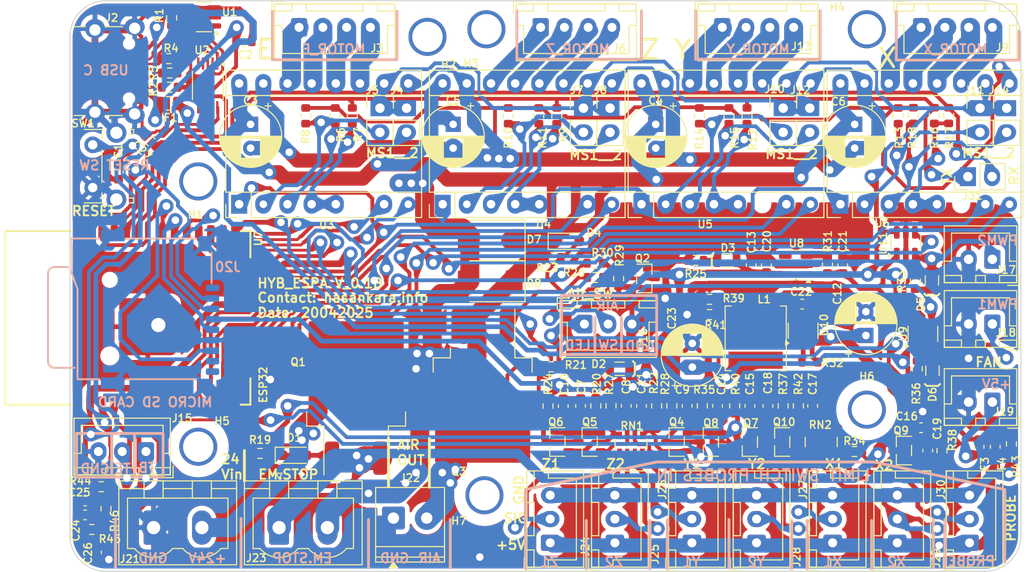
<source format=kicad_pcb>
(kicad_pcb (version 20241229) (generator "pcbnew") (generator_version "9.0")
  (title_block (title "HYB_ESPA") (date "2025-04-20") (rev "V_0.1") (company "hasankara.info"))
  (layers (0 "F.Cu" signal) (2 "B.Cu" signal) (13 "F.Paste" user) (15 "B.Paste" user) (5 "F.SilkS" user "F.Silkscreen") (7 "B.SilkS" user "B.Silkscreen") (1 "F.Mask" user) (3 "B.Mask" user) (25 "Edge.Cuts" user))
  (net 0 "")
  (net 1 "GND")
  (net 2 "+3V3")
  (net 3 "/TE")
  (net 4 "/TB")
  (net 5 "VDC_Secure")
  (net 6 "Net-(Q7-G)")
  (net 7 "+5V")
  (net 8 "VDC")
  (net 9 "Net-(Q8-G)")
  (net 10 "Net-(Q4-G)")
  (net 11 "Net-(Q9-G)")
  (net 12 "/X_Diag")
  (net 13 "Net-(Q5-G)")
  (net 14 "Net-(Q6-G)")
  (net 15 "/EN")
  (net 16 "/Y_Diag")
  (net 17 "/Z_Diag")
  (net 18 "Net-(D5-A)")
  (net 19 "Net-(D6-A)")
  (net 20 "Net-(D6-K)")
  (net 21 "Net-(F1-Pad2)")
  (net 22 "+5V_lim")
  (net 23 "Net-(J6-Pin_1)")
  (net 24 "Net-(J6-Pin_4)")
  (net 25 "Net-(J6-Pin_2)")
  (net 26 "Net-(J6-Pin_3)")
  (net 27 "/TXD_UART1")
  (net 28 "/RXD_UART1")
  (net 29 "Net-(U10-SW)")
  (net 30 "Net-(U10-BST)")
  (net 31 "Net-(D1-A)")
  (net 32 "Net-(D3-K)")
  (net 33 "Net-(J9-Pin_4)")
  (net 34 "Net-(J9-Pin_2)")
  (net 35 "Net-(J9-Pin_3)")
  (net 36 "Net-(J9-Pin_1)")
  (net 37 "Net-(D5-K)")
  (net 38 "GND_lim")
  (net 39 "Net-(J19-Pin_1)")
  (net 40 "Net-(J2-D--PadA7)")
  (net 41 "Net-(J13-Pin_2)")
  (net 42 "Net-(J2-D+-PadA6)")
  (net 44 "Net-(J2-CC1)")
  (net 45 "/~{Air}")
  (net 46 "/SCK")
  (net 47 "/MISO")
  (net 48 "/MOSI")
  (net 49 "/SS")
  (net 50 "/X_MS1")
  (net 51 "/X_MS2")
  (net 52 "/Y_MS2")
  (net 53 "/Y_MS1")
  (net 54 "/Z_MS2")
  (net 55 "/Z_MS1")
  (net 56 "/E_MS2")
  (net 57 "/E_MS1")
  (net 58 "Net-(Q10-G)")
  (net 59 "/X_UART")
  (net 61 "Net-(J2-CC2)")
  (net 62 "Net-(J3-Pin_4)")
  (net 63 "Net-(J3-Pin_2)")
  (net 64 "/SGN_AIR")
  (net 65 "/Y_UART")
  (net 66 "/Z_UART")
  (net 67 "/E_UART")
  (net 68 "/D+")
  (net 69 "/D-")
  (net 70 "Net-(J3-Pin_3)")
  (net 71 "Net-(J3-Pin_1)")
  (net 72 "/TXD_ESP")
  (net 73 "/RXD_ESP")
  (net 74 "/Z_Dir")
  (net 75 "/Z_Step")
  (net 76 "Net-(J13-Pin_1)")
  (net 77 "/Stepper_EN")
  (net 78 "/Y_Step")
  (net 79 "/E_Dir")
  (net 80 "/O_PWM2")
  (net 81 "/Y_Dir")
  (net 82 "/X_Step")
  (net 83 "/E_Step")
  (net 84 "/X_Dir")
  (net 85 "/O_PWM1")
  (net 88 "Net-(J13-Pin_4)")
  (net 89 "Net-(J13-Pin_3)")
  (net 90 "Net-(J21-Pin_2)")
  (net 91 "Net-(J24-Pin_2)")
  (net 92 "Net-(D4-A)")
  (net 95 "Net-(D2-A)")
  (net 96 "Net-(J25-Pin_2)")
  (net 97 "GND_Stepper")
  (net 98 "Net-(J26-Pin_2)")
  (net 99 "Net-(J27-Pin_2)")
  (net 100 "Net-(J28-Pin_2)")
  (net 101 "Net-(J29-Pin_2)")
  (net 102 "Net-(J30-Pin_2)")
  (net 103 "Net-(Q2-G)")
  (net 104 "Net-(U2-V3)")
  (net 105 "Net-(U8-EN)")
  (net 106 "Net-(U10-EN)")
  (net 107 "Net-(U10-FB)")
  (net 113 "/Probe_Diag")
  (net 114 "Net-(J22-Pin_2)")
  (footprint "Resistor_SMD:R_0603_1608Metric" (layer "F.Cu") (at 191.7 87.3 -90)
    (property "Reference" "R38")
    (property "Value" "10K")
  )
  (footprint "Library:LED_0805_2012Metric-s" (layer "F.Cu") (at 157.8 78.7 180)
    (property "Reference" "D2")
    (property "Value" "LedAir")
  )
  (footprint "Package_TO_SOT_SMD:SOT-23-6" (layer "F.Cu") (at 187.9 65.5 90)
    (property "Reference" "U11")
    (property "Value" "SN74LVC1T45DBV")
  )
  (footprint "Resistor_SMD:R_0603_1608Metric" (layer "F.Cu") (at 175 82.6 -90)
    (property "Reference" "R37")
    (property "Value" "10K")
  )
  (footprint "Library:PhoenixContact_MSTBVA_2,5_2-G-5,08_1x02_P5.08mm_Vertical" (layer "F.Cu") (at 108.8 95.4)
    (property "Reference" "J21")
    (property "Value" "PowerIn")
  )
  (footprint "Resistor_SMD:R_0603_1608Metric" (layer "F.Cu") (at 150.8 67)
    (property "Reference" "R23")
    (property "Value" "100K")
  )
  (footprint "Capacitor_SMD:C_0603_1608Metric" (layer "F.Cu") (at 153.7 82.6 90)
    (property "Reference" "C7")
    (property "Value" "1nF")
  )
  (footprint "Library:JST_XH_B3B-XH-A_1x03_P2.50mm_Vertical" (layer "F.Cu") (at 165.401242 97 90)
    (property "Reference" "J26")
    (property "Value" "Y_LIM1")
  )
  (footprint "Library:Fuse_0603_1608Metric" (layer "F.Cu") (at 197.3 86.9 90)
    (property "Reference" "F4")
    (property "Value" "100mA 15V")
  )
  (footprint "Library:Fuse_0603_1608Metric" (layer "F.Cu") (at 195.6 86.9 -90)
    (property "Reference" "F3")
    (property "Value" "100mA 15V")
  )
  (footprint "Library:ESP32_WROOM_SIMPLE" (layer "F.Cu") (at 109.103012 73.348239 90)
    (property "Reference" "U7")
    (property "Value" "ESP32")
  )
  (footprint "Library:USB_C_Receptacle_GCT_USB4105-xx-A_16P_TopMnt_Horizontal_SPEC" (layer "F.Cu") (at 103.71 47.4 -90)
    (property "Reference" "J2")
    (property "Value" "USB_C")
  )
  (footprint "Library:PinHeader_1x02_P2.54mm_Vertical_1L" (layer "F.Cu") (at 132.6 51.3)
    (property "Reference" "J5")
    (property "Value" "E_J1")
  )
  (footprint "Library:R_Array_Convex_4x0603-s" (layer "F.Cu") (at 179 86.4 90)
    (property "Reference" "RN2")
    (property "Value" "1K")
  )
  (footprint "Resistor_SMD:R_0603_1608Metric" (layer "F.Cu") (at 187.1 52.1 90)
    (property "Reference" "R13")
    (property "Value" "10K")
  )
  (footprint "Library:CP_Radial_D6.3mm_H11.0mm_P2.50mm" (layer "F.Cu") (at 119 53 -90)
    (property "Reference" "C3")
    (property "Value" "220uF 25V")
  )
  (footprint "Resistor_SMD:R_0603_1608Metric" (layer "F.Cu") (at 155.3 82.6 -90)
    (property "Reference" "R20")
    (property "Value" "10K")
  )
  (footprint "Resistor_SMD:R_0603_1608Metric" (layer "F.Cu") (at 120 87.6)
    (property "Reference" "R19")
    (property "Value" "100K")
  )
  (footprint "Library:PinHeader_1x02_P2.54mm_Vertical_1L" (layer "F.Cu") (at 194.425 58.5 90)
    (property "Reference" "J31")
    (property "Value" "UART")
  )
  (footprint "Resistor_SMD:R_0603_1608Metric" (layer "F.Cu") (at 192.4 52.075 90)
    (property "Reference" "R17")
    (property "Value" "100R")
  )
  (footprint "Resistor_SMD:R_0603_1608Metric" (layer "F.Cu") (at 150.27459 82.624506 -90)
    (property "Reference" "R24")
    (property "Value" "10K")
  )
  (footprint "Resistor_SMD:R_0603_1608Metric" (layer "F.Cu") (at 171.2 52.1 90)
    (property "Reference" "R12")
    (property "Value" "4.7K")
  )
  (footprint "Resistor_SMD:R_0603_1608Metric" (layer "F.Cu") (at 182.5 87.4)
    (property "Reference" "R34")
    (property "Value" "10K")
  )
  (footprint "Resistor_SMD:R_0603_1608Metric" (layer "F.Cu") (at 189.1 78.7 90)
    (property "Reference" "R36")
    (property "Value" "1K")
  )
  (footprint "Library:JST_XH_B2B-XH-A_1x02_P2.50mm_Vertical" (layer "F.Cu") (at 197 73.98931 180)
    (property "Reference" "J18")
    (property "Value" "PWM2_Drive")
  )
  (footprint "Resistor_SMD:R_0603_1608Metric" (layer "F.Cu") (at 127.9 52.1 90)
    (property "Reference" "R6")
    (property "Value" "10K")
  )
  (footprint "Capacitor_SMD:C_0603_1608Metric" (layer "F.Cu") (at 164.9 82.6 90)
    (property "Reference" "C9")
    (property "Value" "1nF")
  )
  (footprint "Library:TSOT-23-6_SlimPad" (layer "F.Cu") (at 177.1 74.7 90)
    (property "Reference" "U10")
    (property "Value" "AP63201")
  )
  (footprint "Library:PinHeader_1x02_P2.54mm_Vertical_1L" (layer "F.Cu") (at 177.8 51.3)
    (property "Reference" "J12")
    (property "Value" "Y_J2")
  )
  (footprint "Library:LED_0805_2012Metric-s" (layer "F.Cu") (at 190.7 78.9 90)
    (property "Reference" "D6")
    (property "Value" "LedPWM")
  )
  (footprint "Resistor_SMD:R_0603_1608Metric" (layer "F.Cu") (at 129.7 52.1 90)
    (property "Reference" "R7")
    (property "Value" "4.7K")
  )
  (footprint "Library:SOT-23-3-s" (layer "F.Cu") (at 154.656217 86.4 180)
    (property "Reference" "Q5")
    (property "Value" "PJA3440")
  )
  (footprint "Library:SOT-23-3-s" (layer "F.Cu") (at 151.256217 86.4 180)
    (property "Reference" "Q6")
    (property "Value" "PJA3440")
  )
  (footprint "Library:Pololu_Breakout-16_15.2x20.3mm_TMC" (layer "F.Cu") (at 160.1 61.4 90)
    (property "Reference" "U5")
    (property "Value" "Stepper Breakout")
  )
  (footprint "Library:MountingHole_3.2mm_M3_DIN965_SmallPad" (layer "F.Cu") (at 137.6 43.8)
    (property "Reference" "H2")
    (property "Value" "MountingHole")
  )
  (footprint "Capacitor_SMD:C_0603_1608Metric" (layer "F.Cu") (at 173.238361 67.8 -90)
    (property "Reference" "C20")
    (property "Value" "22uF 6.3V")
  )
  (footprint "Library:C_0603_1608Metric_SlimPad" (layer "F.Cu") (at 118.3 44.3 180)
    (property "Reference" "C2")
    (property "Value" "100nF")
  )
  (footprint "Library:Pololu_Breakout-16_15.2x20.3mm_TMC" (layer "F.Cu") (at 117.8 61.4 90)
    (property "Reference" "U3")
    (property "Value" "Stepper Breakout")
  )
  (footprint "Capacitor_SMD:C_0603_1608Metric" (layer "F.Cu") (at 190.2 87.3 90)
    (property "Reference" "C19")
    (property "Value" "1nF")
  )
  (footprint "Library:Pololu_Breakout-16_15.2x20.3mm_TMC" (layer "F.Cu") (at 181.02 61.4 90)
    (property "Reference" "U6")
    (property "Value" "Stepper Breakout")
  )
  (footprint "Capacitor_SMD:C_0603_1608Metric" (layer "F.Cu") (at 173.4 82.6 90)
    (property "Reference" "C18")
    (property "Value" "1nF")
  )
  (footprint "Library:SOT-23-3-s" (layer "F.Cu") (at 187.7 87.3 180)
    (property "Reference" "Q9")
    (property "Value" "PJA3440")
  )
  (footprint "Library:SOT-23-3-s" (layer "F.Cu") (at 167.4 86.4 180)
    (property "Reference" "Q8")
    (property "Value" "PJA3440")
  )
  (footprint "Library:TO-263-2-S" (layer "F.Cu") (at 130.1 79.9 90)
    (property "Reference" "Q1")
    (property "Value" "IRF4905")
  )
  (footprint "Resistor_SMD:R_0603_1608Metric" (layer "F.Cu") (at 155.2 67.6 180)
    (property "Reference" "R30")
    (property "Value" "4.7K")
  )
  (footprint "Resistor_SMD:R_0603_1608Metric" (layer "F.Cu") (at 166.5 82.6 -90)
    (property "Reference" "R35")
    (property "Value" "10K")
  )
  (footprint "Library:C_0603_1608Metric_SlimPad" (layer "F.Cu") (at 101.6 94.06483 180)
    (property "Reference" "C24")
    (property "Value" "2.2uF")
  )
  (footprint "Library:C_0603_1608Metric_SlimPad" (layer "F.Cu") (at 108.5 54.8 -45)
    (property "Reference" "C27")
    (property "Value" "100nF")
  )
  (footprint "Library:PinHeader_1x02_P2.54mm_Vertical_1L" (layer "F.Cu") (at 195.7 51.3)
    (property "Reference" "J11")
    (property "Value" "X_J1")
  )
  (footprint "Library:CP_Radial_D6.3mm_H11.0mm_P2.50mm" (layer "F.Cu") (at 165.45 78.53238 90)
    (property "Reference" "C23")
    (property "Value" "470uF 10V")
  )
  (footprint "Resistor_SMD:R_0603_1608Metric" (layer "F.Cu") (at 146.1 52.1 90)
    (property "Reference" "R10")
    (property "Value" "10K")
  )
  (footprint "Library:JST_XH_B4B-XH-A_1x04_P2.50mm_Vertical" (layer "F.Cu") (at 149.5 42.8)
    (property "Reference" "J6")
    (property "Value" "Z_Stepper")
  )
  (footprint "Diode_SMD:D_SOD-323_HandSoldering" (layer "F.Cu") (at 152.3 65.3)
    (property "Reference" "D4")
    (property "Value" "MM3Z12")
  )
  (footprint "Resistor_SMD:R_0603_1608Metric" (layer "F.Cu") (at 169.9 82.6 -90)
    (property "Reference" "R40")
    (property "Value" "10K")
  )
  (footprint "Library:JST_XH_B4B-XH-A_1x04_P2.50mm_Vertical" (layer "F.Cu") (at 189.5 42.8)
    (property "Reference" "J9")
    (property "Value" "X_Stepper")
  )
  (footprint "Library:PinHeader_1x02_P2.54mm_Vertical_1L" (layer "F.Cu") (at 135.4 51.3)
    (property "Reference" "J4")
    (property "Value" "E_J2")
  )
  (footprint "Library:PhoenixContact_MSTBVA_2,5_2-G-5,08_1x02_P5.08mm_Vertical" (layer "F.Cu") (at 122 95.4)
    (property "Reference" "J23")
    (property "Value" "EmStop")
  )
  (footprint "Library:C_0603_1608Metric_SlimPad" (layer "F.Cu") (at 102.8 98 -90)
    (property "Reference" "C26")
    (property "Value" "2.2uF")
  )
  (footprint "Library:LED_0805_2012Metric-s" (layer "F.Cu") (at 190.641339 69.405967 90)
    (property "Reference" "D5")
    (property "Value" "LedPWM2")
  )
  (footprint "Library:MountingHole_3.2mm_M3_DIN965_SmallPad" (layer "F.Cu") (at 113.5 86.9)
    (property "Reference" "H5")
    (property "Value" "MountingHole")
  )
  (footprint "Library:CP_Radial_D6.3mm_H11.0mm_P2.50mm" (layer "F.Cu") (at 140.3 53 -90)
    (property "Reference" "C5")
    (property "Value" "220uF 25V")
  )
  (footprint "Resistor_SMD:R_0603_1608Metric" (layer "F.Cu") (at 167.252904 73)
    (property "Reference" "R41")
    (property "Value" "16K")
  )
  (footprint "Capacitor_SMD:C_0603_1608Metric" (layer "F.Cu") (at 151.87459 82.624506 90)
    (property "Reference" "C10")
    (property "Value" "1nF")
  )
  (footprint "Resistor_SMD:R_0603_1608Metric" (layer "F.Cu") (at 151.2 52.1 90)
    (property "Reference" "R9")
    (property "Value" "4.7K")
  )
  (footprint "Library:L_CoreMaster_NR6028" (layer "F.Cu") (at 172.1 75.5 90)
    (property "Reference" "L1")
    (property "Value" "10uH 2.25A")
  )
  (footprint "Library:SOT-23-3-s" (layer "F.Cu") (at 163.8 86.4 180)
    (property "Reference" "Q4")
    (property "Value" "PJA3440")
  )
  (footprint "Library:Pololu_Breakout-16_15.2x20.3mm_TMC" (layer "F.Cu") (at 139.2 61.4 90)
    (property "Reference" "U4")
    (property "Value" "Stepper Breakout")
  )
  (footprint "Library:JST_XH_B3B-XH-A_1x03_P2.50mm_Vertical" (layer "F.Cu") (at 154.1 74)
    (property "Reference" "J16")
    (property "Value" "AirSW")
  )
  (footprint "Capacitor_SMD:C_0603_1608Metric" (layer "F.Cu") (at 168.1 82.6 90)
    (property "Reference" "C14")
    (property "Value" "1nF")
  )
  (footprint "Resistor_SMD:R_0603_1608Metric" (layer "F.Cu") (at 103.8 93.4 90)
    (property "Reference" "R46")
    (property "Value" "4.7K")
  )
  (footprint "Library:R_Array_Convex_4x0603-s" (layer "F.Cu") (at 159 86.6 90)
    (property "Reference" "RN1")
    (property "Value" "1K")
  )
  (footprint "Library:MountingHole_3.2mm_M3_DIN965_SmallPad" (layer "F.Cu") (at 143.8 43)
    (property "Reference" "H3")
    (property "Value" "MountingHole")
  )
  (footprint "Library:PinHeader_1x02_P2.54mm_Vertical_1L" (layer "F.Cu") (at 156.8 51.3)
    (property "Reference" "J8")
    (property "Value" "Z_J2")
  )
  (footprint "Library:JST_XH_B4B-XH-A_1x04_P2.50mm_Vertical" (layer "F.Cu") (at 124.1 42.8)
    (property "Reference" "J3")
    (property "Value" "E_Stepper")
  )
  (footprint "Resistor_SMD:R_0603_1608Metric" (layer "F.Cu") (at 150.6 78.5)
    (property "Reference" "R21")
    (property "Value" "4.7K")
  )
  (footprint "Resistor_SMD:R_0603_1608Metric" (layer "F.Cu") (at 176.6 82.6 -90)
    (property "Reference" "R42")
    (property "Value" "10K")
  )
  (footprint "Resistor_SMD:R_0603_1608Metric" (layer "F.Cu") (at 161.7 82.6 -90)
    (property "Reference" "R22")
    (property "Value" "10K")
  )
  (footprint "Resistor_SMD:R_0603_1608Metric" (layer "F.Cu") (at 169.3 52.1 90)
    (property "Reference" "R15")
    (property "Value" "10K")
  )
  (footprint "Resistor_SMD:R_0603_1608Metric" (layer "F.Cu") (at 103.3 91.1 180)
    (property "Reference" "R44")
    (property "Value" "4.7K")
  )
  (footprint "Library:SOT-23-3-s" (layer "F.Cu") (at 174.9 86.4 180)
    (property "Reference" "Q10")
    (property "Value" "PJA3440")
  )
  (footprint "Library:JST_XH_B3B-XH-A_1x03_P2.50mm_Vertical" (layer "F.Cu") (at 108 87.4 180)
    (property "Reference" "J15")
    (property "Value" "AnIn")
  )
  (footprint "Library:C_0603_1608Metric_SlimPad" (layer "F.Cu") (at 181.2625 67.8 -90)
    (property "Reference" "C21")
    (property "Value" "100nF")
  )
  (footprint "Library:JST_XH_B4B-XH-A_1x04_P2.50mm_Vertical" (layer "F.Cu") (at 168.6 42.8)
    (property "Reference" "J13")
    (property "Value" "Y_Stepper")
  )
  (footprint "Library:Fuse_0805_2012Metric" (layer "F.Cu") (at 110.4 50.8 180)
    (property "Reference" "F1")
    (property "Value" "1.1A 6V")
  )
  (footprint "Capacitor_SMD:C_0603_1608Metric" (layer "F.Cu") (at 105.1 58 -90)
    (property "Reference" "C1")
    (property "Value" "1nF")
  )
  (footprint "Resistor_SMD:R_0603_1608Metric" (layer "F.Cu") (at 155.230375 69.1 180)
    (property "Reference" "R26")
    (property "Value" "4.7K")
  )
  (footprint "Resistor_SMD:R_0603_1608Metric" (layer "F.Cu") (at 156.9 82.6 -90)
    (property "Reference" "R27")
    (property "Value" "10K")
  )
  (footprint "Library:CP_Radial_D6.3mm_H11.0mm_P2.50mm" (layer "F.Cu") (at 182.52 53 -90)
    (property "Reference" "C6")
    (property "Value" "220uF 25V")
  )
  (footprint "Resistor_SMD:R_0603_1608Metric" (layer "F.Cu") (at 163.3 82.6 -90)
    (property "Reference" "R28")
    (property "Value" "10K")
  )
  (footprint "Resistor_SMD:R_0603_1608Metric" (layer "F.Cu") (at 188.7 52.075 90)
    (property "Reference" "R18")
    (property "Value" "10K")
  )
  (footprint "Library:MSOP-10_3x3mm_P0.5mm_SlimPad" (layer "F.Cu") (at 114.5 48.9 -90)
    (property "Reference" "U2")
    (property "Value" "CH340E")
  )
  (footprint "Library:TO-263-2-S" (layer "F.Cu") (at 143.4 82.37932 -90)
    (property "Reference" "Q3")
    (property "Value" "IRF4905")
  )
  (footprint "Library:JST_XH_B2B-XH-A_1x02_P2.50mm_Vertical" (layer "F.Cu") (at 197 67.18931 180)
    (property "Reference" "J17")
    (property "Value" "PWM2_Drive")
  )
  (footprint "Library:MountingHole_3.2mm_M3_DIN965_SmallPad" (layer "F.Cu") (at 183.8 43)
    (property "Reference" "H4")
    (property "Value" "MountingHole")
  )
  (footprint "Resistor_SMD:R_0603_1608Metric" (layer "F.Cu") (at 110.7 41.8 -90)
    (property "Reference" "R1")
    (property "Value" "4.7K")
  )
  (footprint "Library:JST_XH_B3B-XH-A_1x03_P2.50mm_Vertical" (layer "F.Cu") (at 172.201242 97 90)
    (property "Reference" "J28")
    (property "Value" "Y_LIM2")
  )
  (footprint "Library:JST_XH_B3B-XH-A_1x03_P2.50mm_Vertical" (layer "F.Cu") (at 180.2 97 90)
    (property "Reference" "J27")
    (property "Value" "X_LIM1")
  )
  (footprint "Capacitor_SMD:C_0603_1608Metric" (layer "F.Cu") (at 189.5 84.9)
    (property "Reference" "C16")
    (property "Value" "1nF")
  )
  (footprint "Library:NetTie-2_SMD_Pad2.0mm" (layer "F.Cu") (at 138.1 73.7 -90)
    (property "Reference" "NT1" (hide yes))
    (property "Value" "NetTie_2" (hide yes))
  )
  (footprint "Library:C_0603_1608Metric_SlimPad" (layer "F.Cu") (at 177 71.9 180)
    (property "Reference" "C22")
    (property "Value" "100nF")
  )
  (footprint "Library:C_0603_1608Metric_SlimPad" (layer "F.Cu") (at 171.638361 67.8 -90)
    (property "Reference" "C13")
    (property "Value" "100nF")
  )
  (footprint "Resistor_SMD:R_0603_1608Metric" (layer "F.Cu") (at 190.9 52.075 90)
    (property "Reference" "R16")
    (property "Value" "4.7K")
  )
  (footprint "Library:TerminalBlock_Phoenix_PT-1,5-2-3.5-H_1x02_P3.50mm_Horizontal" (layer "F.Cu") (at 134.02 94.4)
    (property "Reference" "J22")
    (property "Value" "AirOut")
  )
  (footprint "Library:JST_XH_B3B-XH-A_1x03_P2.50mm_Vertical" (layer "F.Cu") (at 150.505097 97 90)
    (property "Reference" "J24")
    (property "Value" "Z_LIM1")
  )
  (footprint "Library:CP_Radial_D6.3mm_H11.0mm_P2.50mm" (layer "F.Cu") (at 161.6 53 -90)
    (property "Reference" "C4")
    (property "Value" "220uF 25V")
  )
  (footprint "Library:SW_Tactile_SPST_Angled_PTS645Vx39-2LFS_Shielded" (layer "F.Cu") (at 102.4 59.650001 90)
    (property "Reference" "SW1")
    (property "Value" "SW_Reset")
  )
  (footprint "Library:PinHeader_1x02_P2.54mm_Vertical_1L" (layer "F.Cu") (at 175 51.3)
    (property "Reference" "J10")
    (property "Value" "Y_J1")
  )
  (footprint "Resistor_SMD:R_0603_1608Metric" (layer "F.Cu") (at 124.8 52.1 90)
    (property "Reference" "R8")
    (property "Value" "10K")
  )
  (footprint "Package_TO_SOT_SMD:TSOT-23-5" (layer "F.Cu") (at 176.3625 67.8 180)
    (property "Reference" "U8")
    (property "Value" "AP7366")
  )
  (footprint "Resistor_SMD:R_0603_1608Metric" (layer "F.Cu") (at 110.5 47.6 180)
    (property "Reference" "R5")
    (property "Value" "10R")
  )
  (footprint "Capacitor_SMD:C_0603_1608Metric" (layer "F.Cu") (at 178.1 82.6 90)
    (property "Reference" "C17")
    (property "Value" "1nF")
  )
  (footprint "Library:CP_Radial_D6.3mm_H11.0mm_P2.50mm" (layer "F.Cu") (at 183.7 75.2 90)
    (property "Reference" "C12")
    (property "Value" "220uF 25V")
  )
  (footprint "Capacitor_SMD:C_0603_1608Metric" (layer "F.Cu") (at 171.5 82.6 90)
    (property "Reference" "C15")
    (property "Value" "1nF")
  )
  (footprint "Library:MountingHole_3.2mm_M3_DIN965_SmallPad" (layer "F.Cu") (at 183.8 83)
    (property "Reference" "H6")
    (property "Value" "MountingHole")
  )
  (footprint "Capacitor_SMD:C_0603_1608Metric" (layer "F.Cu") (at 160.1 82.6 90)
    (property "Reference" "C11")
    (property "Value" "1nF")
  )
  (footprint "Resistor_SMD:R_0603_1608Metric" (layer "F.Cu") (at 177.8 78 180)
    (property "Reference" "R32")
    (property "Value" "100K")
  )
  (footprint "Resistor_SMD:R_0603_1608Metric" (layer "F.Cu") (at 188.9 69.5 90)
    (property "Reference" "R33")
    (property "Value" "1K")
  )
  (footprint "Resistor_SMD:R_0603_1608Metric" (layer "F.Cu") (at 110.4 46.094883 180)
    (property "Reference" "R4")
    (property "Value" "10R")
  )
  (footprint "Library:LED_0805_2012Metric-s" (layer "F.Cu") (at 169.1 67.3)
    (property "Reference" "D3")
    (property "Value" "Led3V3")
  )
  (footprint "Library:PinHeader_1x02_P2.54mm_Vertical_1L" (layer "F.Cu") (at 198.5 51.3)
    (property "Reference" "J14")
    (property "Value" "X_J2")
  )
  (footprint "Library:SOT-23-3-s" (layer "F.Cu") (at 171.5 86.4 180)
    (property "Reference" "Q7")
    (property "Value" "PJA3440")
  )
  (footprint "Resistor_SMD:R_0603_1608Metric" (layer "F.Cu") (at 110.5 49.1)
    (property "Reference" "R2")
    (property "Value" "4.7K")
  )
  (footprint "Library:TSOT-23-6_SlimPad" (layer "F.Cu") (at 114.1 41.7 180)
    (property "Reference" "U1")
    (property "Value" "SMF05CT1G")
  )
  (footprint "Library:JST_XH_B2B-XH-A_1x02_P2.50mm_Vertical" (layer "F.Cu") (at 197 82.2 180)
    (property "Reference" "J19")
    (property "Value" "5V FAN")
  )
  (footprint "Resistor_SMD:R_0603_1608Metric" (layer "F.Cu") (at 166.2 52.1 90)
    (property "Reference" "R14")
    (property "Value" "10K")
  )
  (footprint "Resistor_SMD:R_0603_1608Metric" (layer "F.Cu") (at 199 86.6 90)
    (property "Reference" "R43")
    (property "Value" "0R")
  )
  (footprint "Resistor_SMD:R_0603_1608Metric" (layer "F.Cu") (at 102.3 95.6 180)
    (property "Reference" "R45")
    (property "Value" "4.7K")
  )
  (footprint "Package_TO_SOT_SMD:SOT-23-6" (layer "F.Cu") (at 189.692493 75.021776 90)
    (property "Reference" "U9")
    (property "Value" "SN74LVC1T45DBV")
  )
  (footprint "Resistor_SMD:R_0603_1608Metric" (layer "F.Cu") (at 149.3 52.1 90)
    (property "Reference" "R11")
    (property "Value" "10K")
  )
  (footprint "Capacitor_SMD:C_0603_1608Metric" (layer "F.Cu") (at 158.5 82.6 90)
    (property "Reference" "C8")
    (property "Value" "1nF")
  )
  (footprint "Library:JST_XH_B3B-XH-A_1x03_P2.50mm_Vertical" (layer "F.Cu") (at 194.6 97 90)
    (property "Reference" "J30")
    (property "Value" "Probe")
  )
  (footprint "Library:C_0603_1608Metric_SlimPad" (layer "F.Cu") (at 101.6 92.6 180)
    (property "Reference" "C25")
    (property "Value" "100nF")
  )
  (footprint "Library:SOT-23-3-s" (layer "F.Cu") (at 160.4 69.2)
    (property "Reference" "Q2")
    (property "Value" "PJA3440")
  )
  (footprint "Library:MountingHole_3.2mm_M3_DIN965_SmallPad" (layer "F.Cu") (at 113.5 59)
    (property "Reference" "H1")
    (property "Value" "MountingHole")
  )
  (footprint "Library:D_SMB_SmallPad" (layer "F.Cu") (at 144.2 69.5 180)
    (property "Reference" "D8")
    (property "Value" "SMBJ26CA")
  )
  (footprint "Library:PinHeader_1x02_P2.54mm_Vertical_1L" (layer "F.Cu") (at 154 51.3)
    (property "Reference" "J7")
    (property "Value" "Z_J1")
  )
  (footprint "Library:D_SMB_SmallPad" (layer "F.Cu") (at 144.2 65.2 180)
    (property "Reference" "D7")
    (property "Value" "SMBJ26CA")
  )
  (footprint "Library:MountingHole_3.2mm_M3_DIN965_SmallPad" (layer "F.Cu") (at 143.59 92)
    (property "Reference" "H7")
    (property "Value" "MountingHole")
  )
  (footprint "Library:JST_XH_B3B-XH-A_1x03_P2.50mm_Vertical" (layer "F.Cu") (at 157.305097 97 90)
    (property "Reference" "J25")
    (property "Value" "Z_LIM2")
  )
  (footprint "Resistor_SMD:R_0603_1608Metric" (layer "F.Cu") (at 165.8 67.3 180)
    (property "Reference" "R25")
    (property "Value" "1K")
  )
  (footprint "Resistor_SMD:R_0603_1608Metric" (layer "F.Cu") (at 167.252904 71.4 180)
    (property "Reference" "R39")
    (property "Value" "3K")
  )
  (footprint "Resistor_SMD:R_0603_1608Metric" (layer "F.Cu") (at 179.6625 67.8 -90)
    (property "Reference" "R31")
    (property "Value" "4.7K")
  )
  (footprint "Library:JST_XH_B3B-XH-A_1x03_P2.50mm_Vertical" (layer "F.Cu") (at 187 97 90)
    (property "Reference" "J29")
    (property "Value" "X_LIM2")
  )
  (footprint "Resistor_SMD:R_0603_1608Metric" (layer "F.Cu") (at 157.7 69.225 -90)
    (property "Reference" "R29")
    (property "Value" "100K")
  )
  (footprint "Diode_SMD:D_SOD-323_HandSoldering" (layer "F.Cu") (at 123.6 87.8)
    (property "Reference" "D1")
    (property "Value" "MM3Z12")
  )
  (footprint "Library:MicroSD_Card_Holder" (layer "B.Cu") (at 115 70.2 90)
    (property "Reference" "J20")
    (property "Value" "Micro_SD_Card_Det1")
  )
  (gr_line (start 118.35 90.49) (end 118.35 87.3) (stroke (width 0.3)) (layer "F.SilkS"))
  (gr_line (start 137.8 91.15) (end 137.8 86.05) (stroke (width 0.3)) (layer "F.SilkS"))
  (gr_line (start 133.5 91.1) (end 133.5 86) (stroke (width 0.3)) (layer "F.SilkS"))
  (gr_line (start 198.3 91.4) (end 184.5 88.5) (stroke (width 0.3)) (layer "B.SilkS"))
  (gr_line (start 190.8 99.65) (end 190.8 94.55) (stroke (width 0.3)) (layer "B.SilkS"))
  (gr_line (start 147.9 99.75) (end 147.9 91.4) (stroke (width 0.3)) (layer "B.SilkS"))
  (gr_line (start 160.1 46.15) (end 160.1 41.05) (stroke (width 0.3)) (layer "B.SilkS"))
  (gr_line (start 184.3 99.75) (end 184.3 94.65) (stroke (width 0.3)) (layer "B.SilkS"))
  (gr_rect (start 100.7 85.5) (end 109.8 90.1) (stroke (width 0.3)) (fill no) (layer "B.SilkS"))
  (gr_line (start 169.3 99.65) (end 169.3 94.55) (stroke (width 0.3)) (layer "B.SilkS"))
  (gr_line (start 154.3 99.75) (end 154.3 94.65) (stroke (width 0.3)) (layer "B.SilkS"))
  (gr_line (start 134.4 46.2) (end 134.4 41.1) (stroke (width 0.3)) (layer "B.SilkS"))
  (gr_line (start 198.3 99) (end 198.3 91.4) (stroke (width 0.3)) (layer "B.SilkS"))
  (gr_line (start 162.8 99.75) (end 162.8 94.65) (stroke (width 0.3)) (layer "B.SilkS"))
  (gr_line (start 104.8 99.55) (end 104.8 94.45) (stroke (width 0.3)) (layer "B.SilkS"))
  (gr_line (start 160.15 46.15) (end 147.05 46.15) (stroke (width 0.3)) (layer "B.SilkS"))
  (gr_line (start 161 99.75) (end 161 94.65) (stroke (width 0.3)) (layer "B.SilkS"))
  (gr_line (start 199.8 46.25) (end 186.9 46.25) (stroke (width 0.3)) (layer "B.SilkS"))
  (gr_line (start 184.5 88.5) (end 161.7 88.5) (stroke (width 0.3)) (layer "B.SilkS"))
  (gr_line (start 134.4 46.2) (end 121.3 46.2) (stroke (width 0.3)) (layer "B.SilkS"))
  (gr_line (start 199.8 46.25) (end 199.8 43.2) (stroke (width 0.3)) (layer "B.SilkS"))
  (gr_line (start 147 46.15) (end 147 41.05) (stroke (width 0.3)) (layer "B.SilkS"))
  (gr_line (start 155.2 77.2) (end 155.2 73.3) (stroke (width 0.3)) (layer "B.SilkS"))
  (gr_line (start 158 77.2) (end 158 73.3) (stroke (width 0.3)) (layer "B.SilkS"))
  (gr_line (start 131.4 99.65) (end 131.4 94.55) (stroke (width 0.3)) (layer "B.SilkS"))
  (gr_line (start 147.9 91.4) (end 161.7 88.5) (stroke (width 0.3)) (layer "B.SilkS"))
  (gr_line (start 118 99.55) (end 118 94.45) (stroke (width 0.3)) (layer "B.SilkS"))
  (gr_line (start 104.4 90.1) (end 104.4 85.7) (stroke (width 0.3)) (layer "B.SilkS"))
  (gr_line (start 175.9 99.75) (end 175.9 94.65) (stroke (width 0.3)) (layer "B.SilkS"))
  (gr_line (start 177.5 99.75) (end 177.5 94.65) (stroke (width 0.3)) (layer "B.SilkS"))
  (gr_line (start 178.9 46.15) (end 165.8 46.15) (stroke (width 0.3)) (layer "B.SilkS"))
  (gr_line (start 186.9 46.25) (end 186.9 41.15) (stroke (width 0.3)) (layer "B.SilkS"))
  (gr_line (start 121.3 46.2) (end 121.3 41.1) (stroke (width 0.3)) (layer "B.SilkS"))
  (gr_line (start 140 99.65) (end 140 94.55) (stroke (width 0.3)) (layer "B.SilkS"))
  (gr_line (start 192 99.65) (end 192 94.55) (stroke (width 0.3)) (layer "B.SilkS"))
  (gr_line (start 165.8 46.15) (end 165.8 41.05) (stroke (width 0.3)) (layer "B.SilkS"))
  (gr_rect (start 151.7 71) (end 161.7 77.2) (stroke (width 0.3)) (fill no) (layer "B.SilkS"))
  (gr_line (start 106.8 90.1) (end 106.8 85.7) (stroke (width 0.3)) (layer "B.SilkS"))
  (gr_line (start 178.9 46.15) (end 178.9 41.05) (stroke (width 0.3)) (layer "B.SilkS"))
  (gr_line (start 103.8 100) (end 196.2 100) (stroke (width 0.1)) (layer "Edge.Cuts"))
  (gr_arc (start 200 96.2) (mid 198.887006 98.887006) (end 196.2 100) (stroke (width 0.1)) (layer "Edge.Cuts"))
  (gr_line (start 200 43.8) (end 200 96.2) (stroke (width 0.1)) (layer "Edge.Cuts"))
  (gr_line (start 100 43.8) (end 100 96.2) (stroke (width 0.1)) (layer "Edge.Cuts"))
  (gr_arc (start 103.8 100) (mid 101.112994 98.887006) (end 100 96.2) (stroke (width 0.1)) (layer "Edge.Cuts"))
  (gr_arc (start 196.2 40) (mid 198.887006 41.112994) (end 200 43.8) (stroke (width 0.1)) (layer "Edge.Cuts"))
  (gr_arc (start 100 43.8) (mid 101.112994 41.112994) (end 103.8 40) (stroke (width 0.1)) (layer "Edge.Cuts"))
  (gr_line (start 103.8 40) (end 196.2 40) (stroke (width 0.1)) (layer "Edge.Cuts"))
  (gr_text "X" (at 184.8 47.2 0) (layer "F.SilkS") (effects (font (size 2 2) (thickness 0.3)) (justify left bottom)))
  (gr_text "E" (at 119.4 46.31 0) (layer "F.SilkS") (effects (font (size 2 2) (thickness 0.3)) (justify left bottom)))
  (gr_text "Date: 20042025" (at 119.6 73.4 0) (layer "F.SilkS") (effects (font (size 1 1) (thickness 0.2) (bold yes)) (justify left bottom)))
  (gr_text "AIR\nOUT" (at 134.3 88.9 0) (layer "F.SilkS") (effects (font (size 1 1) (thickness 0.2) (bold yes)) (justify left bottom)))
  (gr_text "X1" (at 179.3 89.3 0) (layer "F.SilkS") (effects (font (size 1 1) (thickness 0.2) (bold yes)) (justify left bottom)))
  (gr_text "Y1" (at 164.4 89.3 0) (layer "F.SilkS") (effects (font (size 1 1) (thickness 0.2) (bold yes)) (justify left bottom)))
  (gr_text "Air_SW" (at 152.2 71.4 0) (layer "F.SilkS") (effects (font (size 1 1) (thickness 0.2) (bold yes)) (justify left bottom)))
  (gr_text "MS1__2" (at 152.4 56.8 0) (layer "F.SilkS") (effects (font (size 1 1) (thickness 0.2) (bold yes)) (justify left bottom)))
  (gr_text "Y" (at 163.4 46.31 0) (layer "F.SilkS") (effects (font (size 2 2) (thickness 0.3)) (justify left bottom)))
  (gr_text "Contact: hasankara.info" (at 119.6 71.8 0) (layer "F.SilkS") (effects (font (size 1 1) (thickness 0.2) (bold yes)) (justify left bottom)))
  (gr_text "Z2" (at 156.3 89.3 0) (layer "F.SilkS") (effects (font (size 1 1) (thickness 0.2) (bold yes)) (justify left bottom)))
  (gr_text "X2" (at 184.54 89.44 0) (layer "F.SilkS") (effects (font (size 1 1) (thickness 0.2) (bold yes)) (justify left bottom)))
  (gr_text "GND" (at 147.8 93.1 90) (layer "F.SilkS") (effects (font (size 1 1) (thickness 0.2) (bold yes)) (justify left bottom)))
  (gr_text "HYB_ESPA V_0.1B" (at 119.6 70.3 0) (layer "F.SilkS") (effects (font (size 1 1) (thickness 0.2) (bold yes)) (justify left bottom)))
  (gr_text "Z1" (at 149.5 89.3 0) (layer "F.SilkS") (effects (font (size 1 1) (thickness 0.2) (bold yes)) (justify left bottom)))
  (gr_text "FAN" (at 195.1 78.6 0) (layer "F.SilkS") (effects (font (size 1 1) (thickness 0.2) (bold yes)) (justify left bottom)))
  (gr_text "Y2" (at 171.2 89.3 0) (layer "F.SilkS") (effects (font (size 1 1) (thickness 0.2) (bold yes)) (justify left bottom)))
  (gr_text "MS1__2" (at 193.7 56.6 0) (layer "F.SilkS") (effects (font (size 1 1) (thickness 0.2) (bold yes)) (justify left bottom)))
  (gr_text "+5V" (at 144.7 97.8 0) (layer "F.SilkS") (effects (font (size 1 1) (thickness 0.2) (bold yes)) (justify left bottom)))
  (gr_text "RX" (at 199.9 59.5 90) (layer "F.SilkS") (effects (font (size 1 1) (thickness 0.2) (bold yes)) (justify left bottom)))
  (gr_text "MS1__2" (at 173 56.7 0) (layer "F.SilkS") (effects (font (size 1 1) (thickness 0.2) (bold yes)) (justify left bottom)))
  (gr_text "24\nVin" (at 115.8 90.4 0) (layer "F.SilkS") (effects (font (size 1 1) (thickness 0.2) (bold yes)) (justify left bottom)))
  (gr_text "RESET" (at 100.1 62.7 0) (layer "F.SilkS") (effects (font (size 1 1) (thickness 0.2) (bold yes)) (justify left bottom)))
  (gr_text "TX" (at 192.8 59.5 90) (layer "F.SilkS") (effects (font (size 1 1) (thickness 0.2) (bold yes)) (justify left bottom)))
  (gr_text "EM.STOP" (at 119.7 90.4 0) (layer "F.SilkS") (effects (font (size 1 1) (thickness 0.2) (bold yes)) (justify left bottom)))
  (gr_text "MS1__2" (at 131 56.6 0) (layer "F.SilkS") (effects (font (size 1 1) (thickness 0.2) (bold yes)) (justify left bottom)))
  (gr_text "PROBE" (at 199.5 97 90) (layer "F.SilkS") (effects (font (size 1 1) (thickness 0.2) (bold yes)) (justify left bottom)))
  (gr_text "Z" (at 159.86 46.31 0) (layer "F.SilkS") (effects (font (size 2 2) (thickness 0.3)) (justify left bottom)))
  (gr_text "SIG" (at 145.5 95 0) (layer "F.SilkS") (effects (font (size 1 1) (thickness 0.2) (bold yes)) (justify left bottom)))
  (gr_text "Z1" (at 151.5 99.6 0) (layer "B.SilkS") (effects (font (size 1 1) (thickness 0.2) (bold yes)) (justify left bottom mirror)))
  (gr_text "GND" (at 161.6 76.9 0) (layer "B.SilkS") (effects (font (size 1 1) (thickness 0.2) (bold yes)) (justify left bottom mirror)))
  (gr_text "LED" (at 154.9 76.8 0) (layer "B.SilkS") (effects (font (size 1 1) (thickness 0.2) (bold yes)) (justify left bottom mirror)))
  (gr_text "GND" (at 135.8 99.2 0) (layer "B.SilkS") (effects (font (size 1 1) (thickness 0.2) (bold yes)) (justify left bottom mirror)))
  (gr_text "X1" (at 181.3 99.6 0) (layer "B.SilkS") (effects (font (size 1 1) (thickness 0.2) (bold yes)) (justify left bottom mirror)))
  (gr_text "AIR" (at 157.8 72.6 0) (layer "B.SilkS") (effects (font (size 1 1) (thickness 0.2) (bold yes)) (justify left bottom mirror)))
  (gr_text "Y1" (at 166.4 99.6 0) (layer "B.SilkS") (effects (font (size 1 1) (thickness 0.2) (bold yes)) (justify left bottom mirror)))
  (gr_text "SW" (at 157.8 76.8 0) (layer "B.SilkS") (effects (font (size 1 1) (thickness 0.2) (bold yes)) (justify left bottom mirror)))
  (gr_text "AIR" (at 139.1 99.2 0) (layer "B.SilkS") (effects (font (size 1 1) (thickness 0.2) (bold yes)) (justify left bottom mirror)))
  (gr_text "TB" (at 109.1 89.7 0) (layer "B.SilkS") (effects (font (size 1 1) (thickness 0.2) (bold yes)) (justify left bottom mirror)))
  (gr_text "GND" (at 104.3 89.8 0) (layer "B.SilkS") (effects (font (size 1 1) (thickness 0.2) (bold yes)) (justify left bottom mirror)))
  (gr_text "MOTOR_E" (at 131.2 45.7 0) (layer "B.SilkS") (effects (font (size 1 1) (thickness 0.2) (bold yes)) (justify left bottom mirror)))
  (gr_text "RESET SW" (at 108.5 57.9 0) (layer "B.SilkS") (effects (font (size 1 1) (thickness 0.2) (bold yes)) (justify left bottom mirror)))
  (gr_text "MOTOR_X" (at 196.6 45.7 0) (layer "B.SilkS") (effects (font (size 1 1) (thickness 0.2) (bold yes)) (justify left bottom mirror)))
  (gr_text "PWM2" (at 199.8 65.8 0) (layer "B.SilkS") (effects (font (size 1 1) (thickness 0.2) (bold yes)) (justify left bottom mirror)))
  (gr_text "USB C" (at 106.3 47.9 0) (layer "B.SilkS") (effects (font (size 1 1) (thickness 0.2) (bold yes)) (justify left bottom mirror)))
  (gr_text "TE" (at 106.5 89.8 0) (layer "B.SilkS") (effects (font (size 1 1) (thickness 0.2) (bold yes)) (justify left bottom mirror)))
  (gr_text "MOTOR_Z" (at 156.9 45.7 0) (layer "B.SilkS") (effects (font (size 1 1) (thickness 0.2) (bold yes)) (justify left bottom mirror)))
  (gr_text "X2" (at 188 99.6 0) (layer "B.SilkS") (effects (font (size 1 1) (thickness 0.2) (bold yes)) (justify left bottom mirror)))
  (gr_text "PWM1" (at 199.8 72.5 0) (layer "B.SilkS") (effects (font (size 1 1) (thickness 0.2) (bold yes)) (justify left bottom mirror)))
  (gr_text "Z2" (at 158.3 99.6 0) (layer "B.SilkS") (effects (font (size 1 1) (thickness 0.2) (bold yes)) (justify left bottom mirror)))
  (gr_text "GND" (at 110.4 99.2 0) (layer "B.SilkS") (effects (font (size 1 1) (thickness 0.2) (bold yes)) (justify left bottom mirror)))
  (gr_text "+5V" (at 199.1 80.9 0) (layer "B.SilkS") (effects (font (size 1 1) (thickness 0.2) (bold yes)) (justify left bottom mirror)))
  (gr_text "Y2" (at 173.2 99.6 0) (layer "B.SilkS") (effects (font (size 1 1) (thickness 0.2) (bold yes)) (justify left bottom mirror)))
  (gr_text "+24V" (at 116.6 99.2 0) (layer "B.SilkS") (effects (font (size 1 1) (thickness 0.2) (bold yes)) (justify left bottom mirror)))
  (gr_text "MICRO SD CARD" (at 115.1 82.8 0) (layer "B.SilkS") (effects (font (size 1 1) (thickness 0.2) (bold yes)) (justify left bottom mirror)))
  (gr_text "LIMIT SWITCH PROBES IN" (at 184.3 90.6 0) (layer "B.SilkS") (effects (font (size 1.2 1.2) (thickness 0.2) (bold yes)) (justify left bottom mirror)))
  (gr_text "PROBE" (at 197.4 99.5 0) (layer "B.SilkS") (effects (font (size 1 1) (thickness 0.2) (bold yes)) (justify left bottom mirror)))
  (gr_text "MOTOR_Y" (at 175.8 45.7 0) (layer "B.SilkS") (effects (font (size 1 1) (thickness 0.2) (bold yes)) (justify left bottom mirror)))
  (gr_text "EM.STOP" (at 127.7 99.2 0) (layer "B.SilkS") (effects (font (size 1 1) (thickness 0.2) (bold yes)) (justify left bottom mirror)))
  (segment (start 162.6485 68.2515) (end 162.6485 71.2415) (width 0.7) (layer "F.Cu") (net 1))
  (segment (start 114.5 45.5) (end 114.5 46.6) (width 0.24) (layer "F.Cu") (net 1))
  (segment (start 174.3625 67.8) (end 173.238361 66.675861) (width 0.7) (layer "F.Cu") (net 1))
  (segment (start 112.707954 47.652425) (end 112.707954 45.282328) (width 0.3) (layer "F.Cu") (net 1))
  (segment (start 153.1 81.825) (end 152.8 82.125) (width 0.3) (layer "F.Cu") (net 1))
  (segment (start 106.815 51.72) (end 102.635 51.72) (width 0.7) (layer "F.Cu") (net 1))
  (segment (start 108.311201 54.216637) (end 107.6 54.216637) (width 0.3) (layer "F.Cu") (net 1))
  (segment (start 161.180374 82.6) (end 164.294326 82.6) (width 0.3) (layer "F.Cu") (net 1))
  (segment (start 187.9 64.3625) (end 187.9 66.6375) (width 0.5) (layer "F.Cu") (net 1))
  (segment (start 159.2625 70.15) (end 161.44 70.15) (width 0.4) (layer "F.Cu") (net 1))
  (segment (start 169 84.202875) (end 168.5375 84.665375) (width 0.3) (layer "F.Cu") (net 1))
  (segment (start 137.8 77.3) (end 137.8 77.1) (width 2) (layer "F.Cu") (net 1))
  (segment (start 167.480326 82.614) (end 168.1 81.994326) (width 0.3) (layer "F.Cu") (net 1))
  (segment (start 191.7 86.475) (end 192.686 87.461) (width 0.5) (layer "F.Cu") (net 1))
  (segment (start 158.5 81.3) (end 159.2 80.6) (width 0.5) (layer "F.Cu") (net 1))
  (segment (start 107.51 43.775) (end 106.815 43.08) (width 0.4) (layer "F.Cu") (net 1))
  (segment (start 172.6375 85.197) (end 172.6375 85.35) (width 0.3) (layer "F.Cu") (net 1))
  (segment (start 100.92 57.8) (end 103.6 57.8) (width 0.4) (layer "F.Cu") (net 1))
  (segment (start 190.275 84.9) (end 190.3 84.925) (width 0.5) (layer "F.Cu") (net 1))
  (segment (start 110.7 40.975) (end 111.9375 40.975) (width 0.4) (layer "F.Cu") (net 1))
  (segment (start 108.938113 53.872569) (end 108.655269 53.872569) (width 0.3) (layer "F.Cu") (net 1))
  (segment (start 112.790282 45.2) (end 114.262374 45.2) (width 0.3) (layer "F.Cu") (net 1))
  (segment (start 172.514 82.011) (end 172.514 85.0735) (width 0.3) (layer "F.Cu") (net 1))
  (segment (start 110.368604 52.929982) (end 109.598679 53.699907) (width 0.3) (layer "F.Cu") (net 1))
  (segment (start 118.975 89.925) (end 118.975 87.8) (width 0.5) (layer "F.Cu") (net 1))
  (segment (start 119.125 42.125) (end 117.85 40.85) (width 0.5) (layer "F.Cu") (net 1))
  (segment (start 173.188361 67) (end 173.238361 67.05) (width 0.7) (layer "F.Cu") (net 1))
  (segment (start 181.2625 66.975) (end 181.2625 66.25) (width 0.5) (layer "F.Cu") (net 1))
  (segment (start 189.24 72.365198) (end 187.7 70.825198) (width 0.5) (layer "F.Cu") (net 1))
  (segment (start 154.461 82.586) (end 157.908326 82.586) (width 0.3) (layer "F.Cu") (net 1))
  (segment (start 166.175 70.825) (end 167.2 69.8) (width 0.7) (layer "F.Cu") (net 1))
  (segment (start 166.175 71.147096) (end 166.175 70.825) (width 0.7) (layer "F.Cu") (net 1))
  (segment (start 112.707954 45.282328) (end 112.790282 45.2) (width 0.3) (layer "F.Cu") (net 1))
  (segment (start 119.125 44.3) (end 119.125 42.125) (width 0.5) (layer "F.Cu") (net 1))
  (segment (start 159.4 81.825) (end 160.1 81.825) (width 0.5) (layer "F.Cu") (net 1))
  (segment (start 100.7 53.655) (end 100.7 57.7) (width 0.7) (layer "F.Cu") (net 1))
  (segment (start 106.775 43.04) (end 106.815 43.08) (width 0.4) (layer "F.Cu") (net 1))
  (segment (start 100.879 91.379) (end 100.879 82.374227) (width 0.5) (layer "F.Cu") (net 1))
  (segment (start 171.638361 67) (end 173.188361 67) (width 0.7) (layer "F.Cu") (net 1))
  (segment (start 190.3 84.925) (end 190.3 86.425) (width 0.5) (layer "F.Cu") (net 1))
  (segment (start 100.751 91.507) (end 100.879 91.379) (width 0.5) (layer "F.Cu") (net 1))
  (segment (start 100.7 64.11) (end 100.7 58.02) (width 0.7) (layer "F.Cu") (net 1))
  (segment (start 167.2 69.8) (end 178.075 69.8) (width 0.7) (layer "F.Cu") (net 1))
  (segment (start 101.186947 97.123851) (end 101.186947 97.101976) (width 0.5) (layer "F.Cu") (net 1))
  (segment (start 178.1 81.925) (end 178.1 81.825) (width 0.3) (layer "F.Cu") (net 1))
  (segment (start 189.692493 73.884276) (end 189.692493 73.174403) (width 0.5) (layer "F.Cu") (net 1))
  (segment (start 107.395 42.046205) (end 107.395 42.5) (width 0.4) (layer "F.Cu") (net 1))
  (segment (start 199 85.775) (end 199 80.6) (width 1) (layer "F.Cu") (net 1))
  (segment (start 106.815 52.015) (end 106.815 51.72) (width 0.24) (layer "F.Cu") (net 1))
  (segment (start 116.2 92.7) (end 118.975 89.925) (width 0.5) (layer "F.Cu") (net 1))
  (segment (start 187.7 70.825198) (end 187.7 69.875) (width 0.5) (layer "F.Cu") (net 1))
  (segment (start 111.9375 40.975) (end 112.0625 40.85) (width 0.4) (layer "F.Cu") (net 1))
  (segment (start 104.575 58.775) (end 105.1 58.775) (width 0.4) (layer "F.Cu") (net 1))
  (segment (start 170.15 88.1) (end 170.3 88.25) (width 0.3) (layer "F.Cu") (net 1))
  (segment (start 168.5375 85.45) (end 169.4485 86.361) (width 0.3) (layer "F.Cu") (net 1))
  (segment (start 169.4485 87.3985) (end 170.15 88.1) (width 0.3) (layer "F.Cu") (net 1))
  (segment (start 100.7 57.7) (end 100.8 57.8) (width 0.7) (layer "F.Cu") (net 1))
  (segment (start 170.752361 66.089) (end 166.186 66.089) (width 0.5) (layer "F.Cu") (net 1))
  (segment (start 170.3 88.25) (end 171.65 88.25) (width 0.3) (layer "F.Cu") (net 1))
  (segment (start 179.2 72.6) (end 178.2 73.6) (width 0.7) (layer "F.Cu") (net 1))
  (segment (start 100.8 57.8) (end 100.86 57.86) (width 0.4) (layer "F.Cu") (net 1))
  (segment (start 120.30747 79.063239) (end 121.072947 79.828716) (width 0.5) (layer "F.Cu") (net 1))
  (segment (start 111.325 49.1) (end 111.325 49.035379) (width 0.3) (layer "F.Cu") (net 1))
  (segment (start 152.07459 81.849506) (end 152.099096 81.825) (width 0.5) (layer "F.Cu") (net 1))
  (segment (start 152.8 82.125) (end 152.8 85.25) (width 0.3) (layer "F.Cu") (net 1))
  (segment (start 189.1 77.875) (end 189.1 78.011048) (width 0.5) (layer "F.Cu") (net 1))
  (segment (start 138.1 76.9) (end 137.9 77.1) (width 2) (layer "F.Cu") (net 1))
  (segment (start 107.6 52.505) (end 106.815 51.72) (width 0.3) (layer "F.Cu") (net 1))
  (segment (start 158.5 81.825) (end 158.5 81.3) (width 0.5) (layer "F.Cu") (net 1))
  (segment (start 100.86 57.86) (end 100.92 57.8) (width 0.4) (layer "F.Cu") (net 1))
  (segment (start 179.2 70.925) (end 179.2 72.6) (width 0.7) (layer "F.Cu") (net 1))
  (segment (start 163.6 67.3) (end 162.6485 68.2515) (width 0.7) (layer "F.Cu") (net 1))
  (segment (start 100.775 94.06483) (end 100.786152 94.06483) (width 0.5) (layer "F.Cu") (net 1))
  (segment (start 118.975 87.8) (end 119.175 87.6) (width 0.5) (layer "F.Cu") (net 1))
  (segment (start 190.1 86.625) (end 190.0125 86.625) (width 0.5) (layer "F.Cu") (net 1))
  (segment (start 102.813096 98.75) (end 104.1 98.75) (width 0.5) (layer "F.Cu") (net 1))
  (segment (start 100.551 95.98916) (end 100.551 94.28883) (width 0.5) (layer "F.Cu") (net 1))
  (segment (start 157.908326 82.586) (end 158.669326 81.825) (width 0.3) (layer "F.Cu") (net 1))
  (segment (start 136.4 78.7) (end 136.5 78.6) (width 2) (layer "F.Cu") (net 1))
  (segment (start 104.89 53.890001) (end 104.805001 53.890001) (width 0.7) (layer "F.Cu") (net 1))
  (segment (start 189.1 78.011048) (end 189.899952 78.811) (width 0.5) (layer "F.Cu") (net 1))
  (segment (start 173.238361 66.675861) (end 173.238361 66.524139) (width 0.7) (layer "F.Cu") (net 1))
  (segment (start 172.6375 85.35) (end 172.7375 85.25) (width 0.5) (layer "F.Cu") (net 1))
  (segment (start 102.635 51.72) (end 100.7 53.655) (width 0.7) (layer "F.Cu") (net 1))
  (segment (start 110.7 40.975) (end 108.466205 40.975) (width 0.4) (layer "F.Cu") (net 1))
  (segment (start 114.262374 45.2) (end 114.5 45.437626) (width 0.3) (layer "F.Cu") (net 1))
  (segment (start 103.6 57.8) (end 104.575 58.775) (width 0.4) (layer "F.Cu") (net 1))
  (segment (start 169.4485 86.361) (end 169.4485 87.3985) (width 0.3) (layer "F.Cu") (net 1))
  (segment (start 190.2 86.525) (end 191.65 86.525) (width 0.5) (layer "F.Cu") (net 1))
  (segment (start 100.7 58.02) (end 100.86 57.86) (width 0.7) (layer "F.Cu") (net 1))
  (segment (start 192.686 87.461) (end 192.686 88.814) (width 0.5) (layer "F.Cu") (net 1))
  (segment (start 177.5 67.8) (end 174.3625 67.8) (width 0.7) (layer "F.Cu") (net 1))
  (segment (start 170.894326 82.6) (end 171.669326 81.825) (width 0.3) (layer "F.Cu") (net 1))
  (segment (start 138.1 75.700001) (end 138.1 76.9) (width 2) (layer "F.Cu") (net 1))
  (segment (start 100.786152 94.06483) (end 100.751 94.029678) (width 0.5) (layer "F.Cu") (net 1))
  (segment (start 160.405374 81.825) (end 161.180374 82.6) (width 0.3) (layer "F.Cu") (net 1))
  (segment (start 173.705374 81.825) (end 174.466374 82.586) (width 0.3) (layer "F.Cu") (net 1))
  (segment (start 192.686 88.814) (end 191.3 90.2) (width 0.5) (layer "F.Cu") (net 1))
  (segment (start 180.7125 65.7) (end 174.0625 65.7) (width 0.5) (layer "F.Cu") (net 1))
  (segment (start 100.562979 96.478008) (end 100.551 95.98916) (width 0.5) (layer "F.Cu") (net 1))
  (segment (start 159 80.4) (end 159.2 80.6) (width 1) (layer "F.Cu") (net 1))
  (segment (start 191.65 86.525) (end 191.7 86.475) (width 0.5) (layer "F.Cu") (net 1))
  (segment (start 118.86 78.985) (end 118.853012 78.991988) (width 0.5) (layer "F.Cu") (net 1))
  (segment (start 153 85.45) (end 155.793717 85.45) (width 0.5) (layer "F.Cu") (net 1))
  (segment (start 178.2 73.6) (end 178.2 74) (width 0.7) (layer "F.Cu") (net 1))
  (segment (start 152.099096 81.825) (end 152.8 81.825) (width 0.5) (layer "F.Cu") (net 1))
  (segment (start 177.439 82.586) (end 178.1 81.925) (width 0.3) (layer "F.Cu") (net 1))
  (segment (start 152.8 85.25) (end 153 85.45) (width 0.3) (layer "F.Cu") (net 1))
  (segment (start 162.6485 71.2415) (end 162.59 71.3) (width 0.7) (layer "F.Cu") (net 1))
  (segment (start 159 74.89) (end 159 80.4) (width 1) (layer "F.Cu") (net 1))
  (segment (start 158.5 81.825) (end 159.4 81.825) (width 0.5) (layer "F.Cu") (net 1))
  (segment (start 115.3375 40.85) (end 115.2375 40.75) (width 0.5) (layer "F.Cu") (net 1))
  (segment (start 166.427904 71.4) (end 166.175 71.147096) (width 0.7) (layer "F.Cu") (net 1))
  (segment (start 153.7 81.825) (end 154.461 82.586) (width 0.3) (layer "F.Cu") (net 1))
  (segment (start 112.8625 40.85) (end 112.9625 40.75) (width 0.4) (layer "F.Cu") (net 1))
  (segment (start 168.5375 84.665375) (end 168.5375 85.45) (width 0.3) (layer "F.Cu") (net 1))
  (segment (start 151.87459 81.849506) (end 152.07459 81.849506) (width 0.5) (layer "F.Cu") (net 1))
  (segment (start 189.1 77.775) (end 189.1 77.875) (width 0.5) (layer "F.Cu") (net 1))
  (segment (start 164.294326 82.6) (end 165.069326 81.825) (width 0.3) (layer "F.Cu") (net 1))
  (segment (start 100.879 82.374227) (end 100.853012 82.348239) (width 0.5) (layer "F.Cu") (net 1))
  (segment (start 189.692493 73.174403) (end 189.24 72.72191) (width 0.5) (layer "F.Cu") (net 1))
  (segment (start 165.069326 81.825) (end 165.177374 81.825) (width 0.3) (layer "F.Cu") (net 1))
  (segment (start 104.1 98.75) (end 104.1 96.701414) (width 0.5) (layer "F.Cu") (net 1))
  (segment (start 164.9 72.1) (end 164.9 73) (width 0.7) (layer "F.Cu") (net 1))
  (segment (start 110.368604 50.131396) (end 110.368604 52.929982) (width 0.3) (layer "F.Cu") (net 1))
  (segment (start 107.6 54.216637) (end 107.6 52.505) (width 0.3) (layer "F.Cu") (net 1))
  (segment (start 136.5 78.6) (end 136.5 77.1) (width 2) (layer "F.Cu") (net 1))
  (segment (start 111.325 49.1) (end 111.325 49.175) (width 0.3) (layer "F.Cu") (net 1))
  (segment (start 111.325 49.035379) (end 112.707954 47.652425) (width 0.3) (layer "F.Cu") (net 1))
  (segment (start 107.395 42.5) (end 106.815 43.08) (width 0.4) (layer "F.Cu") (net 1))
  (segment (start 162.59 71.3) (end 159 74.89) (width 1) (layer "F.Cu") (net 1))
  (segment (start 166.186 66.089) (end 164.975 67.3) (width 0.5) (layer "F.Cu") (net 1))
  (segment (start 189.7375 86.35) (end 188.8375 86.35) (width 0.5) (layer "F.Cu") (net 1))
  (segment (start 172.7 81.825) (end 172.514 82.011) (width 0.3) (layer "F.Cu") (net 1))
  (segment (start 108.466205 40.975) (end 107.395 42.046205) (width 0.4) (layer "F.Cu") (net 1))
  (segment (start 158.669326 81.825) (end 160.405374 81.825) (width 0.3) (layer "F.Cu") (net 1))
  (segment (start 104.1 96.701414) (end 108.101414 92.7) (width 0.5) (layer "F.Cu") (net 1))
  (segment (start 172.7 81.825) (end 173.705374 81.825) (width 0.3) (layer "F.Cu") (net 1))
  (segment (start 171.638361 67) (end 171.438361 66.8) (width 0.7) (layer "F.Cu") (net 1))
  (segment (start 187.7 69.875) (end 188.8875 68.6875) (width 0.5) (layer "F.Cu") (net 1))
  (segment (start 181.2625 66.25) (end 180.7125 65.7) (width 0.5) (layer "F.Cu") (net 1))
  (segment (start 114.5 45.437626) (end 114.5 45.5) (width 0.3) (layer "F.Cu") (net 1))
  (segment (start 174.0625 65.7) (end 173.6625 66.1) (width 0.5) (layer "F.Cu") (net 1))
  (segment (start 165.177374 81.825) (end 165.966374 82.614) (width 0.3) (layer "F.Cu") (net 1))
  (segment (start 118.853012 78.991988) (end 118.853012 79.063239) (width 0.5) (layer "F.Cu") (net 1))
  (segment (start 107.51 50.6) (end 107.51 51.025) (width 0.4) (layer "F.Cu") (net 1))
  (segment (start 188.8875 68.6875) (end 187.9 67.7) (width 0.5) (layer "F.Cu") (net 1))
  (segment (start 189.692493 77.182507) (end 189.1 77.775) (width 0.5) (layer "F.Cu") (net 1))
  (segment (start 187.9 67.7) (end 187.9 66.6375) (width 0.5) (layer "F.Cu") (net 1))
  (segment (start 107.51 44.2) (end 107.51 43.775) (width 0.4) (layer "F.Cu") (net 1))
  (segment (start 165.966374 82.614) (end 167.480326 82.614) (width 0.3) (layer "F.Cu") (net 1))
  (segment (start 137.9 77.1) (end 137.8 77.1) (width 2) (layer "F.Cu") (net 1))
  (segment (start 190.0125 86.625) (end 189.7375 86.35) (width 0.5) (layer "F.Cu") (net 1))
  (segment (start 109.598679 53.699907) (end 109.110775 53.699907) (width 0.3) (layer "F.Cu") (net 1))
  (segment (start 199 80.6) (end 196 77.6) (width 1) (layer "F.Cu") (net 1))
  (segment (start 178.075 69.8) (end 179.2 70.925) (width 0.7) (layer "F.Cu") (net 1))
  (segment (start 108.101414 92.7) (end 116.2 92.7) (width 0.5) (layer "F.Cu") (net 1))
  (segment (start 189.899952 78.811) (end 193.289 78.811) (width 0.5) (layer "F.Cu") (net 1))
  (segment (start 117.85 40.85) (end 115.3375 40.85) (width 0.5) (layer "F.Cu") (net 1))
  (segment (start 171.969326 81.825) (end 172.7 81.825) (width 0.3) (layer "F.Cu") (net 1))
  (segment (start 166.175 70.825) (end 164.9 72.1) (width 0.7) (layer "F.Cu") (net 1))
  (segment (start 162.8 71.51) (end 162.59 71.3) (width 0.4) (layer "F.Cu") (net 1))
  (segment (start 193.289 78.811) (end 194.5 77.6) (width 0.5) (layer "F.Cu") (net 1))
  (segment (start 174.466374 82.586) (end 177.439 82.586) (width 0.3) (layer "F.Cu") (net 1))
  (segment (start 168.9 82.6) (end 170.894326 82.6) (width 0.3) (layer "F.Cu") (net 1))
  (segment (start 152.393717 85.45) (end 153 85.45) (width 0.5) (layer "F.Cu") (net 1))
  (segment (start 159.1625 70.05) (end 157.7 70.05) (width 0.5) (layer "F.Cu") (net 1))
  (segment (start 164.975 67.3) (end 163.6 67.3) (width 0.7) (layer "F.Cu") (net 1))
  (segment (start 172.514 85.0735) (end 172.6375 85.197) (width 0.3) (layer "F.Cu") (net 1))
  (segment (start 161.44 70.15) (end 162.59 71.3) (width 0.4) (layer "F.Cu") (net 1))
  (segment (start 106.815 43.08) (end 102.635 43.08) (width 0.7) (layer "F.Cu") (net 1))
  (segment (start 196 77.6) (end 194.5 77.6) (width 1) (layer "F.Cu") (net 1))
  (segment (start 168.1 81.994326) (end 168.705674 82.6) (width 0.3) (layer "F.Cu") (net 1))
  (segment (start 101.186947 97.101976) (end 100.562979 96.478008) (width 0.5) (layer "F.Cu") (net 1))
  (segment (start 190.275 83.805) (end 189.67 83.2) (width 0.5) (layer "F.Cu") (net 1))
  (segment (start 152.8 81.825) (end 153.7 81.825) (width 0.5) (layer "F.Cu") (net 1))
  (segment (start 164.9375 85.45) (end 168.5375 85.45) (width 0.4) (layer "F.Cu") (net 1))
  (segment (start 108.655269 53.872569) (end 108.311201 54.216637) (width 0.3) (layer "F.Cu") (net 1))
  (segment (start 101.186947 97.123851) (end 102.813096 98.75) (width 0.5) (layer "F.Cu") (net 1))
  (segment (start 173.238361 66.524139) (end 173.6625 66.1) (width 0.7) (layer "F.Cu") (net 1))
  (segment (start 112.0625 40.85) (end 112.8625 40.85) (width 0.4) (layer "F.Cu") (net 1))
  (segment (start 118.853012 79.063239) (end 120.30747 79.063239) (width 0.5) (layer "F.Cu") (net 1))
  (segment (start 109.110775 53.699907) (end 108.938113 53.872569) (width 0.3) (layer "F.Cu") (net 1))
  (segment (start 136.4 78.7) (end 137.8 77.3) (width 2) (layer "F.Cu") (net 1))
  (segment (start 111.325 49.175) (end 110.368604 50.131396) (width 0.3) (layer "F.Cu") (net 1))
  (segment (start 172.7375 85.25) (end 176.0375 85.25) (width 0.5) (layer "F.Cu") (net 1))
  (segment (start 100.751 94.029678) (end 100.751 91.507) (width 0.5) (layer "F.Cu") (net 1))
  (segment (start 171.638361 66.975) (end 170.752361 66.089) (width 0.5) (layer "F.Cu") (net 1))
  (segment (start 100.551 94.28883) (end 100.775 94.06483) (width 0.5) (layer "F.Cu") (net 1))
  (segment (start 134.02 94.4) (end 132.75 94.4) (width 0.4) (layer "F.Cu") (net 1))
  (segment (start 158.8 80.2) (end 159.2 80.6) (width 0.5) (layer "F.Cu") (net 1))
  (segment (start 189.692493 73.884276) (end 189.692493 76.159276) (width 0.5) (layer "F.Cu") (net 1))
  (segment (start 112.9625 40.75) (end 115.2375 40.75) (width 0.4) (layer "F.Cu") (net 1))
  (segment (start 100.86 64.27) (end 100.7 64.11) (width 0.7) (layer "F.Cu") (net 1))
  (segment (start 158.8 78.7) (end 158.8 80.2) (width 0.5) (layer "F.Cu") (net 1))
  (segment (start 102.635 51.72) (end 102.635 43.08) (width 0.7) (layer "F.Cu") (net 1))
  (segment (start 168.705674 82.6) (end 168.9 82.6) (width 0.3) (layer "F.Cu") (net 1))
  (segment (start 190.275 84.9) (end 190.275 83.805) (width 0.5) (layer "F.Cu") (net 1))
  (segment (start 189.692493 76.159276) (end 189.692493 77.182507) (width 0.5) (layer "F.Cu") (net 1))
  (segment (start 107.51 51.025) (end 106.815 51.72) (width 0.4) (layer "F.Cu") (net 1))
  (segment (start 190.3 86.425) (end 190.2 86.525) (width 0.5) (layer "F.Cu") (net 1))
  (segment (start 190.2 86.525) (end 190.1 86.625) (width 0.5) (layer "F.Cu") (net 1))
  (segment (start 189.24 72.72191) (end 189.24 72.365198) (width 0.5) (layer "F.Cu") (net 1))
  (segment (start 115.2375 40.75) (end 115.2375 41.7) (width 0.4) (layer "F.Cu") (net 1))
  (segment (start 169.1 82.6) (end 169 82.7) (width 0.3) (layer "F.Cu") (net 1))
  (segment (start 169 82.7) (end 169 84.202875) (width 0.3) (layer "F.Cu") (net 1))
  (via (at 164.9 73) (size 1.5) (drill 0.8) (layers "F.Cu" "B.Cu") (net 1))
  (via (at 194.5 77.6) (size 1.5) (drill 0.8) (layers "F.Cu" "B.Cu") (net 1))
  (via (at 121.072947 79.828716) (size 1.5) (drill 0.8) (layers "F.Cu" "B.Cu") (net 1))
  (via (at 136.4 78.7) (size 1.5) (drill 0.8) (layers "F.Cu" "B.Cu") (net 1))
  (via (at 162.59 71.3) (size 1.5) (drill 0.8) (layers "F.Cu" "B.Cu") (net 1))
  (via (at 137.8 77.1) (size 1.5) (drill 0.8) (layers "F.Cu" "B.Cu") (net 1))
  (via (at 136.5 77.1) (size 1.5) (drill 0.8) (layers "F.Cu" "B.Cu") (net 1))
  (via (at 109.3 74.1) (size 5) (drill 1.5) (layers "F.Cu" "B.Cu") (net 1))
  (via (at 189.67 83.2) (size 1.5) (drill 0.8) (layers "F.Cu" "B.Cu") (net 1))
  (via (at 159.2 80.6) (size 1.5) (drill 0.8) (layers "F.Cu" "B.Cu") (net 1))
  (via (at 104.1 98.75) (size 1.5) (drill 0.8) (layers "F.Cu" "B.Cu") (net 1))
  (via (at 143.1 98.5) (size 1.5) (drill 0.8) (layers "F.Cu" "B.Cu") (net 1))
  (segment (start 115.3 65.55) (end 121.6 71.85) (width 0.3) (layer "B.Cu") (net 1))
  (segment (start 110.9 75.7) (end 109.3 74.1) (width 0.5) (layer "B.Cu") (net 1))
  (segment (start 148.26 79.26) (end 144.28001 75.28001) (width 0.3) (layer "B.Cu") (net 1))
  (segment (start 105.117474 41.297293) (end 118.297293 41.297293) (width 0.7) (layer "B.Cu") (net 1))
  (segment (start 163.8 89.2) (end 162.4 87.8) (width 0.4) (layer "B.Cu") (net 1))
  (segment (start 114.2 80.5) (end 116 82.3) (width 1.5) (layer "B.Cu") (net 1))
  (segment (start 115 75.7) (end 117.4 75.7) (width 0.5) (layer "B.Cu") (net 1))
  (segment (start 168.7 89.2) (end 164.4 89.2) (width 0.4) (layer "B.Cu") (net 1))
  (segment (start 149.980488 79.26) (end 148.26 79.26) (width 0.3) (layer "B.Cu") (net 1))
  (segment (start 151.78484 79.04) (end 150.200488 79.04) (width 0.3) (layer "B.Cu") (net 1))
  (segment (start 159.3 83.4) (end 164.6 83.4) (width 1.5) (layer "B.Cu") (net 1))
  (segment (start 143.5 83.1) (end 159 83.1) (width 1.5) (layer "B.Cu") (net 1))
  (segment (start 104.805001 53.890001) (end 102.635 51.72) (width 0.7) (layer "B.Cu") (net 1))
  (segment (start 164.4 89.2) (end 163.8 89.2) (width 0.4) (layer "B.Cu") (net 1))
  (segment (start 112.6 91.6) (end 115.8 91.6) (width 2.5) (layer "B.Cu") (net 1))
  (segment (start 159 83.1) (end 159.3 83.4) (width 1.5) (layer "B.Cu") (net 1))
  (segment (start 120.2 78.4) (end 137.5 78.4) (width 2.5) (layer "B.Cu") (net 1))
  (segment (start 159.75 81.15) (end 161.6 81.15) (width 0.3) (layer "B.Cu") (net 1))
  (segment (start 115.8 91.6) (end 118.3 89.1) (width 2.5) (layer "B.Cu") (net 1))
  (segment (start 161.675 71.3) (end 162.59 71.3) (width 0.5) (layer "B.Cu") (net 1))
  (segment (start 108.8 95.4) (end 108.8 96) (width 2) (layer "B.Cu") (net 1))
  (segment (start 118.297293 41.297293) (end 119.3 42.3) (width 0.7) (layer "B.Cu") (net 1))
  (segment (start 104.7 41.714767) (end 105.117474 41.297293) (width 0.7) (layer "B.Cu") (net 1))
  (segment (start 143.71999 75) (end 144 75.28001) (width 0.4) (layer "B.Cu") (net 1))
  (segment (start 108.8 96) (end 111.299 98.499) (width 2) (layer "B.Cu") (net 1))
  (segment (start 158.9 83) (end 159.3 83.4) (width 1.5) (layer "B.Cu") (net 1))
  (segment (start 162.35 79.25) (end 161.1 78) (width 0.3) (layer "B.Cu") (net 1))
  (segment (start 119 44.3) (end 117.8 44.3) (width 0.7) (layer "B.Cu") (net 1))
  (segment (start 101.28 51.72) (end 102.635 51.72) (width 0.7) (layer "B.Cu") (net 1))
  (segment (start 104.7 53.700001) (end 104.7 41.714767) (width 0.7) (layer "B.Cu") (net 1))
  (segment (start 100.7 52.3) (end 101.28 51.72) (width 0.7) (layer "B.Cu") (net 1))
  (segment (start 114.2 65.55) (end 115.3 65.55) (width 0.3) (layer "B.Cu") (net 1))
  (segment (start 104.89 53.890001) (end 104.805001 53.890001) (width 0.7) (layer "B.Cu") (net 1))
  (segment (start 156.35 78) (end 155.1 79.25) (width 0.3) (layer "B.Cu") (net 1))
  (segment (start 111.299 98.499) (end 110.998 98.8) (width 1) (layer "B.Cu") (net 1))
  (segment (start 119.3 42.3) (end 119.3 44) (width 0.7) (layer "B.Cu") (net 1))
  (segment (start 165.7 82.3) (end 176.6 82.3) (width 1.5) (layer "B.Cu") (net 1))
  (segment (start 176.6 82.3) (end 180.2 78.7) (width 1.5) (layer "B.Cu") (net 1))
  (segment (start 103 89.6) (end 108.8 95.4) (width 0.7) (layer "B.Cu") (net 1))
  (segment (start 100.7 56.710001) (end 100.7 52.3) (width 0.7) (layer "B.Cu") (net 1))
  (segment (start 175.6 82.3) (end 169.3 88.6) (width 0.4) (layer "B.Cu") (net 1))
  (segment (start 164.6 83.4) (end 165.7 82.3) (width 1.5) (layer "B.Cu") (net 1))
  (segment (start 185.1 78.7) (end 188.6 82.2) (width 1.5) (layer "B.Cu") (net 1))
  (segment (start 115 75.7) (end 110.9 75.7) (width 0.5) (layer "B.Cu") (net 1))
  (segment (start 161.1 78) (end 156.35 78) (width 0.3) (layer "B.Cu") (net 1))
  (segment (start 104.15 98.8) (end 104.1 98.75) (width 1) (layer "B.Cu") (net 1))
  (segment (start 118.3 80.3) (end 120.2 78.4) (width 2.5) (layer "B.Cu") (net 1))
  (segment (start 159.2 80.6) (end 159.75 81.15) (width 0.3) (layer "B.Cu") (net 1))
  (segment (start 150.200488 79.04) (end 149.980488 79.26) (width 0.3) (layer "B.Cu") (net 1))
  (segment (start 111.299 98.499) (end 129.921 98.499) (width 2) (layer "B.Cu") (net 1))
  (segment (start 121.1 79.6) (end 121.1 79.801663) (width 0.5) (layer "B.Cu") (net 1))
  (segment (start 121.6 71.85) (end 124.1 71.85) (width 0.3) (layer "B.Cu") (net 1))
  (segment (start 194.5 67.18931) (end 194.5 77.6) (width 1.5) (layer "B.Cu") (net 1))
  (segment (start 194.5 82.2) (end 190.67 82.2) (width 0.5) (layer "B.Cu") (net 1))
  (segment (start 169.3 88.6) (end 168.7 89.2) (width 0.4) (layer "B.Cu") (net 1))
  (segment (start 117.8 44.3) (end 114.4 47.7) (width 0.7) (layer "B.Cu") (net 1))
  (segment (start 155.1 79.25) (end 151.99484 79.25) (width 0.3) (layer "B.Cu") (net 1))
  (segment (start 142.3 81.9) (end 143.5 83.1) (width 1.5) (layer "B.Cu") (net 1))
  (segment (start 104.89 53.890001) (end 104.7 53.700001) (width 0.7) (layer "B.Cu") (net 1))
  (segment (start 162.35 80.4) (end 162.35 79.25) (width 0.3) (layer "B.Cu") (net 1))
  (segment (start 194.5 77.6) (end 194.5 82.2) (width 1.5) (layer "B.Cu") (net 1))
  (segment (start 114.4 47.7) (end 110.9 51.2) (width 0.4) (layer "B.Cu") (net 1))
  (segment (start 100.8 62.6) (end 100.8 87.4) (width 0.7) (layer "B.Cu") (net 1))
  (segment (start 119.3 44) (end 119 44.3) (width 0.7) (layer "B.Cu") (net 1))
  (segment (start 104.89 60.900001) (end 103.694999 59.705001) (width 0.7) (layer "B.Cu") (net 1))
  (segment (start 127.25 75) (end 143.71999 75) (width 0.4) (layer "B.Cu") (net 1))
  (segment (start 111.17 52.083998) (end 111.17 54.23) (width 0.4) (layer "B.Cu") (net 1))
  (segment (start 110.9 51.2) (end 110.9 51.813998) (width 0.4) (layer "B.Cu") (net 1))
  (segment (start 108.8 95.4) (end 112.6 91.6) (width 2.5) (layer "B.Cu") (net 1))
  (segment (start 159.1 74) (end 159.1 73.875) (width 0.5) (layer "B.Cu") (net 1))
  (segment (start 121.1 79.801663) (end 121.072947 79.828716) (width 0.5) (layer "B.Cu") (net 1))
  (segment (start 124.1 71.85) (end 127.25 75) (width 0.3) (layer "B.Cu") (net 1))
  (segment (start 159.2 83.3) (end 159.2 80.6) (width 1.5) (layer "B.Cu") (net 1))
  (segment (start 110.998 98.8) (end 104.15 98.8) (width 1) (layer "B.Cu") (net 1))
  (segment (start 108.8 95) (end 108.8 95.4) (width 2) (layer "B.Cu") (net 1))
  (segment (start 159.1 73.875) (end 161.675 71.3) (width 0.5) (layer "B.Cu") (net 1))
  (segment (start 103 87.4) (end 103 89.6) (width 0.7) (layer "B.Cu") (net 1))
  (segment (start 114.1 80.6) (end 114.22398 80.47602) (width 0.5) (layer "B.Cu") (net 1))
  (segment (start 164.9 73) (end 164.9 75.48238) (width 0.7) (layer "B.Cu") (net 1))
  (segment (start 164.9 75.48238) (end 165.45 76.03238) (width 0.7) (layer "B.Cu") (net 1))
  (segment (start 100.8 87.4) (end 103 89.6) (width 0.7) (layer "B.Cu") (net 1))
  (segment (start 104.89 60.900001) (end 100.7 56.710001) (width 0.7) (layer "B.Cu") (net 1))
  (segment (start 144.28001 75.28001) (end 144 75.28001) (width 0.3) (layer "B.Cu") (net 1))
  (segment (start 129.921 98.499) (end 134.02 94.4) (width 2) (layer "B.Cu") (net 1))
  (segment (start 135.813891 77.63001) (end 135.813886 77.630005) (width 2) (layer "B.Cu") (net 1))
  (segment (start 161.6 81.15) (end 162.35 80.4) (width 0.3) (layer "B.Cu") (net 1))
  (segment (start 176.6 82.3) (end 175.6 82.3) (width 0.4) (layer "B.Cu") (net 1))
  (segment (start 102.85743 87.4) (end 103 87.4) (width 0.7) (layer "B.Cu") (net 1))
  (segment (start 103.694999 59.705001) (end 100.8 62.6) (width 0.7) (layer "B.Cu") (net 1))
  (segment (start 159.3 83.4) (end 159.2 83.3) (width 1.5) (layer "B.Cu") (net 1))
  (segment (start 118.3 89.1) (end 118.3 80.3) (width 2.5) (layer "B.Cu") (net 1))
  (segment (start 190.67 82.2) (end 189.67 83.2) (width 0.5) (layer "B.Cu") (net 1))
  (segment (start 188.6 82.2) (end 194.5 82.2) (width 1.5) (layer "B.Cu") (net 1))
  (segment (start 111.17 54.23) (end 110.1 55.3) (width 0.4) (layer "B.Cu") (net 1))
  (segment (start 151.99484 79.25) (end 151.78484 79.04) (width 0.3) (layer "B.Cu") (net 1))
  (segment (start 110.9 51.813998) (end 111.17 52.083998) (width 0.4) (layer "B.Cu") (net 1))
  (segment (start 180.2 78.7) (end 185.1 78.7) (width 1.5) (layer "B.Cu") (net 1))
  (segment (start 102.4 92.6) (end 102.425 92.6) (width 0.3) (layer "F.Cu") (net 2))
  (segment (start 102.425 92.4) (end 102.275 92.25) (width 0.5) (layer "F.Cu") (net 2))
  (segment (start 115.370967 71.95) (end 118.255703 71.95) (width 0.7) (layer "F.Cu") (net 2))
  (segment (start 163.94 71.702355) (end 163.94 72.036669) (width 0.7) (layer "F.Cu") (net 2))
  (segment (start 102.123012 81.125458) (end 102.49847 80.75) (width 0.7) (layer "F.Cu") (net 2))
  (segment (start 184.8 62.9) (end 184.8 59) (width 0.5) (layer "F.Cu") (net 2))
  (segment (start 176.936 80.864) (end 179.264 80.864) (width 0.5) (layer "F.Cu") (net 2))
  (segment (start 169.9 81.775) (end 170.027904 81.775) (width 0.5) (layer "F.Cu") (net 2))
  (segment (start 117.475 46.925) (end 115.1 49.3) (width 0.4) (layer "F.Cu") (net 2))
  (segment (start 115.1 49.3) (end 114.615628 49.3) (width 0.4) (layer "F.Cu") (net 2))
  (segment (start 184.85 67.84) (end 184.85 65.75) (width 0.5) (layer "F.Cu") (net 2))
  (segment (start 173.424361 68.761) (end 173.288361 68.625) (width 0.7) (layer "F.Cu") (net 2))
  (segment (start 170.938904 80.864) (end 175 80.864) (width 0.5) (layer "F.Cu") (net 2))
  (segment (start 169.572096 81.775) (end 169.9 81.775) (width 0.5) (layer "F.Cu") (net 2))
  (segment (start 188.742493 73.884276) (end 188.742493 73.299205) (width 0.5) (layer "F.Cu") (net 2))
  (segment (start 161.7 81.775) (end 161.7 80.43) (width 0.5) (layer "F.Cu") (net 2))
  (segment (start 118.255703 71.95) (end 122.177269 68.028434) (width 0.7) (layer "F.Cu") (net 2))
  (segment (start 117.475 44.3) (end 117.475 46.925) (width 0.4) (layer "F.Cu") (net 2))
  (segment (start 113.349999 76.855704) (end 113.35 73.970967) (width 0.7) (layer "F.Cu") (net 2))
  (segment (start 171.638361 68.625) (end 171.425 68.625) (width 0.7) (layer "F.Cu") (net 2))
  (segment (start 166.5 80.864) (end 166.5 81.775) (width 0.5) (layer "F.Cu") (net 2))
  (segment (start 176.6 81.2) (end 176.936 80.864) (width 0.5) (layer "F.Cu") (net 2))
  (segment (start 122.550214 67.658319) (end 128.440265 67.658319) (width 0.7) (layer "F.Cu") (net 2))
  (segment (start 188.48 72.68) (end 186.84136 71.04136) (width 0.5) (layer "F.Cu") (net 2))
  (segment (start 174.830186 68.761) (end 174 68.761) (width 0.7) (layer "F.Cu") (net 2))
  (segment (start 122.103267 68.105266) (end 122.550214 67.658319) (width 0.7) (layer "F.Cu") (net 2))
  (segment (start 164.1 71.542355) (end 163.94 71.702355) (width 0.7) (layer "F.Cu") (net 2))
  (segment (start 114.615628 49.3) (end 114 49.915628) (width 0.4) (layer "F.Cu") (net 2))
  (segment (start 188.742493 73.299205) (end 188.48 73.036712) (width 0.5) (layer "F.Cu") (net 2))
  (segment (start 102.49847 80.75) (end 109.455703 80.75) (width 0.7) (layer "F.Cu") (net 2))
  (segment (start 163.3 81.775) (end 163.3 81.064) (width 0.5) (layer "F.Cu") (net 2))
  (segment (start 102.123012 82.348239) (end 102.123012 83.623012) (width 0.5) (layer "F.Cu") (net 2))
  (segment (start 102.275 89.475) (end 101.639 88.839) (width 0.5) (layer "F.Cu") (net 2))
  (segment (start 184.8 59) (end 184.3 58.5) (width 0.5) (layer "F.Cu") (net 2))
  (segment (start 173.299361 68.761) (end 173.188361 68.65) (width 0.7) (layer "F.Cu") (net 2))
  (segment (start 164.265 68.625) (end 171.638361 68.625) (width 0.7) (layer "F.Cu") (net 2))
  (segment (start 101.525 95.6) (end 101.6 95.525) (width 0.3) (layer "F.Cu") (net 2))
  (segment (start 155.3 81.375) (end 154.789 80.864) (width 0.5) (layer "F.Cu") (net 2))
  (segment (start 101.6 93.4) (end 102.4 92.6) (width 0.3) (layer "F.Cu") (net 2))
  (segment (start 113.35 73.970967) (end 115.370967 71.95) (width 0.7) (layer "F.Cu") (net 2))
  (segment (start 179.264 80.864) (end 179.264 83.164) (width 0.5) (layer "F.Cu") (net 2))
  (segment (start 160.6 75.376669) (end 160.6 79.33) (width 0.7) (layer "F.Cu") (net 2))
  (segment (start 156.9 81.775) (end 155.3 81.775) (width 0.5) (layer "F.Cu") (net 2))
  (segment (start 174 68.761) (end 173.299361 68.761) (width 0.7) (layer "F.Cu") (net 2))
  (segment (start 102.425 92.6) (end 102.425 92.4) (width 0.5) (layer "F.Cu") (net 2))
  (segment (start 161.7 80.43) (end 160.6 79.33) (width 0.5) (layer "F.Cu") (net 2))
  (segment (start 186.84136 71.04136) (end 186.84136 68.79) (width 0.5) (layer "F.Cu") (net 2))
  (segment (start 166.5 80.864) (end 163.5 80.864) (width 0.5) (layer "F.Cu") (net 2))
  (segment (start 186.95 64.3625) (end 186.8875 64.3) (width 0.5) (layer "F.Cu") (net 2))
  (segment (start 164.1 68.79) (end 164.265 68.625) (width 0.7) (layer "F.Cu") (net 2))
  (segment (start 188.48 73.036712) (end 188.48 72.68) (width 0.5) (layer "F.Cu") (net 2))
  (segment (start 154.789 80.864) (end 151.968352 80.864) (width 0.5) (layer "F.Cu") (net 2))
  (segment (start 151.968352 80.864) (end 151.499152 80.3948) (width 0.5) (layer "F.Cu") (net 2))
  (segment (start 173.288361 68.625) (end 171.638361 68.625) (width 0.7) (layer "F.Cu") (net 2))
  (segment (start 163.94 72.036669) (end 160.6 75.376669) (width 0.7) (layer "F.Cu") (net 2))
  (segment (start 170.027904 81.775) (end 170.938904 80.864) (width 0.5) (layer "F.Cu") (net 2))
  (segment (start 102.65 92.575) (end 103.8 92.575) (width 0.5) (layer "F.Cu") (net 2))
  (segment (start 101.475 95.6) (end 101.525 95.6) (width 0.3) (layer "F.Cu") (net 2))
  (segment (start 179.264 83.164) (end 180.961 84.861) (width 0.5) (layer "F.Cu") (net 2))
  (segment (start 180.961 84.861) (end 180.961 85.986) (width 0.5) (layer "F.Cu") (net 2))
  (segment (start 166.5 80.864) (end 168.661096 80.864) (width 0.5) (layer "F.Cu") (net 2))
  (segment (start 184.85 65.75) (end 185.2 65.4) (width 0.5) (layer "F.Cu") (net 2))
  (segment (start 186.8875 64.3) (end 185.2 64.3) (width 0.5) (layer "F.Cu") (net 2))
  (segment (start 102.425 92.6) (end 102.625 92.6) (width 0.5) (layer "F.Cu") (net 2))
  (segment (start 185.2 65.4) (end 185.2 64.3) (width 0.5) (layer "F.Cu") (net 2))
  (segment (start 156.9 81.775) (end 156.411 81.775) (width 0.5) (layer "F.Cu") (net 2))
  (segment (start 168.661096 80.864) (end 169.572096 81.775) (width 0.5) (layer "F.Cu") (net 2))
  (segment (start 164.1 68.79) (end 164.1 71.542355) (width 0.7) (layer "F.Cu") (net 2))
  (segment (start 117.475 42.865) (end 117.54 42.8) (width 0.5) (layer "F.Cu") (net 2))
  (segment (start 114 49.915628) (end 114 50.1) (width 0.4) (layer "F.Cu") (net 2))
  (segment (start 109.455703 80.75) (end 113.349999 76.855704) (width 0.7) (layer "F.Cu") (net 2))
  (segment (start 185.2 64.3) (end 185.2 63.3) (width 0.5) (layer "F.Cu") (net 2))
  (segment (start 102.123012 82.348239) (end 102.123012 81.125458) (width 0.7) (layer "F.Cu") (net 2))
  (segment (start 114 51.2) (end 114 50.249533) (width 0.24) (layer "F.Cu") (net 2))
  (segment (start 175 80.864) (end 176.264 80.864) (width 0.5) (layer "F.Cu") (net 2))
  (segment (start 102.123012 82.348239) (end 102.123012 85.521239) (width 0.5) (layer "F.Cu") (net 2))
  (segment (start 171.425 68.625) (end 170.1 67.3) (width 0.7) (layer "F.Cu") (net 2))
  (segment (start 101.639 88.839) (end 101.639 84.036128) (width 0.5) (layer "F.Cu") (net 2))
  (segment (start 150.27459 81.799506) (end 150.27459 81.619362) (width 0.5) (layer "F.Cu") (net 2))
  (segment (start 175 81.775) (end 175 80.864) (width 0.5) (layer "F.Cu") (net 2))
  (segment (start 176.6 81.2) (end 176.6 81.775) (width 0.5) (layer "F.Cu") (net 2))
  (segment (start 181.675 86.7) (end 181.675 87.4) (width 0.5) (layer "F.Cu") (net 2))
  (segment (start 102.123012 85.521239) (end 102.198379 85.596606) (width 0.5) (layer "F.Cu") (net 2))
  (segment (start 150.27459 81.619362) (end 151.499152 80.3948) (width 0.5) (layer "F.Cu") (net 2))
  (segment (start 163.3 81.064) (end 163.5 80.864) (width 0.5) (layer "F.Cu") (net 2))
  (segment (start 102.275 92.25) (end 102.275 89.475) (width 0.5) (layer "F.Cu") (net 2))
  (segment (start 176.264 80.864) (end 176.6 81.2) (width 0.5) (layer "F.Cu") (net 2))
  (segment (start 101.6 95.525) (end 101.6 93.4) (width 0.3) (layer "F.Cu") (net 2))
  (segment (start 163.3 81.775) (end 161.7 81.775) (width 0.5) (layer "F.Cu") (net 2))
  (segment (start 117.475 44.3) (end 117.475 42.865) (width 0.5) (layer "F.Cu") (net 2))
  (segment (start 101.639 84.036128) (end 102.13 83.545128) (width 0.5) (layer "F.Cu") (net 2))
  (segment (start 155.3 81.775) (end 155.3 81.375) (width 0.5) (layer "F.Cu") (net 2))
  (segment (start 183.9 68.79) (end 184.85 67.84) (width 0.5) (layer "F.Cu") (net 2))
  (segment (start 185.2 63.3) (end 184.8 62.9) (width 0.5) (layer "F.Cu") (net 2))
  (segment (start 102.13 83.545128) (end 102.13 82.27) (width 0.5) (layer "F.Cu") (net 2))
  (segment (start 180.961 85.986) (end 181.675 86.7) (width 0.5) (layer "F.Cu") (net 2))
  (segment (start 174 68.761) (end 173.424361 68.761) (width 0.7) (layer "F.Cu") (net 2))
  (segment (start 128.440265 67.658319) (end 129.512984 66.5856) (width 0.7) (layer "F.Cu") (net 2))
  (segment (start 102.625 92.6) (end 102.65 92.575) (width 0.5) (layer "F.Cu") (net 2))
  (via (at 186.84136 68.79) (size 1.5) (drill 0.8) (layers "F.Cu" "B.Cu") (net 2))
  (via (at 129.512984 66.5856) (size 1.5) (drill 0.8) (layers "F.Cu" "B.Cu") (net 2))
  (via (at 183.9 68.79) (size 1.5) (drill 0.8) (layers "F.Cu" "B.Cu") (net 2))
  (via (at 102.198379 85.596606) (size 1.5) (drill 0.8) (layers "F.Cu" "B.Cu") (net 2))
  (via (at 151.499152 80.3948) (size 1.5) (drill 0.8) (layers "F.Cu" "B.Cu") (net 2))
  (via (at 117.54 42.8) (size 1.5) (drill 0.8) (layers "F.Cu" "B.Cu") (net 2))
  (via (at 184.3 58.5) (size 1.5) (drill 0.8) (layers "F.Cu" "B.Cu") (net 2))
  (via (at 160.6 79.33) (size 1.5) (drill 0.8) (layers "F.Cu" "B.Cu") (net 2))
  (via (at 164.1 68.79) (size 1.5) (drill 0.8) (layers "F.Cu" "B.Cu") (net 2))
  (segment (start 132.6 51.325) (end 132.6 49.14) (width 0.4) (layer "B.Cu") (net 2))
  (segment (start 164.7 50.5) (end 174.175 50.5) (width 0.4) (layer "B.Cu") (net 2))
  (segment (start 104.15 82.95) (end 103.5 82.95) (width 0.5) (layer "B.Cu") (net 2))
  (segment (start 105.61 58.31) (end 105.61 57.221711) (width 0.5) (layer "B.Cu") (net 2))
  (segment (start 163.919 47.819) (end 163.919 48.177676) (width 0.4) (layer "B.Cu") (net 2))
  (segment (start 110.047 50.353) (end 117.54 42.86) (width 0.5) (layer "B.Cu") (net 2))
  (segment (start 196.26 50.54) (end 196.26 48.7) (width 0.4) (layer "B.Cu") (net 2))
  (segment (start 156.7 51.3) (end 156.7 51.2) (width 0.4) (layer "B.Cu") (net 2))
  (segment (start 126.487724 75.8) (end 143 75.8) (width 0.5) (layer "B.Cu") (net 2))
  (segment (start 147.435776 80.235776) (end 151.340128 80.235776) (width 0.5) (layer "B.Cu") (net 2))
  (segment (start 102.198379 85.596606) (end 104.303394 85.596606) (width 0.5) (layer "B.Cu") (net 2))
  (segment (start 177.66 46.5) (end 183.9 46.5) (width 0.4) (layer "B.Cu") (net 2))
  (segment (start 186.6 51.3) (end 190.688801 51.3) (width 0.4) (layer "B.Cu") (net 2))
  (segment (start 175 51.325) (end 177.775 51.325) (width 0.4) (layer "B.Cu") (net 2))
  (segment (start 177.8 51.28) (end 175.34 48.82) (width 0.4) (layer "B.Cu") (net 2))
  (segment (start 141 47.1) (end 142.5 47.1) (width 0.4) (layer "B.Cu") (net 2))
  (segment (start 131.156364 71.44) (end 129.2 69.483636) (width 0.7) (layer "B.Cu") (net 2))
  (segment (start 160.6 79.33) (end 157.07 79.33) (width 0.5) (layer "B.Cu") (net 2))
  (segment (start 117.54 42.86) (end 117.54 42.8) (width 0.5) (layer "B.Cu") (net 2))
  (segment (start 103.8 67.7) (end 105.1 67.7) (width 0.5) (layer "B.Cu") (net 2))
  (segment (start 184.821 47.421) (end 184.821 49.204324) (width 0.3) (layer "B.Cu") (net 2))
  (segment (start 124.187724 73.5) (end 126.487724 75.8) (width 0.5) (layer "B.Cu") (net 2))
  (segment (start 185.733755 57.566245) (end 184.8 58.5) (width 0.4) (layer "B.Cu") (net 2))
  (segment (start 154.775844 48.7) (end 157.075844 46.4) (width 0.4) (layer "B.Cu") (net 2))
  (segment (start 135.4 51.325) (end 132.6 51.325) (width 0.4) (layer "B.Cu") (net 2))
  (segment (start 104.95 84.95) (end 104.95 83.75) (width 0.5) (layer "B.Cu") (net 2))
  (segment (start 160.265488 69.189) (end 160.264072 69.189) (width 0.7) (layer "B.Cu") (net 2))
  (segment (start 129.2 66.898584) (end 129.512984 66.5856) (width 0.7) (layer "B.Cu") (net 2))
  (segment (start 115 73.5) (end 124.187724 73.5) (width 0.5) (layer "B.Cu") (net 2))
  (segment (start 175.34 48.82) (end 175.34 48.7) (width 0.4) (layer "B.Cu") (net 2))
  (segment (start 142.5 47.1) (end 143 47.6) (width 0.4) (layer "B.Cu") (net 2))
  (segment (start 102.739 68.761) (end 103.8 67.7) (width 0.5) (layer "B.Cu") (net 2))
  (segment (start 134.9 47.2) (end 137.762586 47.2) (width 0.4) (layer "B.Cu") (net 2))
  (segment (start 177.775 51.325) (end 177.8 51.3) (width 0.4) (layer "B.Cu") (net 2))
  (segment (start 157.07 79.33) (end 155.538262 80.861738) (width 0.5) (layer "B.Cu") (net 2))
  (segment (start 153.875513 70.97) (end 152.713673 70.97) (width 0.7) (layer "B.Cu") (net 2))
  (segment (start 163.919 48.177676) (end 163.919 49.719) (width 0.3) (layer "B.Cu") (net 2))
  (segment (start 107.4 65.6) (end 107.4 60.1) (width 0.5) (layer "B.Cu") (net 2))
  (segment (start 103.5 82.95) (end 102.739 82.189) (width 0.5) (layer "B.Cu") (net 2))
  (segment (start 158.484072 70.969) (end 153.876513 70.969) (width 0.7) (layer "B.Cu") (net 2))
  (segment (start 184.8 58.5) (end 184.3 58.5) (width 0.4) (layer "B.Cu") (net 2))
  (segment (start 160.664488 68.79) (end 160.265488 69.189) (width 0.7) (layer "B.Cu") (net 2))
  (segment (start 175.46 48.7) (end 177.66 46.5) (width 0.4) (layer "B.Cu") (net 2))
  (segment (start 102.739 82.189) (end 102.739 68.761) (width 0.5) (layer "B.Cu") (net 2))
  (segment (start 186.84136 69.25864) (end 186.84136 68.79) (width 0.5) (layer "B.Cu") (net 2))
  (segment (start 107.4 60.1) (end 105.61 58.31) (width 0.5) (layer "B.Cu") (net 2))
  (segment (start 105.2 67.8) (end 107.4 65.6) (width 0.5) (layer "B.Cu") (net 2))
  (segment (start 137.762586 47.2) (end 138.383586 46.579) (width 0.4) (layer "B.Cu") (net 2))
  (segment (start 184.821 49.204324) (end 184.821 49.521) (width 0.4) (layer "B.Cu") (net 2))
  (segment (start 151.340128 80.235776) (end 151.499152 80.3948) (width 0.5) (layer "B.Cu") (net 2))
  (segment (start 164.1 68.79) (end 186.84136 68.79) (width 0.7) (layer "B.Cu") (net 2))
  (segment (start 104.303394 85.596606) (end 104.95 84.95) (width 0.5) (layer "B.Cu") (net 2))
  (segment (start 110.222326 52.027534) (end 110.047 51.852208) (width 0.5) (layer "B.Cu") (net 2))
  (segment (start 105.1 67.7) (end 105.2 67.8) (width 0.5) (layer "B.Cu") (net 2))
  (segment (start 184.821 49.521) (end 186.6 51.3) (width 0.4) (layer "B.Cu") (net 2))
  (segment (start 154.44 48.7) (end 154.775844 48.7) (width 0.4) (layer "B.Cu") (net 2))
  (segment (start 154.44 50.86) (end 154 51.3) (width 0.4) (layer "B.Cu") (net 2))
  (segment (start 163.919 49.719) (end 164.7 50.5) (width 0.4) (layer "B.Cu") (net 2))
  (segment (start 154.44 48.7) (end 154.44 50.86) (width 0.4) (layer "B.Cu") (net 2))
  (segment (start 143 49.8) (end 144.5 51.3) (width 0.4) (layer "B.Cu") (net 2))
  (segment (start 162.5 46.4) (end 163.919 47.819) (width 0.4) (layer "B.Cu") (net 2))
  (segment (start 157.075844 46.4) (end 162.5 46.4) (width 0.4) (layer "B.Cu") (net 2))
  (segment (start 186.939209 55.049592) (end 186.442556 55.049592) (width 0.4) (layer "B.Cu") (net 2))
  (segment (start 155.538262 80.861738) (end 151.96609 80.861738) (width 0.5) (layer "B.Cu") (net 2))
  (segment (start 133.4 48.7) (end 134.9 47.2) (width 0.4) (layer "B.Cu") (net 2))
  (segment (start 105.61 57.221711) (end 106.33171 56.500001) (width 0.5) (layer "B.Cu") (net 2))
  (segment (start 153.876513 70.969) (end 153.875513 70.97) (width 0.7) (layer "B.Cu") (net 2))
  (segment (start 160.264072 69.189) (end 158.484072 70.969) (width 0.7) (layer "B.Cu") (net 2))
  (segment (start 144.5 51.3) (end 156.7 51.3) (width 0.4) (layer "B.Cu") (net 2))
  (segment (start 107.109528 56.500001) (end 110.222326 53.387203) (width 0.5) (layer "B.Cu") (net 2))
  (segment (start 138.383586 46.579) (end 140.479 46.579) (width 0.4) (layer "B.Cu") (net 2))
  (segment (start 164.1 68.79) (end 160.664488 68.79) (width 0.7) (layer "B.Cu") (net 2))
  (segment (start 132.6 49.14) (end 133.04 48.7) (width 0.4) (layer "B.Cu") (net 2))
  (segment (start 195.7 51.3) (end 190.688801 51.3) (width 0.4) (layer "B.Cu") (net 2))
  (segment (start 143 75.8) (end 147.435776 80.235776) (width 0.5) (layer "B.Cu") (net 2))
  (segment (start 185.733755 55.758393) (end 185.733755 57.566245) (width 0.4) (layer "B.Cu") (net 2))
  (segment (start 152.713673 70.97) (end 152.243673 71.44) (width 0.7) (layer "B.Cu") (net 2))
  (segment (start 177.8 51.3) (end 177.9 51.3) (width 0.4) (layer "B.Cu") (net 2))
  (segment (start 106.33171 56.500001) (end 107.109528 56.500001) (width 0.5) (layer "B.Cu") (net 2))
  (segment (start 195.7 51.3) (end 198.5 51.3) (width 0.4) (layer "B.Cu") (net 2))
  (segment (start 110.047 51.852208) (end 110.047 50.353) (width 0.5) (layer "B.Cu") (net 2))
  (segment (start 175.34 48.7) (end 175.34 48.74) (width 0.4) (layer "B.Cu") (net 2))
  (segment (start 110.222326 53.387203) (end 110.222326 52.027534) (width 0.5) (layer "B.Cu") (net 2))
  (segment (start 151.96609 80.861738) (end 151.499152 80.3948) (width 0.5) (layer "B.Cu") (net 2))
  (segment (start 186.442556 55.049592) (end 185.733755 55.758393) (width 0.4) (layer "B.Cu") (net 2))
  (segment (start 196 50.8) (end 196.26 50.54) (width 0.4) (layer "B.Cu") (net 2))
  (segment (start 104.95 83.75) (end 104.15 82.95) (width 0.5) (layer "B.Cu") (net 2))
  (segment (start 174.175 50.5) (end 175 51.325) (width 0.4) (layer "B.Cu") (net 2))
  (segment (start 190.688801 51.3) (end 186.939209 55.049592) (width 0.4) (layer "B.Cu") (net 2))
  (segment (start 152.243673 71.44) (end 131.156364 71.44) (width 0.7) (layer "B.Cu") (net 2))
  (segment (start 129.2 69.483636) (end 129.2 66.898584) (width 0.7) (layer "B.Cu") (net 2))
  (segment (start 140.479 46.579) (end 141 47.1) (width 0.4) (layer "B.Cu") (net 2))
  (segment (start 183.9 46.5) (end 184.821 47.421) (width 0.4) (layer "B.Cu") (net 2))
  (segment (start 133.04 48.7) (end 133.4 48.7) (width 0.4) (layer "B.Cu") (net 2))
  (segment (start 143 47.6) (end 143 49.8) (width 0.3) (layer "B.Cu") (net 2))
  (segment (start 175.34 48.7) (end 175.46 48.7) (width 0.4) (layer "B.Cu") (net 2))
  (segment (start 104.91 84.31) (end 104.91 83.82809) (width 0.5) (layer "F.Cu") (net 3))
  (segment (start 105.3 92.1) (end 105.3 92.925) (width 0.5) (layer "F.Cu") (net 3))
  (segment (start 106.267759 85.667759) (end 104.91 84.31) (width 0.5) (layer "F.Cu") (net 3))
  (segment (start 106.267759 89.932241) (end 106.267759 85.667759) (width 0.5) (layer "F.Cu") (net 3))
  (segment (start 105.3 92.925) (end 104 94.225) (width 0.5) (layer "F.Cu") (net 3))
  (segment (start 103.675 94.1) (end 103.8 94.225) (width 0.5) (layer "F.Cu") (net 3))
  (segment (start 104 94.225) (end 103.8 94.225) (width 0.5) (layer "F.Cu") (net 3))
  (segment (start 106 90.2) (end 106.267759 89.932241) (width 0.5) (layer "F.Cu") (net 3))
  (segment (start 104.91 83.82809) (end 104.67 83.58809) (width 0.5) (layer "F.Cu") (net 3))
  (segment (start 104.67 83.58809) (end 104.67 82.27) (width 0.5) (layer "F.Cu") (net 3))
  (segment (start 106 90.2) (end 106 91.4) (width 0.5) (layer "F.Cu") (net 3))
  (segment (start 106 91.4) (end 105.3 92.1) (width 0.5) (layer "F.Cu") (net 3))
  (segment (start 102.425 94.06483) (end 102.436152 94.06483) (width 0.5) (layer "F.Cu") (net 3))
  (segment (start 102.471322 94.1) (end 103.675 94.1) (width 0.5) (layer "F.Cu") (net 3))
  (segment (start 102.436152 94.06483) (end 102.471322 94.1) (width 0.5) (layer "F.Cu") (net 3))
  (via (at 106 90.2) (size 1.5) (drill 0.8) (layers "F.Cu" "B.Cu") (net 3))
  (segment (start 106 90.2) (end 106 87.9) (width 0.5) (layer "B.Cu") (net 3))
  (segment (start 106 87.9) (end 105.5 87.4) (width 0.5) (layer "B.Cu") (net 3))
  (segment (start 106.26 84.385198) (end 107.26448 85.389678) (width 0.5) (layer "F.Cu") (net 4))
  (segment (start 103.911048 95.6) (end 103.125 95.6) (width 0.5) (layer "F.Cu") (net 4))
  (segment (start 103.325 96.635798) (end 103.325 95.8) (width 0.5) (layer "F.Cu") (net 4))
  (segment (start 106.061 92.539) (end 106.061 93.450048) (width 0.5) (layer "F.Cu") (net 4))
  (segment (start 107.26448 89.46448) (end 108 90.2) (width 0.5) (layer "F.Cu") (net 4))
  (segment (start 107.26448 85.389678) (end 107.26448 89.46448) (width 0.5) (layer "F.Cu") (net 4))
  (segment (start 103.325 95.8) (end 103.125 95.6) (width 0.5) (layer "F.Cu") (net 4))
  (segment (start 106.061 93.450048) (end 103.911048 95.6) (width 0.5) (layer "F.Cu") (net 4))
  (segment (start 105.94 83.665198) (end 106.26 83.985198) (width 0.5) (layer "F.Cu") (net 4))
  (segment (start 108 90.2) (end 108 89.7) (width 0.5) (layer "F.Cu") (net 4))
  (segment (start 108 90.2) (end 108 90.6) (width 0.5) (layer "F.Cu") (net 4))
  (segment (start 105.94 82.27) (end 105.94 83.665198) (width 0.5) (layer "F.Cu") (net 4))
  (segment (start 106.26 83.985198) (end 106.26 84.385198) (width 0.5) (layer "F.Cu") (net 4))
  (segment (start 108 90.6) (end 106.061 92.539) (width 0.5) (layer "F.Cu") (net 4))
  (segment (start 102.836947 97.123851) (end 103.325 96.635798) (width 0.5) (layer "F.Cu") (net 4))
  (via (at 108 90.2) (size 1.5) (drill 0.8) (layers "F.Cu" "B.Cu") (net 4))
  (segment (start 108 90.2) (end 108 87.4) (width 0.5) (layer "B.Cu") (net 4))
  (segment (start 153.190105 62.525316) (end 153.190105 59.309894) (width 1) (layer "F.Cu") (net 5))
  (segment (start 153.7 58.799999) (end 154.900001 58.799999) (width 1) (layer "F.Cu") (net 5))
  (segment (start 134.2 91.8) (end 131.4 91.8) (width 2) (layer "F.Cu") (net 5))
  (segment (start 141.4 73.9) (end 141.4 75.1) (width 2) (layer "F.Cu") (net 5))
  (segment (start 142.8 74.3) (end 142.8 78.4) (width 2) (layer "F.Cu") (net 5))
  (segment (start 140.735 74.05432) (end 140.86 74.17932) (width 0.5) (layer "F.Cu") (net 5))
  (segment (start 151.3 58.799999) (end 150.65 59.449999) (width 1) (layer "F.Cu") (net 5))
  (segment (start 132.374508 57.19) (end 138.09 57.19) (width 1.5) (layer "F.Cu") (net 5))
  (segment (start 151.834546 63.880875) (end 153.190105 62.525316) (width 1) (layer "F.Cu") (net 5))
  (segment (start 157.399999 58.799999) (end 152.6 58.799999) (width 1.5) (layer "F.Cu") (net 5))
  (segment (start 132.344508 57.16) (end 132.374508 57.19) (width 1.5) (layer "F.Cu") (net 5))
  (segment (start 141.9 73.4) (end 141.4 73.9) (width 2) (layer "F.Cu") (net 5))
  (segment (start 150.779483 64.838846) (end 150.779483 63.880875) (width 2) (layer "F.Cu") (net 5))
  (segment (start 136.8 81.499896) (end 136.8 89.22) (width 2) (layer "F.Cu") (net 5))
  (segment (start 150.418329 65.2) (end 150.779483 64.838846) (width 2) (layer "F.Cu") (net 5))
  (segment (start 154.519125 63.880875) (end 155.7 62.7) (width 1) (layer "F.Cu") (net 5))
  (segment (start 142.8 78.4) (end 141.3 79.9) (width 2) (layer "F.Cu") (net 5))
  (segment (start 157.4 58.8) (end 161.660636 58.8) (width 1.5) (layer "F.Cu") (net 5))
  (segment (start 150.779483 65.057345) (end 150.779483 64.838846) (width 2) (layer "F.Cu") (net 5))
  (segment (start 141.3 79.9) (end 138.399896 79.9) (width 2) (layer "F.Cu") (net 5))
  (segment (start 132.344508 57.16) (end 130.804508 58.7) (width 1.5) (layer "F.Cu") (net 5))
  (segment (start 151.834546 63.880875) (end 154.519125 63.880875) (width 1) (layer "F.Cu") (net 5))
  (segment (start 161.660635 58.799999) (end 161.660636 58.8) (width 1.5) (layer "F.Cu") (net 5))
  (segment (start 135.3 90.7) (end 136.38 89.62) (width 2) (layer "F.Cu") (net 5))
  (segment (start 136.8 89.22) (end 136.4 89.62) (width 2) (layer "F.Cu") (net 5))
  (segment (start 153.190105 59.309894) (end 153.7 58.799999) (width 1) (layer "F.Cu") (net 5))
  (segment (start 150.65 63.751392) (end 150.779483 63.880875) (width 1) (layer "F.Cu") (net 5))
  (segment (start 141.9 73.4) (end 142.8 74.3) (width 2) (layer "F.Cu") (net 5))
  (segment (start 146.35 65.2) (end 150.418329 65.2) (width 2) (layer "F.Cu") (net 5))
  (segment (start 121.979892 58.048909) (end 120.960792 58.048909) (width 1.5) (layer "F.Cu") (net 5))
  (segment (start 122.630983 58.7) (end 121.979892 58.048909) (width 1.5) (layer "F.Cu") (net 5))
  (segment (start 152.6 58.799999) (end 151.3 58.799999) (width 1) (layer "F.Cu") (net 5))
  (segment (start 142.436828 73.4) (end 150.779483 65.057345) (width 2) (layer "F.Cu") (net 5))
  (segment (start 136.38 89.62) (end 136.4 89.62) (width 2) (layer "F.Cu") (net 5))
  (segment (start 150.779483 63.880875) (end 151.834546 63.880875) (width 2) (layer "F.Cu") (net 5))
  (segment (start 157.399999 58.799999) (end 157.4 58.8) (width 0.9) (layer "F.Cu") (net 5))
  (segment (start 138.09 57.19) (end 139.699999 58.799999) (width 1.5) (layer "F.Cu") (net 5))
  (segment (start 176.9 58.59) (end 176.69 58.8) (width 1.5) (layer "F.Cu") (net 5))
  (segment (start 141.9 73.4) (end 142.397538 73.4) (width 2) (layer "F.Cu") (net 5))
  (segment (start 176.69 58.8) (end 161.660636 58.8) (width 1.5) (layer "F.Cu") (net 5))
  (segment (start 138.399896 79.9) (end 136.8 81.499896) (width 2) (layer "F.Cu") (net 5))
  (segment (start 130.804508 58.7) (end 122.630983 58.7) (width 1.5) (layer "F.Cu") (net 5))
  (segment (start 135.3 90.7) (end 134.2 91.8) (width 2) (layer "F.Cu") (net 5))
  (segment (start 141.9 73.4) (end 142.436828 73.4) (width 2) (layer "F.Cu") (net 5))
  (segment (start 155.7 60.5) (end 157.4 58.8) (width 1) (layer "F.Cu") (net 5))
  (segment (start 157.399999 58.799999) (end 161.660635 58.799999) (width 1.5) (layer "F.Cu") (net 5))
  (segment (start 155.7 62.7) (end 155.7 60.5) (width 1) (layer "F.Cu") (net 5))
  (segment (start 150.65 59.449999) (end 150.65 63.751392) (width 1) (layer "F.Cu") (net 5))
  (segment (start 139.699999 58.799999) (end 152.6 58.799999) (width 1.5) (layer "F.Cu") (net 5))
  (segment (start 140.481038 74.05432) (end 140.735 74.05432) (width 0.5) (layer "F.Cu") (net 5))
  (via (at 176.9 58.59) (size 1.5) (drill 0.8) (layers "F.Cu" "B.Cu") (net 5))
  (via (at 120.960792 58.048909) (size 1.5) (drill 0.8) (layers "F.Cu" "B.Cu") (net 5))
  (via (at 131.4 91.8) (size 1.5) (drill 0.8) (layers "F.Cu" "B.Cu") (net 5))
  (via (at 132.344508 57.16) (size 1.5) (drill 0.8) (layers "F.Cu" "B.Cu") (net 5))
  (via (at 161.660636 58.8) (size 1.5) (drill 0.8) (layers "F.Cu" "B.Cu") (net 5))
  (via (at 135.3 90.7) (size 1.5) (drill 0.8) (layers "F.Cu" "B.Cu") (net 5))
  (via (at 136.4 89.62) (size 1.5) (drill 0.8) (layers "F.Cu" "B.Cu") (net 5))
  (segment (start 161.660636 58.8) (end 159.789 56.928364) (width 1.5) (layer "B.Cu") (net 5))
  (segment (start 182.52 53) (end 181.02 51.5) (width 1.5) (layer "B.Cu") (net 5))
  (segment (start 160.22 48.82) (end 160.1 48.7) (width 1.5) (layer "B.Cu") (net 5))
  (segment (start 138 54.55) (end 138 52.3) (width 1.5) (layer "B.Cu") (net 5))
  (segment (start 118.438859 57.5) (end 116.8 55.861141) (width 1.5) (layer "B.Cu") (net 5))
  (segment (start 181.7 53) (end 182.52 53) (width 1.5) (layer "B.Cu") (net 5))
  (segment (start 120.960792 58.048909) (end 120.411883 57.5) (width 1.5) (layer "B.Cu") (net 5))
  (segment (start 176.9 57.8) (end 181.7 53) (width 1.5) (layer "B.Cu") (net 5))
  (segment (start 161.6 51.79043) (end 160.879 51.06943) (width 1.5) (layer "B.Cu") (net 5))
  (segment (start 134.42 91.6) (end 136.4 89.62) (width 2.5) (layer "B.Cu") (net 5))
  (segment (start 116.8 55.861141) (end 116.8 54.3) (width 1.5) (layer "B.Cu") (net 5))
  (segment (start 176.9 58.59) (end 176.9 57.8) (width 1.5) (layer "B.Cu") (net 5))
  (segment (start 159.789 56.928364) (end 159.789 54.749859) (width 1.5) (layer "B.Cu") (net 5))
  (segment (start 135.39 57.16) (end 138 54.55) (width 1.5) (layer "B.Cu") (net 5))
  (segment (start 116.8 54.3) (end 118.1 53) (width 1.5) (layer "B.Cu") (net 5))
  (segment (start 161.538859 53) (end 161.6 53) (width 1.5) (layer "B.Cu") (net 5))
  (segment (start 120.411883 57.5) (end 118.438859 57.5) (width 1.5) (layer "B.Cu") (net 5))
  (segment (start 117.8 48.7) (end 117.9 48.8) (width 1.5) (layer "B.Cu") (net 5))
  (segment (start 118.1 53) (end 119 53) (width 1.5) (layer "B.Cu") (net 5))
  (segment (start 160.879 51.06943) (end 160.879 50.139) (width 1.5) (layer "B.Cu") (net 5))
  (segment (start 181.02 51.5) (end 181.02 48.7) (width 1.5) (layer "B.Cu") (net 5))
  (segment (start 117.9 51.9) (end 119 53) (width 1.5) (layer "B.Cu") (net 5))
  (segment (start 138 52.3) (end 138 49.9) (width 1.5) (layer "B.Cu") (net 5))
  (segment (start 129.25 91.6) (end 134.42 91.6) (width 2.5) (layer "B.Cu") (net 5))
  (segment (start 117.9 48.8) (end 117.9 51.9) (width 1.5) (layer "B.Cu") (net 5))
  (segment (start 127.08 95.4) (end 127.08 93.77) (width 2.5) (layer "B.Cu") (net 5))
  (segment (start 138 52.3) (end 139.6 52.3) (width 1.5) (layer "B.Cu") (net 5))
  (segment (start 127.08 93.77) (end 129.25 91.6) (width 2.5) (layer "B.Cu") (net 5))
  (segment (start 161.6 53) (end 161.6 51.79043) (width 1.5) (layer "B.Cu") (net 5))
  (segment (start 138 49.9) (end 139.2 48.7) (width 1.5) (layer "B.Cu") (net 5))
  (segment (start 159.789 54.749859) (end 161.538859 53) (width 1.5) (layer "B.Cu") (net 5))
  (segment (start 160.879 50.139) (end 160.22 49.48) (width 1.5) (layer "B.Cu") (net 5))
  (segment (start 160.22 49.48) (end 160.22 48.82) (width 1.5) (layer "B.Cu") (net 5))
  (segment (start 132.344508 57.16) (end 135.39 57.16) (width 1.5) (layer "B.Cu") (net 5))
  (segment (start 139.6 52.3) (end 140.3 53) (width 1.5) (layer "B.Cu") (net 5))
  (segment (start 176.355742 86.5) (end 177.355742 85.5) (width 0.4) (layer "F.Cu") (net 6))
  (segment (start 174.45 87.35) (end 175.3 86.5) (width 0.4) (layer "F.Cu") (net 6))
  (segment (start 172.6375 87.25) (end 172.7375 87.35) (width 0.4) (layer "F.Cu") (net 6))
  (segment (start 175 83.425) (end 173.45 83.425) (width 0.5) (layer "F.Cu") (net 6))
  (segment (start 176.7 84.4) (end 175.975 84.4) (width 0.5) (layer "F.Cu") (net 6))
  (segment (start 175.975 84.4) (end 175 83.425) (width 0.5) (layer "F.Cu") (net 6))
  (segment (start 177.8 85.5) (end 176.7 84.4) (width 0.5) (layer "F.Cu") (net 6))
  (segment (start 173.45 83.425) (end 173.4 83.375) (width 0.5) (layer "F.Cu") (net 6))
  (segment (start 177.355742 85.5) (end 177.8 85.5) (width 0.4) (layer "F.Cu") (net 6))
  (segment (start 175.3 86.5) (end 176.355742 86.5) (width 0.4) (layer "F.Cu") (net 6))
  (segment (start 172.7375 87.35) (end 174.45 87.35) (width 0.4) (layer "F.Cu") (net 6))
  (segment (start 197.3 86.1) (end 194.5 86.1) (width 0.5) (layer "F.Cu") (net 7))
  (segment (start 112.350858 51.813358) (end 112.350858 51.820038) (width 0.5) (layer "F.Cu") (net 7))
  (segment (start 166.427904 73.252904) (end 168.2 75.025) (width 0.4) (layer "F.Cu") (net 7))
  (segment (start 188.836 80.436) (end 188.524952 80.436) (width 0.5) (layer "F.Cu") (net 7))
  (segment (start 168.2 75.025) (end 168.2 78.785778) (width 0.4) (layer "F.Cu") (net 7))
  (segment (start 181.2625 68.625) (end 181.425 68.625) (width 0.5) (layer "F.Cu") (net 7))
  (segment (start 186.95 66.6375) (end 186.95 66.85) (width 0.5) (layer "F.Cu") (net 7))
  (segment (start 188.114 80.025048) (end 188.114 78.545154) (width 0.5) (layer "F.Cu") (net 7))
  (segment (start 188.114 78.545154) (end 187.584423 78.015577) (width 0.5) (layer "F.Cu") (net 7))
  (segment (start 111.3375 50.8) (end 112.350858 51.813358) (width 0.5) (layer "F.Cu") (net 7))
  (segment (start 168.2 78.785778) (end 169.018569 79.604347) (width 0.4) (layer "F.Cu") (net 7))
  (segment (start 169.018569 79.604347) (end 170.822916 77.8) (width 1) (layer "F.Cu") (net 7))
  (segment (start 185.5 68.3) (end 185.5 69.7) (width 0.5) (layer "F.Cu") (net 7))
  (segment (start 187.72 73.04) (end 187.72 75.136783) (width 0.5) (layer "F.Cu") (net 7))
  (segment (start 183.06 70.26) (end 184.94 70.26) (width 0.5) (layer "F.Cu") (net 7))
  (segment (start 188.742493 76.159276) (end 187.584423 77.317346) (width 0.5) (layer "F.Cu") (net 7))
  (segment (start 184.94 70.26) (end 187.72 73.04) (width 0.5) (layer "F.Cu") (net 7))
  (segment (start 186.95 66.85) (end 185.5 68.3) (width 0.5) (layer "F.Cu") (net 7))
  (segment (start 187.72 75.136783) (end 188.742493 76.159276) (width 0.5) (layer "F.Cu") (net 7))
  (segment (start 188.524952 80.436) (end 188.114 80.025048) (width 0.5) (layer "F.Cu") (net 7))
  (segment (start 194.5 86.1) (end 188.836 80.436) (width 0.5) (layer "F.Cu") (net 7))
  (segment (start 181.425 68.625) (end 183.06 70.26) (width 0.5) (layer "F.Cu") (net 7))
  (segment (start 185.5 69.7) (end 184.94 70.26) (width 0.5) (layer "F.Cu") (net 7))
  (segment (start 166.427904 73) (end 166.427904 73.252904) (width 0.4) (layer "F.Cu") (net 7))
  (segment (start 187.584423 77.317346) (end 187.584423 78.015577) (width 0.5) (layer "F.Cu") (net 7))
  (segment (start 170.822916 77.8) (end 172.1 77.8) (width 1) (layer "F.Cu") (net 7))
  (segment (start 181.2625 68.625) (end 179.6625 68.625) (width 0.5) (layer "F.Cu") (net 7))
  (segment (start 172.1 77.8) (end 169.7 77.8) (width 0.5) (layer "F.Cu") (net 7))
  (segment (start 177.5 68.75) (end 179.4875 68.75) (width 0.5) (layer "F.Cu") (net 7))
  (segment (start 172.85 77.8) (end 172.1 77.8) (width 0.5) (layer "F.Cu") (net 7))
  (via (at 187.584423 78.015577) (size 1.5) (drill 0.8) (layers "F.Cu" "B.Cu") (net 7))
  (via (at 112.350858 51.820038) (size 1.5) (drill 0.8) (layers "F.Cu" "B.Cu") (net 7))
  (via (at 169.018569 79.604347) (size 1.5) (drill 0.8) (layers "F.Cu" "B.Cu") (net 7))
  (segment (start 112.350858 53.350858) (end 112.350858 51.820038) (width 0.5) (layer "B.Cu") (net 7))
  (segment (start 116.439 60.161) (end 116.7 59.9) (width 0.5) (layer "B.Cu") (net 7))
  (segment (start 116.7 59.9) (end 116.7 57.7) (width 0.5) (layer "B.Cu") (net 7))
  (segment (start 129.980001 74.280001) (end 119.2 63.5) (width 0.5) (layer "B.Cu") (net 7))
  (segment (start 151.388107 77.133079) (end 149.797525 77.133079) (width 0.5) (layer "B.Cu") (net 7))
  (segment (start 170.472916 78.15) (end 178.55 78.15) (width 0.5) (layer "B.Cu") (net 7))
  (segment (start 145.61471 74.280001) (end 129.980001 74.280001) (width 0.5) (layer "B.Cu") (net 7))
  (segment (start 167.914222 78.5) (end 165.48238 78.5) (width 1) (layer "B.Cu") (net 7))
  (segment (start 116.439 62.839) (end 116.439 60.161) (width 0.5) (layer "B.Cu") (net 7))
  (segment (start 149.404446 76.74) (end 148.074709 76.74) (width 0.5) (layer "B.Cu") (net 7))
  (segment (start 165.48238 78.5) (end 165.45 78.53238) (width 1) (layer "B.Cu") (net 7))
  (segment (start 165.45 78.53238) (end 164.136472 78.53238) (width 0.5) (layer "B.Cu") (net 7))
  (segment (start 169.018569 79.604347) (end 170.472916 78.15) (width 0.5) (layer "B.Cu") (net 7))
  (segment (start 178.55 78.15) (end 179.4 77.3) (width 0.5) (layer "B.Cu") (net 7))
  (segment (start 148.074709 76.74) (end 145.61471 74.280001) (width 0.5) (layer "B.Cu") (net 7))
  (segment (start 152.331186 76.19) (end 151.388107 77.133079) (width 0.5) (layer "B.Cu") (net 7))
  (segment (start 187.315577 78.015577) (end 187.584423 78.015577) (width 0.5) (layer "B.Cu") (net 7))
  (segment (start 119.2 63.5) (end 117.1 63.5) (width 0.5) (layer "B.Cu") (net 7))
  (segment (start 179.4 77.3) (end 186.6 77.3) (width 0.5) (layer "B.Cu") (net 7))
  (segment (start 169.018569 79.604347) (end 167.914222 78.5) (width 1) (layer "B.Cu") (net 7))
  (segment (start 116.7 57.7) (end 112.350858 53.350858) (width 0.5) (layer "B.Cu") (net 7))
  (segment (start 117.1 63.5) (end 116.439 62.839) (width 0.5) (layer "B.Cu") (net 7))
  (segment (start 149.797525 77.133079) (end 149.404446 76.74) (width 0.5) (layer "B.Cu") (net 7))
  (segment (start 164.136472 78.53238) (end 161.794092 76.19) (width 0.5) (layer "B.Cu") (net 7))
  (segment (start 186.6 77.3) (end 187.315577 78.015577) (width 0.5) (layer "B.Cu") (net 7))
  (segment (start 161.794092 76.19) (end 152.331186 76.19) (width 0.5) (layer "B.Cu") (net 7))
  (segment (start 180 75.337421) (end 179.999077 75.336498) (width 1) (layer "F.Cu") (net 8))
  (segment (start 131 88.1) (end 132.64 88.1) (width 2.5) (layer "F.Cu") (net 8))
  (segment (start 187.499 84.570994) (end 184.981451 87.088543) (width 1) (layer "F.Cu") (net 8))
  (segment (start 126.3 91) (end 129.2 91) (width 0.5) (layer "F.Cu") (net 8))
  (segment (start 186.444 80.444) (end 186.444 80.716786) (width 1) (layer "F.Cu") (net 8))
  (segment (start 180 75.54) (end 181.54 75.54) (width 1) (layer "F.Cu") (net 8))
  (segment (start 180 75.337421) (end 179.999077 75.336498) (width 1) (layer "F.Cu") (net 8))
  (segment (start 131.400775 87.870253) (end 131.400775 88.180255) (width 0.5) (layer "F.Cu") (net 8))
  (segment (start 180 75.54) (end 180 75.337421) (width 1) (layer "F.Cu") (net 8))
  (segment (start 122.35 87.8) (end 123.1 87.8) (width 0.5) (layer "F.Cu") (net 8))
  (segment (start 130.450773 89.749227) (end 130.450773 89.120255) (width 0.5) (layer "F.Cu") (net 8))
  (segment (start 186.444 80.716786) (end 187.499 81.771785) (width 1) (layer "F.Cu") (net 8))
  (segment (start 130.6 88.5) (end 131 88.1) (width 2.5) (layer "F.Cu") (net 8))
  (segment (start 179.999077 75.325755) (end 179.999077 75.336498) (width 1) (layer "F.Cu") (net 8))
  (segment (start 178.05 75.8375) (end 178.05 77.425) (width 0.5) (layer "F.Cu") (net 8))
  (segment (start 132.14 88.86) (end 132.14 88.6) (width 0.5) (layer "F.Cu") (net 8))
  (segment (start 184.981451 87.668093) (end 184.964011 87.685533) (width 1) (layer "F.Cu") (net 8))
  (segment (start 184.981451 87.088543) (end 184.981451 87.668093) (width 1) (layer "F.Cu") (net 8))
  (segment (start 178.05 77.425) (end 178.625 78) (width 0.5) (layer "F.Cu") (net 8))
  (segment (start 187.499 81.771785) (end 187.499 84.570994) (width 1) (layer "F.Cu") (net 8))
  (segment (start 132.14 88.6) (end 132.64 88.1) (width 0.5) (layer "F.Cu") (net 8))
  (segment (start 178.2 75.75) (end 178.22 75.77) (width 1) (layer "F.Cu") (net 8))
  (segment (start 123.1 87.8) (end 126.3 91) (width 0.5) (layer "F.Cu") (net 8))
  (segment (start 178.22 75.77) (end 179.77 75.77) (width 1) (layer "F.Cu") (net 8))
  (segment (start 129.2 91) (end 130.450773 89.749227) (width 0.5) (layer "F.Cu") (net 8))
  (segment (start 131.950773 87.320255) (end 131.400775 87.870253) (width 0.5) (layer "F.Cu") (net 8))
  (segment (start 180 75.54) (end 180 75.337421) (width 1) (layer "F.Cu") (net 8))
  (segment (start 179.77 75.77) (end 180 75.54) (width 1) (layer "F.Cu") (net 8))
  (segment (start 181.54 75.54) (end 186.444 80.444) (width 1) (layer "F.Cu") (net 8))
  (segment (start 179.999077 75.325755) (end 179.999077 75.336498) (width 1) (layer "F.Cu") (net 8))
  (via (at 131.400775 88.180255) (size 1.5) (drill 0.8) (layers "F.Cu" "B.Cu") (net 8))
  (via (at 179.999077 75.325755) (size 1.5) (drill 0.8) (layers "F.Cu" "B.Cu") (net 8))
  (via (at 184.964011 87.685533) (size 1.5) (drill 0.8) (layers "F.Cu" "B.Cu") (net 8))
  (via (at 130.150773 87.820255) (size 1.5) (drill 0.8) (layers "F.Cu" "B.Cu") (net 8))
  (via (at 130.450773 89.120255) (size 1.5) (drill 0.8) (layers "F.Cu" "B.Cu") (net 8))
  (segment (start 183.7 75.2) (end 180.124832 75.2) (width 1) (layer "B.Cu") (net 8))
  (segment (start 149.7 90.2) (end 147.11 87.61) (width 1) (layer "B.Cu") (net 8))
  (segment (start 131.400002 87.61) (end 130.650002 88.36) (width 1) (layer "B.Cu") (net 8))
  (segment (start 147.11 87.61) (end 131.400002 87.61) (width 1) (layer "B.Cu") (net 8))
  (segment (start 122 95.4) (end 122 94.3) (width 2.5) (layer "B.Cu") (net 8))
  (segment (start 127.94 88.36) (end 130.650002 88.36) (width 2.5) (layer "B.Cu") (net 8))
  (segment (start 182.449544 90.2) (end 149.7 90.2) (width 1) (layer "B.Cu") (net 8))
  (segment (start 184.964011 87.685533) (end 182.449544 90.2) (width 1) (layer "B.Cu") (net 8))
  (segment (start 122 94.3) (end 127.94 88.36) (width 2.5) (layer "B.Cu") (net 8))
  (segment (start 180.124832 75.2) (end 179.999077 75.325755) (width 1) (layer "B.Cu") (net 8))
  (segment (start 159.4 85.7) (end 159.4 84.8) (width 0.5) (layer "F.Cu") (net 9))
  (segment (start 160.475 83.425) (end 161.577867 83.425) (width 0.5) (layer "F.Cu") (net 9))
  (segment (start 159.739 86.639) (end 160.911 86.639) (width 0.4) (layer "F.Cu") (net 9))
  (segment (start 168.9 88.1) (end 168.9 87.7125) (width 0.4) (layer "F.Cu") (net 9))
  (segment (start 160.911 86.639) (end 160.911 87.205494) (width 0.4) (layer "F.Cu") (net 9))
  (segment (start 160.911 87.205494) (end 163.305506 89.6) (width 0.4) (layer "F.Cu") (net 9))
  (segment (start 159.4 86.3) (end 159.739 86.639) (width 0.4) (layer "F.Cu") (net 9))
  (segment (start 159.4 84.8) (end 160.775 83.425) (width 0.5) (layer "F.Cu") (net 9))
  (segment (start 161.577867 83.425) (end 161.7 83.302867) (width 0.5) (layer "F.Cu") (net 9))
  (segment (start 163.305506 89.6) (end 167.4 89.6) (width 0.4) (layer "F.Cu") (net 9))
  (segment (start 168.9 87.7125) (end 168.5375 87.35) (width 0.4) (layer "F.Cu") (net 9))
  (segment (start 167.4 89.6) (end 168.9 88.1) (width 0.4) (layer "F.Cu") (net 9))
  (segment (start 159.4 85.7) (end 159.4 86.3) (width 0.4) (layer "F.Cu") (net 9))
  (segment (start 164.9 83.375) (end 163.35 83.375) (width 0.5) (layer "F.Cu") (net 10))
  (segment (start 163.35 83.375) (end 163.3 83.425) (width 0.5) (layer "F.Cu") (net 10))
  (segment (start 162.244258 87.35) (end 161.6 86.705742) (width 0.4) (layer "F.Cu") (net 10))
  (segment (start 161.6 86.705742) (end 161.6 85.8) (width 0.4) (layer "F.Cu") (net 10))
  (segment (start 160.7 85.2) (end 160.2 85.7) (width 0.5) (layer "F.Cu") (net 10))
  (segment (start 163.6 83.425) (end 161.825 85.2) (width 0.5) (layer "F.Cu") (net 10))
  (segment (start 161.6 85.8) (end 161 85.2) (width 0.4) (layer "F.Cu") (net 10))
  (segment (start 164.9375 87.35) (end 162.244258 87.35) (width 0.4) (layer "F.Cu") (net 10))
  (segment (start 161.825 85.2) (end 161 85.2) (width 0.5) (layer "F.Cu") (net 10))
  (segment (start 161 85.2) (end 160.7 85.2) (width 0.5) (layer "F.Cu") (net 10))
  (segment (start 180.2 87.45) (end 180.2 87.3) (width 0.5) (layer "F.Cu") (net 11))
  (segment (start 182.19 89.44) (end 180.2 87.45) (width 0.5) (layer "F.Cu") (net 11))
  (segment (start 190.3 88.075) (end 190.25 88.125) (width 0.4) (layer "F.Cu") (net 11))
  (segment (start 179.4 85.5) (end 180.2 85.5) (width 0.4) (layer "F.Cu") (net 11))
  (segment (start 191.65 88.075) (end 190.3 88.075) (width 0.4) (layer "F.Cu") (net 11))
  (segment (start 186.476885 89.605533) (end 184.16872 89.605533) (width 0.5) (layer "F.Cu") (net 11))
  (segment (start 191.7 88.125) (end 191.65 88.075) (width 0.4) (layer "F.Cu") (net 11))
  (segment (start 184.003187 89.44) (end 182.19 89.44) (width 0.5) (layer "F.Cu") (net 11))
  (segment (start 184.16872 89.605533) (end 184.003187 89.44) (width 0.5) (layer "F.Cu") (net 11))
  (segment (start 189.7375 88.25) (end 188.8375 88.25) (width 0.5) (layer "F.Cu") (net 11))
  (segment (start 187.832418 88.25) (end 186.476885 89.605533) (width 0.5) (layer "F.Cu") (net 11))
  (segment (start 188.8375 88.25) (end 189.59176 88.25) (width 0.5) (layer "F.Cu") (net 11))
  (segment (start 180.2 87.3) (end 180.2 85.5) (width 0.4) (layer "F.Cu") (net 11))
  (segment (start 188.8375 88.25) (end 187.832418 88.25) (width 0.5) (layer "F.Cu") (net 11))
  (segment (start 170.3625 86.3) (end 169.969516 85.907016) (width 0.4) (layer "F.Cu") (net 12))
  (segment (start 107.21 84.201856) (end 109.361 86.352856) (width 0.5) (layer "F.Cu") (net 12))
  (segment (start 173.5625 86.4) (end 170.4625 86.4) (width 0.5) (layer "F.Cu") (net 12))
  (segment (start 107.21 82.27) (end 107.21 84.201856) (width 0.5) (layer "F.Cu") (net 12))
  (segment (start 117.94 89.66) (end 117.94 87.07809) (width 0.5) (layer "F.Cu") (net 12))
  (segment (start 109.361 86.352856) (end 109.361 88.635802) (width 0.5) (layer "F.Cu") (net 12))
  (segment (start 122.9 84.218112) (end 122.9 82.6) (width 0.5) (layer "F.Cu") (net 12))
  (segment (start 121.358112 85.76) (end 122.9 84.218112) (width 0.5) (layer "F.Cu") (net 12))
  (segment (start 116.44 91.16) (end 117.94 89.66) (width 0.5) (layer "F.Cu") (net 12))
  (segment (start 170.2 86.1375) (end 170.3625 86.3) (width 0.5) (layer "F.Cu") (net 12))
  (segment (start 109.361 88.635802) (end 111.885198 91.16) (width 0.5) (layer "F.Cu") (net 12))
  (segment (start 170.2 83.425) (end 170.2 86.1375) (width 0.5) (layer "F.Cu") (net 12))
  (segment (start 171.5 83.375) (end 169.95 83.375) (width 0.5) (layer "F.Cu") (net 12))
  (segment (start 111.885198 91.16) (end 116.44 91.16) (width 0.5) (layer "F.Cu") (net 12))
  (segment (start 169.969516 85.907016) (end 169.969516 84.873847) (width 0.4) (layer "F.Cu") (net 12))
  (segment (start 170.4625 86.4) (end 170.3625 86.3) (width 0.5) (layer "F.Cu") (net 12))
  (segment (start 169.95 83.375) (end 169.9 83.425) (width 0.5) (layer "F.Cu") (net 12))
  (segment (start 117.94 87.07809) (end 119.25809 85.76) (width 0.5) (layer "F.Cu") (net 12))
  (segment (start 119.25809 85.76) (end 121.358112 85.76) (width 0.5) (layer "F.Cu") (net 12))
  (via (at 122.9 82.6) (size 1.5) (drill 0.8) (layers "F.Cu" "B.Cu") (net 12))
  (via (at 169.969516 84.873847) (size 1.5) (drill 0.8) (layers "F.Cu" "B.Cu") (net 12))
  (segment (start 122.9 82.6) (end 123.2 82.3) (width 0.4) (layer "B.Cu") (net 12))
  (segment (start 168.943363 85.9) (end 169.969516 84.873847) (width 0.4) (layer "B.Cu") (net 12))
  (segment (start 125.5 82.3) (end 129.1 85.9) (width 0.4) (layer "B.Cu") (net 12))
  (segment (start 129.1 85.9) (end 168.943363 85.9) (width 0.4) (layer "B.Cu") (net 12))
  (segment (start 123.2 82.3) (end 125.5 82.3) (width 0.4) (layer "B.Cu") (net 12))
  (segment (start 157.3 86.6) (end 158.5 86.6) (width 0.4) (layer "F.Cu") (net 13))
  (segment (start 156.55 87.35) (end 157.3 86.6) (width 0.4) (layer "F.Cu") (net 13))
  (segment (start 158.5 86.6) (end 158.6 86.5) (width 0.4) (layer "F.Cu") (net 13))
  (segment (start 158.6 83.747133) (end 158.6 85.7) (width 0.5) (layer "F.Cu") (net 13))
  (segment (start 155.793717 87.35) (end 156.55 87.35) (width 0.4) (layer "F.Cu") (net 13))
  (segment (start 158.152867 83.6) (end 158.3 83.747133) (width 0.5) (layer "F.Cu") (net 13))
  (segment (start 157.197133 83.6) (end 158.152867 83.6) (width 0.5) (layer "F.Cu") (net 13))
  (segment (start 158.6 86.5) (end 158.6 85.7) (width 0.4) (layer "F.Cu") (net 13))
  (segment (start 156.9 83.302867) (end 157.197133 83.6) (width 0.5) (layer "F.Cu") (net 13))
  (segment (start 157.079 85.7) (end 157.8 85.7) (width 0.5) (layer "F.Cu") (net 14))
  (segment (start 155.352867 83.552867) (end 157.5 85.7) (width 0.5) (layer "F.Cu") (net 14))
  (segment (start 157.5 85.7) (end 157.8 85.7) (width 0.5) (layer "F.Cu") (net 14))
  (segment (start 155.085274 86.4) (end 156.379 86.4) (width 0.5) (layer "F.Cu") (net 14))
  (segment (start 155.275 83.4) (end 155.3 83.425) (width 0.5) (layer "F.Cu") (net 14))
  (segment (start 152.393717 87.35) (end 154.135274 87.35) (width 0.5) (layer "F.Cu") (net 14))
  (segment (start 156.379 86.4) (end 157.079 85.7) (width 0.5) (layer "F.Cu") (net 14))
  (segment (start 154.135274 87.35) (end 155.085274 86.4) (width 0.5) (layer "F.Cu") (net 14))
  (segment (start 153.7 83.4) (end 155.275 83.4) (width 0.5) (layer "F.Cu") (net 14))
  (segment (start 106.633098 54.987826) (end 106.633098 54.987972) (width 0.24) (layer "F.Cu") (net 15))
  (segment (start 106.635872 54.983409) (end 106.635973 54.983308) (width 0.24) (layer "F.Cu") (net 15))
  (segment (start 106.63515 54.984561) (end 106.63515 54.984646) (width 0.24) (layer "F.Cu") (net 15))
  (segment (start 106.521841 55.147262) (end 106.521841 55.146202) (width 0.24) (layer "F.Cu") (net 15))
  (segment (start 106.521841 55.147262) (end 106.512415 55.156688) (width 0.24) (layer "F.Cu") (net 15))
  (segment (start 106.628219 54.995535) (end 106.628219 54.995814) (width 0.4) (layer "F.Cu") (net 15))
  (segment (start 106.597393 55.041996) (end 106.598586 55.040803) (width 0.4) (layer "F.Cu") (net 15))
  (segment (start 106.631069 54.991041) (end 106.631403 54.990707) (width 0.4) (layer "F.Cu") (net 15))
  (segment (start 106.487617 55.512383) (end 106.487617 55.1842) (width 0.4) (layer "F.Cu") (net 15))
  (segment (start 105.375 56.95) (end 105.375 56.625) (width 0.4) (layer "F.Cu") (net 15))
  (segment (start 106.58153 55.06652) (end 106.58153 55.060249) (width 0.24) (layer "F.Cu") (net 15))
  (segment (start 106.635007 54.984789) (end 106.635007 54.984878) (width 0.4) (layer "F.Cu") (net 15))
  (segment (start 106.526652 55.140993) (end 106.526652 55.140845) (width 0.24) (layer "F.Cu") (net 15))
  (segment (start 106.526652 55.140993) (end 106.525353 55.142292) (width 0.24) (layer "F.Cu") (net 15))
  (segment (start 106.629963 54.992787) (end 106.63035 54.9924) (width 0.24) (layer "F.Cu") (net 15))
  (segment (start 106.609106 55.025029) (end 106.609106 55.025697) (width 0.4) (layer "F.Cu") (net 15))
  (segment (start 106.605038 55.031164) (end 106.605038 55.031893) (width 0.4) (layer "F.Cu") (net 15))
  (segment (start 106.633098 54.987826) (end 106.633098 54.987972) (width 0.4) (layer "F.Cu") (net 15))
  (segment (start 106.633335 54.98745) (end 106.633335 54.987589) (width 0.24) (layer "F.Cu") (net 15))
  (segment (start 106.619721 55.008784) (end 106.619721 55.009263) (width 0.24) (layer "F.Cu") (net 15))
  (segment (start 106.603583 55.033348) (end 106.603583 55.034096) (width 0.24) (layer "F.Cu") (net 15))
  (segment (start 106.593584 55.048195) (end 106.593584 55.04638) (width 0.24) (layer "F.Cu") (net 15))
  (segment (start 106.631069 54.991041) (end 106.631069 54.991245) (width 0.4) (layer "F.Cu") (net 15))
  (segment (start 106.607798 55.027005) (end 106.607798 55.027695) (width 0.24) (layer "F.Cu") (net 15))
  (segment (start 106.525353 55.14269) (end 106.521841 55.146202) (width 0.24) (layer "F.Cu") (net 15))
  (segment (start 106.634531 54.985547) (end 106.634698 54.98538) (width 0.4) (layer "F.Cu") (net 15))
  (segment (start 106.630718 54.991596) (end 106.631069 54.991245) (width 0.24) (layer "F.Cu") (net 15))
  (segment (start 106.635007 54.984789) (end 106.635007 54.984878) (width 0.24) (layer "F.Cu") (net 15))
  (segment (start 106.606443 55.02905) (end 106.606443 55.029759) (width 0.4) (layer "F.Cu") (net 15))
  (segment (start 106.623584 55.002788) (end 106.623584 55.003182) (width 0.24) (layer "F.Cu") (net 15))
  (segment (start 106.635872 54.983409) (end 106.635872 54.983473) (width 0.4) (layer "F.Cu") (net 15))
  (segment (start 106.512414 55.156401) (end 106.587618 55.231605) (width 0.24) (layer "F.Cu") (net 15))
  (segment (start 106.62426 55.001735) (end 106.624906 55.001089) (width 0.24) (layer "F.Cu") (net 15))
  (segment (start 106.635872 54.983409) (end 106.635973 54.983308) (width 0.4) (layer "F.Cu") (net 15))
  (segment (start 106.539093 55.128404) (end 106.539093 55.108957) (width 0.4) (layer "F.Cu") (net 15))
  (segment (start 106.607798 55.027005) (end 106.609106 55.025697) (width 0.4) (layer "F.Cu") (net 15))
  (segment (start 106.626677 54.997955) (end 106.627215 54.997417) (width 0.24) (layer "F.Cu") (net 15))
  (segment (start 106.629558 54.993427) (end 106.629558 54.993672) (width 0.4) (layer "F.Cu") (net 15))
  (segment (start 106.635538 54.983941) (end 106.635656 54.983823) (width 0.4) (layer "F.Cu") (net 15))
  (segment (start 106.635416 54.984138) (end 106.635416 54.984214) (width 0.4) (layer "F.Cu") (net 15))
  (segment (start 106.605038 55.031164) (end 106.606443 55.029759) (width 0.4) (layer "F.Cu") (net 15))
  (segment (start 106.636067 54.983096) (end 106.636158 54.983005) (width 0.4) (layer "F.Cu") (net 15))
  (segment (start 106.636546 54.982331) (end 106.636613 54.982264) (width 0.24) (layer "F.Cu") (net 15))
  (segment (start 106.624906 55.000726) (end 106.625524 55.000108) (width 0.24) (layer "F.Cu") (net 15))
  (segment (start 106.63515 54.984561) (end 106.63515 54.984646) (width 0.4) (layer "F.Cu") (net 15))
  (segment (start 106.597393 55.042571) (end 106.593584 55.04638) (width 0.24) (layer "F.Cu") (net 15))
  (segment (start 106.613865 55.017787) (end 106.614943 55.016709) (width 0.4) (layer "F.Cu") (net 15))
  (segment (start 106.614943 55.016137) (end 106.615979 55.015101) (width 0.4) (layer "F.Cu") (net 15))
  (segment (start 106.636325 54.982684) (end 106.636325 54.982734) (width 0.24) (layer "F.Cu") (net 15))
  (segment (start 106.512414 55.156401) (end 106.587618 55.231605) (width 0.4) (layer "F.Cu") (net 15))
  (segment (start 105.375 56.625) (end 106.487617 55.512383) (width 0.4) (layer "F.Cu") (net 15))
  (segment (start 106.632024 54.989528) (end 106.632313 54.989239) (width 0.24) (layer "F.Cu") (net 15))
  (segment (start 106.635007 54.984789) (end 106.63515 54.984646) (width 0.24) (layer "F.Cu") (net 15))
  (segment (start 106.636613 54.982225) (end 106.636676 54.982162) (width 0.4) (layer "F.Cu") (net 15))
  (segment (start 106.512414 55.106386) (end 106.636676 54.982124) (width 0.4) (layer "F.Cu") (net 15))
  (segment (start 106.623584 55.002788) (end 106.62426 55.002112) (width 0.4) (layer "F.Cu") (net 15))
  (segment (start 106.62214 55.005036) (end 106.62214 55.005462) (width 0.24) (layer "F.Cu") (net 15))
  (segment (start 106.636403 54.982561) (end 106.636403 54.982606) (width 0.24) (layer "F.Cu") (net 15))
  (segment (start 106.625524 54.999761) (end 106.625524 55.000108) (width 0.4) (layer "F.Cu") (net 15))
  (segment (start 106.609106 55.025029) (end 106.610365 55.02377) (width 0.4) (layer "F.Cu") (net 15))
  (segment (start 106.629133 54.994097) (end 106.629133 54.994352) (width 0.4) (layer "F.Cu") (net 15))
  (segment (start 106.629963 54.992787) (end 106.63035 54.9924) (width 0.4) (layer "F.Cu") (net 15))
  (segment (start 106.636476 54.982443) (end 106.636546 54.982373) (width 0.24) (layer "F.Cu") (net 15))
  (segment (start 103.65 84.336606) (end 104.231 84.917606) (width 0.4) (layer "F.Cu") (net 15))
  (segment (start 106.617928 55.011552) (end 106.618844 55.010636) (width 0.4) (layer "F.Cu") (net 15))
  (segment (start 106.631721 54.990008) (end 106.631721 54.990194) (width 0.24) (layer "F.Cu") (net 15))
  (segment (start 106.593584 55.048195) (end 106.58153 55.060249) (width 0.4) (layer "F.Cu") (net 15))
  (segment (start 106.636158 54.982952) (end 106.636244 54.982866) (width 0.4) (layer "F.Cu") (net 15))
  (segment (start 106.539093 55.128404) (end 106.526652 55.140845) (width 0.4) (layer "F.Cu") (net 15))
  (segment (start 106.636325 54.982684) (end 106.636403 54.982606) (width 0.24) (layer "F.Cu") (net 15))
  (segment (start 106.635767 54.983578) (end 106.635872 54.983473) (width 0.24) (layer "F.Cu") (net 15))
  (segment (start 106.512414 55.106386) (end 106.512414 55.156401) (width 0.4) (layer "F.Cu") (net 15))
  (segment (start 106.512415 55.159402) (end 106.512415 55.156688) (width 0.4) (layer "F.Cu") (net 15))
  (segment (start 106.636244 54.982815) (end 106.636244 54.982866) (width 0.4) (layer "F.Cu") (net 15))
  (segment (start 106.634356 54.985826) (end 106.634356 54.985935) (width 0.4) (layer "F.Cu") (net 15))
  (segment (start 106.597393 55.041996) (end 106.598586 55.040803) (width 0.24) (layer "F.Cu") (net 15))
  (segment (start 106.636476 54.982443) (end 106.636476 54.982488) (width 0.24) (layer "F.Cu") (net 15))
  (segment (start 106.603583 55.033348) (end 106.605038 55.031893) (width 0.24) (layer "F.Cu") (net 15))
  (segment (start 106.610365 55.023119) (end 106.611577 55.021907) (width 0.4) (layer "F.Cu") (net 15))
  (segment (start 106.634356 54.985826) (end 106.634356 54.985935) (width 0.24) (layer "F.Cu") (net 15))
  (segment (start 106.539093 55.128404) (end 106.539093 55.108957) (width 0.24) (layer "F.Cu") (net 15))
  (segment (start 106.635007 54.984789) (end 106.63515 54.984646) (width 0.4) (layer "F.Cu") (net 15))
  (segment (start 106.635416 54.984138) (end 106.635538 54.984016) (width 0.24) (layer "F.Cu") (net 15))
  (segment (start 106.605038 55.031164) (end 106.605038 55.031893) (width 0.24) (layer "F.Cu") (net 15))
  (segment (start 106.619721 55.008784) (end 106.620562 55.007943) (width 0.4) (layer "F.Cu") (net 15))
  (segment (start 106.58153 55.06652) (end 106.58153 55.060249) (width 0.4) (layer "F.Cu") (net 15))
  (segment (start 106.521841 55.147262) (end 106.521841 55.146202) (width 0.4) (layer "F.Cu") (net 15))
  (segment (start 106.628686 54.994799) (end 106.628686 54.995068) (width 0.4) (layer "F.Cu") (net 15))
  (segment (start 106.633774 54.986751) (end 106.633978 54.986547) (width 0.24) (layer "F.Cu") (net 15))
  (segment (start 106.62426 55.001735) (end 106.624906 55.001089) (width 0.4) (layer "F.Cu") (net 15))
  (segment (start 106.634698 54.985282) (end 106.634856 54.985124) (width 0.24) (layer "F.Cu") (net 15))
  (segment (start 106.616973 55.013021) (end 106.617928 55.012066) (width 0.24) (layer "F.Cu") (net 15))
  (segment (start 106.634172 54.986119) (end 106.634356 54.985935) (width 0.4) (layer "F.Cu") (net 15))
  (segment (start 106.605038 55.031164) (end 106.606443 55.029759) (width 0.24) (layer "F.Cu") (net 15))
  (segment (start 106.635656 54.983755) (end 106.635656 54.983823) (width 0.4) (layer "F.Cu") (net 15))
  (segment (start 106.632588 54.988636) (end 106.632588 54.988796) (width 0.24) (layer "F.Cu") (net 15))
  (segment (start 106.63035 54.992178) (end 106.630718 54.99181) (width 0.4) (layer "F.Cu") (net 15))
  (segment (start 106.603583 55.033348) (end 106.605038 55.031893) (width 0.4) (layer "F.Cu") (net 15))
  (segment (start 106.58153 55.06652) (end 106.539093 55.108957) (width 0.4) (layer "F.Cu") (net 15))
  (segment (start 106.635656 54.983755) (end 106.635656 54.983823) (width 0.24) (layer "F.Cu") (net 15))
  (segment (start 106.623584 55.002788) (end 106.62426 55.002112) (width 0.24) (layer "F.Cu") (net 15))
  (segment (start 106.611577 55.021276) (end 106.611577 55.021907) (width 0.24) (layer "F.Cu") (net 15))
  (segment (start 106.634531 54.985547) (end 106.634531 54.985651) (width 0.24) (layer "F.Cu") (net 15))
  (segment (start 106.602077 55.035602) (end 106.603583 55.034096) (width 0.24) (layer "F.Cu") (net 15))
  (segment (start 106.624906 55.000726) (end 106.624906 55.001089) (width 0.4) (layer "F.Cu") (net 15))
  (segment (start 106.636244 54.982815) (end 106.636325 54.982734) (width 0.24) (layer "F.Cu") (net 15))
  (segment (start 106.633978 54.986427) (end 106.633978 54.986547) (width 0.24) (layer "F.Cu") (net 15))
  (segment (start 106.617928 55.011552) (end 106.617928 55.012066) (width 0.4) (layer "F.Cu") (net 15))
  (segment (start 106.63515 54.984561) (end 106.635286 54.984425) (width 0.4) (layer "F.Cu") (net 15))
  (segment (start 106.587618 55.231605) (end 106.587618 55.240001) (width 0.24) (layer "F.Cu") (net 15))
  (segment (start 106.610365 55.023119) (end 106.610365 55.02377) (width 0.24) (layer "F.Cu") (net 15))
  (segment (start 106.634531 54.985547) (end 106.634531 54.985651) (width 0.4) (layer "F.Cu") (net 15))
  (segment (start 106.627728 54.996305) (end 106.628219 54.995814) (width 0.24) (layer "F.Cu") (net 15))
  (segment (start 106.635416 54.984138) (end 106.635538 54.984016) (width 0.4) (layer "F.Cu") (net 15))
  (segment (start 106.600519 55.037927) (end 106.602077 55.036369) (width 0.4) (layer "F.Cu") (net 15))
  (segment (start 106.629963 54.992787) (end 106.629963 54.993022) (width 0.24) (layer "F.Cu") (net 15))
  (segment (start 103.393012 83.098299) (end 103.393012 82.348239) (width 0.24) (layer "F.Cu") (net 15))
  (segment (start 106.632024 54.989528) (end 106.632024 54.989705) (width 0.4) (layer "F.Cu") (net 15))
  (segment (start 106.636676 54.982162) (end 106.636676 54.982124) (width 0.4) (layer "F.Cu") (net 15))
  (segment (start 106.635973 54.983249) (end 106.635973 54.983308) (width 0.24) (layer "F.Cu") (net 15))
  (segment (start 106.618844 55.01014) (end 106.619721 55.009263) (width 0.4) (layer "F.Cu") (net 15))
  (segment (start 106.635286 54.984344) (end 106.635416 54.984214) (width 0.24) (layer "F.Cu") (net 15))
  (segment (start 106.631403 54.990512) (end 106.631721 54.990194) (width 0.24) (layer "F.Cu") (net 15))
  (segment (start 106.632849 54.988221) (end 106.632849 54.988375) (width 0.24) (layer "F.Cu") (net 15))
  (segment (start 106.612743 55.019499) (end 106.613865 55.018377) (width 0.24) (layer "F.Cu") (net 15))
  (segment (start 106.626677 54.997955) (end 106.626677 54.998275) (width 0.24) (layer "F.Cu") (net 15))
  (segment (start 106.615979 55.014549) (end 106.616973 55.013555) (width 0.4) (layer "F.Cu") (net 15))
  (segment (start 106.636244 54.982815) (end 106.636244 54.982866) (width 0.24) (layer "F.Cu") (net 15))
  (segment (start 106.634356 54.985826) (end 106.634531 54.985651) (width 0.24) (layer "F.Cu") (net 15))
  (segment (start 106.635538 54.983941) (end 106.635538 54.984016) (width 0.4) (layer "F.Cu") (net 15))
  (segment (start 106.636158 54.982952) (end 106.636244 54.982866) (width 0.24) (layer "F.Cu") (net 15))
  (segment (start 106.629558 54.993427) (end 106.629558 54.993672) (width 0.24) (layer "F.Cu") (net 15))
  (segment (start 106.627728 54.996305) (end 106.627728 54.996599) (width 0.4) (layer "F.Cu") (net 15))
  (segment (start 106.609106 55.025029) (end 106.610365 55.02377) (width 0.24) (layer "F.Cu") (net 15))
  (segment (start 106.634356 54.985826) (end 106.634531 54.985651) (width 0.4) (layer "F.Cu") (net 15))
  (segment (start 104.231 87.931) (end 104.25 87.95) (width 0.24) (layer "F.Cu") (net 15))
  (segment (start 106.526652 55.140993) (end 106.525353 55.142292) (width 0.4) (layer "F.Cu") (net 15))
  (segment (start 106.633978 54.986427) (end 106.633978 54.986547) (width 0.4) (layer "F.Cu") (net 15))
  (segment (start 106.629558 54.993427) (end 106.629963 54.993022) (width 0.4) (layer "F.Cu") (net 15))
  (segment (start 106.631403 54.990512) (end 106.631721 54.990194) (width 0.4) (layer "F.Cu") (net 15))
  (segment (start 106.627728 54.996305) (end 106.628219 54.995814) (width 0.4) (layer "F.Cu") (net 15))
  (segment (start 106.632849 54.988221) (end 106.632849 54.988375) (width 0.4) (layer "F.Cu") (net 15))
  (segment (start 106.512414 55.106386) (end 106.636676 54.982124) (width 0.24) (layer "F.Cu") (net 15))
  (segment (start 106.597393 55.042571) (end 106.597393 55.041996) (width 0.4) (layer "F.Cu") (net 15))
  (segment (start 106.587618 55.231605) (end 106.587618 55.240001) (width 0.4) (layer "F.Cu") (net 15))
  (segment (start 106.627215 54.997112) (end 106.627728 54.996599) (width 0.4) (layer "F.Cu") (net 15))
  (segment (start 104.125 91.1) (end 104.125 88.556) (width 0.4) (layer "F.Cu") (net 15))
  (segment (start 106.598586 55.04) (end 106.600519 55.038067) (width 0.24) (layer "F.Cu") (net 15))
  (segment (start 106.632313 54.989071) (end 106.632588 54.988796) (width 0.24) (layer "F.Cu") (net 15))
  (segment (start 106.635656 54.983755) (end 106.635767 54.983644) (width 0.4) (layer "F.Cu") (net 15))
  (segment (start 106.616973 55.013021) (end 106.617928 55.012066) (width 0.4) (layer "F.Cu") (net 15))
  (segment (start 106.631069 54.991041) (end 106.631403 54.990707) (width 0.24) (layer "F.Cu") (net 15))
  (segment (start 106.628219 54.995535) (end 106.628219 54.995814) (width 0.24) (layer "F.Cu") (net 15))
  (segment (start 106.615979 55.014549) (end 106.615979 55.015101) (width 0.24) (layer "F.Cu") (net 15))
  (segment (start 106.632588 54.988636) (end 106.632849 54.988375) (width 0.24) (layer "F.Cu") (net 15))
  (segment (start 103.393012 84.079618) (end 103.65 84.336606) (width 0.4) (layer "F.Cu") (net 15))
  (segment (start 106.632849 54.988221) (end 106.633098 54.987972) (width 0.24) (layer "F.Cu") (net 15))
  (segment (start 106.635767 54.983578) (end 106.635872 54.983473) (width 0.4) (layer "F.Cu") (net 15))
  (segment (start 106.632024 54.989528) (end 106.632024 54.989705) (width 0.24) (layer "F.Cu") (net 15))
  (segment (start 106.635973 54.983249) (end 106.635973 54.983308) (width 0.4) (layer "F.Cu") (net 15))
  (segment (start 106.63356 54.987092) (end 106.633774 54.986878) (width 0.24) (layer "F.Cu") (net 15))
  (segment (start 104.125 88.556) (end 104.25 88.431) (width 0.4) (layer "F.Cu") (net 15))
  (segment (start 106.633098 54.987826) (end 106.633335 54.987589) (width 0.4) (layer "F.Cu") (net 15))
  (segment (start 106.634531 54.985547) (end 106.634698 54.98538) (width 0.24) (layer "F.Cu") (net 15))
  (segment (start 106.606443 55.02905) (end 106.607798 55.027695) (width 0.24) (layer "F.Cu") (net 15))
  (segment (start 106.628686 54.994799) (end 106.629133 54.994352) (width 0.24) (layer "F.Cu") (net 15))
  (segment (start 106.621368 55.006234) (end 106.621368 55.006676) (width 0.24) (layer "F.Cu") (net 15))
  (segment (start 106.58153 55.06652) (end 106.539093 55.108957) (width 0.24) (layer "F.Cu") (net 15))
  (segment (start 106.629558 54.993427) (end 106.629963 54.993022) (width 0.24) (layer "F.Cu") (net 15))
  (segment (start 106.636613 54.982225) (end 106.636676 54.982162) (width 0.24) (layer "F.Cu") (net 15))
  (segment (start 106.630718 54.991596) (end 106.630718 54.99181) (width 0.24) (layer "F.Cu") (net 15))
  (segment (start 106.629133 54.994097) (end 106.629558 54.993672) (width 0.24) (layer "F.Cu") (net 15))
  (segment (start 106.634172 54.986119) (end 106.634172 54.986233) (width 0.4) (layer "F.Cu") (net 15))
  (segment (start 106.627215 54.997112) (end 106.627728 54.996599) (width 0.24) (layer "F.Cu") (net 15))
  (segment (start 106.626677 54.997955) (end 106.626677 54.998275) (width 0.4) (layer "F.Cu") (net 15))
  (segment (start 106.635538 54.983941) (end 106.635538 54.984016) (width 0.24) (layer "F.Cu") (net 15))
  (segment (start 106.619721 55.008784) (end 106.620562 55.007943) (width 0.24) (layer "F.Cu") (net 15))
  (segment (start 106.622878 55.003888) (end 106.623584 55.003182) (width 0.24) (layer "F.Cu") (net 15))
  (segment (start 106.607798 55.027005) (end 106.609106 55.025697) (width 0.24) (layer "F.Cu") (net 15))
  (segment (start 106.606443 55.02905) (end 106.606443 55.029759) (width 0.24) (layer "F.Cu") (net 15))
  (segment (start 106.62214 55.005036) (end 106.622878 55.004298) (width 0.24) (layer "F.Cu") (net 15))
  (segment (start 106.636676 54.982162) (end 106.636676 54.982124) (width 0.24) (layer "F.Cu") (net 15))
  (segment (start 106.612743 55.019499) (end 106.612743 55.02011) (width 0.24) (layer "F.Cu") (net 15))
  (segment (start 106.634698 54.985282) (end 106.634698 54.98538) (width 0.24) (layer "F.Cu") (net 15))
  (segment (start 106.512414 55.106386) (end 106.512414 55.156401) (width 0.24) (layer "F.Cu") (net 15))
  (segment (start 106.625524 54.999761) (end 106.626114 54.999171) (width 0.24) (layer "F.Cu") (net 15))
  (segment (start 106.618844 55.01014) (end 106.618844 55.010636) (width 0.4) (layer "F.Cu") (net 15))
  (segment (start 106.629133 54.994097) (end 106.629133 54.994352) (width 0.24) (layer "F.Cu") (net 15))
  (segment (start 106.631403 54.990512) (end 106.631403 54.990707) (width 0.4) (layer "F.Cu") (net 15))
  (segment (start 106.627728 54.996305) (end 106.627728 54.996599) (width 0.24) (layer "F.Cu") (net 15))
  (segment (start 106.622878 55.003888) (end 106.622878 55.004298) (width 0.4) (layer "F.Cu") (net 15))
  (segment (start 106.600519 55.037927) (end 106.600519 55.038067) (width 0.24) (layer "F.Cu") (net 15))
  (segment (start 106.636476 54.982443) (end 106.636476 54.982488) (width 0.4) (layer "F.Cu") (net 15))
  (segment (start 106.635872 54.983409) (end 106.635872 54.983473) (width 0.24) (layer "F.Cu") (net 15))
  (segment (start 106.617928 55.011552) (end 106.617928 55.012066) (width 0.24) (layer "F.Cu") (net 15))
  (segment (start 106.593584 55.048195) (end 106.593584 55.04638) (width 0.4) (layer "F.Cu") (net 15))
  (segment (start 106.633098 54.987826) (end 106.633335 54.987589) (width 0.24) (layer "F.Cu") (net 15))
  (segment (start 106.636546 54.982331) (end 106.636546 54.982373) (width 0.24) (layer "F.Cu") (net 15))
  (segment (start 106.62214 55.005036) (end 106.622878 55.004298) (width 0.4) (layer "F.Cu") (net 15))
  (segment (start 106.614943 55.016137) (end 106.615979 55.015101) (width 0.24) (layer "F.Cu") (net 15))
  (segment (start 106.62426 55.001735) (end 106.62426 55.002112) (width 0.24) (layer "F.Cu") (net 15))
  (segment (start 106.620562 55.007482) (end 106.620562 55.007943) (width 0.4) (layer "F.Cu") (net 15))
  (segment (start 106.631721 54.990008) (end 106.631721 54.990194) (width 0.4) (layer "F.Cu") (net 15))
  (segment (start 106.611577 55.021276) (end 106.611577 55.021907) (width 0.4) (layer "F.Cu") (net 15))
  (segment (start 106.631721 54.990008) (end 106.632024 54.989705) (width 0.4) (layer "F.Cu") (net 15))
  (segment (start 106.597393 55.042571) (end 106.597393 55.041996) (width 0.24) (layer "F.Cu") (net 15))
  (segment (start 106.621368 55.006234) (end 106.621368 55.006676) (width 0.4) (layer "F.Cu") (net 15))
  (segment (start 106.633774 54.986751) (end 106.633774 54.986878) (width 0.24) (layer "F.Cu") (net 15))
  (segment (start 106.634856 54.985029) (end 106.635007 54.984878) (width 0.24) (layer "F.Cu") (net 15))
  (segment (start 106.629133 54.994097) (end 106.629558 54.993672) (width 0.4) (layer "F.Cu") (net 15))
  (segment (start 106.63356 54.987092) (end 106.63356 54.987225) (width 0.24) (layer "F.Cu") (net 15))
  (segment (start 106.63035 54.992178) (end 106.630718 54.99181) (width 0.24) (layer "F.Cu") (net 15))
  (segment (start 106.632313 54.989071) (end 106.632313 54.989239) (width 0.4) (layer "F.Cu") (net 15))
  (segment (start 106.624906 55.000726) (end 106.625524 55.000108) (width 0.4) (layer "F.Cu") (net 15))
  (segment (start 106.610365 55.023119) (end 106.611577 55.021907) (width 0.24) (layer "F.Cu") (net 15))
  (segment (start 106.626114 54.998838) (end 106.626114 54.999171) (width 0.24) (layer "F.Cu") (net 15))
  (segment (start 106.636067 54.983096) (end 106.636067 54.983155) (width 0.4) (layer "F.Cu") (net 15))
  (segment (start 106.628219 54.995535) (end 106.628686 54.995068) (width 0.4) (layer "F.Cu") (net 15))
  (segment (start 106.628686 54.994799) (end 106.628686 54.995068) (width 0.24) (layer "F.Cu") (net 15))
  (segment (start 106.624906 55.000726) (end 106.624906 55.001089) (width 0.24) (layer "F.Cu") (net 15))
  (segment (start 103.393012 82.348239) (end 103.393012 84.079618) (width 0.4) (layer "F.Cu") (net 15))
  (segment (start 106.636325 54.982684) (end 106.636403 54.982606) (width 0.4) (layer "F.Cu") (net 15))
  (segment (start 106.633978 54.986427) (end 106.634172 54.986233) (width 0.24) (layer "F.Cu") (net 15))
  (segment (start 106.635286 54.984344) (end 106.635286 54.984425) (width 0.4) (layer "F.Cu") (net 15))
  (segment (start 106.525353 55.14269) (end 106.525353 55.142292) (width 0.4) (layer "F.Cu") (net 15))
  (segment (start 106.636403 54.982561) (end 106.636403 54.982606) (width 0.4) (layer "F.Cu") (net 15))
  (segment (start 106.633774 54.986751) (end 106.633774 54.986878) (width 0.4) (layer "F.Cu") (net 15))
  (segment (start 106.633335 54.98745) (end 106.63356 54.987225) (width 0.4) (layer "F.Cu") (net 15))
  (segment (start 106.623584 55.002788) (end 106.623584 55.003182) (width 0.4) (layer "F.Cu") (net 15))
  (segment (start 106.615979 55.014549) (end 106.615979 55.015101) (width 0.4) (layer "F.Cu") (net 15))
  (segment (start 106.62214 55.005036) (end 106.62214 55.005462) (width 0.4) (layer "F.Cu") (net 15))
  (segment (start 106.628686 54.994799) (end 106.629133 54.994352) (width 0.4) (layer "F.Cu") (net 15))
  (segment (start 106.621368 55.006234) (end 106.62214 55.005462) (width 0.24) (layer "F.Cu") (net 15))
  (segment (start 106.634698 54.985282) (end 106.634856 54.985124) (width 0.4) (layer "F.Cu") (net 15))
  (segment (start 106.634856 54.985029) (end 106.635007 54.984878) (width 0.4) (layer "F.Cu") (net 15))
  (segment (start 105.1 57.225) (end 105.375 56.95) (width 0.4) (layer "F.Cu") (net 15))
  (segment (start 106.636067 54.983096) (end 106.636067 54.983155) (width 0.24) (layer "F.Cu") (net 15))
  (segment (start 106.525353 55.14269) (end 106.521841 55.146202) (width 0.4) (layer "F.Cu") (net 15))
  (segment (start 106.634856 54.985029) (end 106.634856 54.985124) (width 0.4) (layer "F.Cu") (net 15))
  (segment (start 106.630718 54.991596) (end 106.630718 54.99181) (width 0.4) (layer "F.Cu") (net 15))
  (segment (start 106.612743 55.019499) (end 106.613865 55.018377) (width 0.4) (layer "F.Cu") (net 15))
  (segment (start 106.633978 54.986427) (end 106.634172 54.986233) (width 0.4) (layer "F.Cu") (net 15))
  (segment (start 106.636158 54.982952) (end 106.636158 54.983005) (width 0.4) (layer "F.Cu") (net 15))
  (segment (start 106.620562 55.007482) (end 106.621368 55.006676) (width 0.4) (layer "F.Cu") (net 15))
  (segment (start 106.598586 55.04) (end 106.598586 55.040803) (width 0.4) (layer "F.Cu") (net 15))
  (segment (start 106.636476 54.982443) (end 106.636546 54.982373) (width 0.4) (layer "F.Cu") (net 15))
  (segment (start 106.613865 55.017787) (end 106.613865 55.018377) (width 0.24) (layer "F.Cu") (net 15))
  (segment (start 106.611577 55.021276) (end 106.612743 55.02011) (width 0.4) (layer "F.Cu") (net 15))
  (segment (start 106.634698 54.985282) (end 106.634698 54.98538) (width 0.4) (layer "F.Cu") (net 15))
  (segment (start 106.635538 54.983941) (end 106.635656 54.983823) (width 0.24) (layer "F.Cu") (net 15))
  (segment (start 106.626114 54.998838) (end 106.626677 54.998275) (width 0.24) (layer "F.Cu") (net 15))
  (segment (start 104.231 84.917606) (end 104.231 86.8) (width 0.4) (layer "F.Cu") (net 15))
  (segment (start 106.634172 54.986119) (end 106.634172 54.986233) (width 0.24) (layer "F.Cu") (net 15))
  (segment (start 106.630718 54.991596) (end 106.631069 54.991245) (width 0.4) (layer "F.Cu") (net 15))
  (segment (start 106.598586 55.04) (end 106.598586 55.040803) (width 0.24) (layer "F.Cu") (net 15))
  (segment (start 106.632313 54.989071) (end 106.632588 54.988796) (width 0.4) (layer "F.Cu") (net 15))
  (segment (start 106.593584 55.048195) (end 106.58153 55.060249) (width 0.24) (layer "F.Cu") (net 15))
  (segment (start 106.634172 54.986119) (end 106.634356 54.985935) (width 0.24) (layer "F.Cu") (net 15))
  (segment (start 106.636613 54.982225) (end 106.636613 54.982264) (width 0.24) (layer "F.Cu") (net 15))
  (segment (start 106.631069 54.991041) (end 106.631069 54.991245) (width 0.24) (layer "F.Cu") (net 15))
  (segment (start 106.598586 55.04) (end 106.600519 55.038067) (width 0.4) (layer "F.Cu") (net 15))
  (segment (start 106.63356 54.987092) (end 106.633774 54.986878) (width 0.4) (layer "F.Cu") (net 15))
  (segment (start 106.625524 54.999761) (end 106.625524 55.000108) (width 0.24) (layer "F.Cu") (net 15))
  (segment (start 106.636067 54.983096) (end 106.636158 54.983005) (width 0.24) (layer "F.Cu") (net 15))
  (segment (start 106.632588 54.988636) (end 106.632849 54.988375) (width 0.4) (layer "F.Cu") (net 15))
  (segment (start 106.633335 54.98745) (end 106.633335 54.987589) (width 0.4) (layer "F.Cu") (net 15))
  (segment (start 106.602077 55.035602) (end 106.603583 55.034096) (width 0.4) (layer "F.Cu") (net 15))
  (segment (start 106.606443 55.02905) (end 106.607798 55.027695) (width 0.4) (layer "F.Cu") (net 15))
  (segment (start 106.629963 54.992787) (end 106.629963 54.993022) (width 0.4) (layer "F.Cu") (net 15))
  (segment (start 106.63515 54.984561) (end 106.635286 54.984425) (width 0.24) (layer "F.Cu") (net 15))
  (segment (start 106.628219 54.995535) (end 106.628686 54.995068) (width 0.24) (layer "F.Cu") (net 15))
  (segment (start 106.487617 55.1842) (end 106.512415 55.159402) (width 0.4) (layer "F.Cu") (net 15))
  (segment (start 104.231 86.8) (end 104.231 87.931) (width 0.24) (layer "F.Cu") (net 15))
  (segment (start 106.611577 55.021276) (end 106.612743 55.02011) (width 0.24) (layer "F.Cu") (net 15))
  (segment (start 106.610365 55.023119) (end 106.610365 55.02377) (width 0.4) (layer "F.Cu") (net 15))
  (segment (start 106.63356 54.987092) (end 106.63356 54.987225) (width 0.4) (layer "F.Cu") (net 15))
  (segment (start 106.607798 55.027005) (end 106.607798 55.027695) (width 0.4) (layer "F.Cu") (net 15))
  (segment (start 106.620562 55.007482) (end 106.620562 55.007943) (width 0.24) (layer "F.Cu") (net 15))
  (segment (start 106.633335 54.98745) (end 106.63356 54.987225) (width 0.24) (layer "F.Cu") (net 15))
  (segment (start 106.635286 54.984344) (end 106.635416 54.984214) (width 0.4) (layer "F.Cu") (net 15))
  (segment (start 106.636158 54.982952) (end 106.636158 54.983005) (width 0.24) (layer "F.Cu") (net 15))
  (segment (start 106.625524 54.999761) (end 106.626114 54.999171) (width 0.4) (layer "F.Cu") (net 15))
  (segment (start 106.635767 54.983578) (end 106.635767 54.983644) (width 0.24) (layer "F.Cu") (net 15))
  (segment (start 106.597393 55.042571) (end 106.593584 55.04638) (width 0.4) (layer "F.Cu") (net 15))
  (segment (start 106.622878 55.003888) (end 106.623584 55.003182) (width 0.4) (layer "F.Cu") (net 15))
  (segment (start 106.636244 54.982815) (end 106.636325 54.982734) (width 0.4) (layer "F.Cu") (net 15))
  (segment (start 106.634856 54.985029) (end 106.634856 54.985124) (width 0.24) (layer "F.Cu") (net 15))
  (segment (start 106.602077 55.035602) (end 106.602077 55.036369) (width 0.24) (layer "F.Cu") (net 15))
  (segment (start 106.63035 54.992178) (end 106.63035 54.9924) (width 0.24) (layer "F.Cu") (net 15))
  (segment (start 106.619721 55.008784) (end 106.619721 55.009263) (width 0.4) (layer "F.Cu") (net 15))
  (segment (start 106.614943 55.016137) (end 106.614943 55.016709) (width 0.24) (layer "F.Cu") (net 15))
  (segment (start 106.631403 54.990512) (end 106.631403 54.990707) (width 0.24) (layer "F.Cu") (net 15))
  (segment (start 106.636403 54.982561) (end 106.636476 54.982488) (width 0.24) (layer "F.Cu") (net 15))
  (segment (start 106.618844 55.01014) (end 106.619721 55.009263) (width 0.24) (layer "F.Cu") (net 15))
  (segment (start 106.636325 54.982684) (end 106.636325 54.982734) (width 0.4) (layer "F.Cu") (net 15))
  (segment (start 106.617928 55.011552) (end 106.618844 55.010636) (width 0.24) (layer "F.Cu") (net 15))
  (segment (start 106.627215 54.997112) (end 106.627215 54.997417) (width 0.4) (layer "F.Cu") (net 15))
  (segment (start 106.615979 55.014549) (end 106.616973 55.013555) (width 0.24) (layer "F.Cu") (net 15))
  (segment (start 106.600519 55.037927) (end 106.600519 55.038067) (width 0.4) (layer "F.Cu") (net 15))
  (segment (start 106.602077 55.035602) (end 106.602077 55.036369) (width 0.4) (layer "F.Cu") (net 15))
  (segment (start 106.616973 55.013021) (end 106.616973 55.013555) (width 0.24) (layer "F.Cu") (net 15))
  (segment (start 106.632588 54.988636) (end 106.632588 54.988796) (width 0.4) (layer "F.Cu") (net 15))
  (segment (start 106.613865 55.017787) (end 106.614943 55.016709) (width 0.24) (layer "F.Cu") (net 15))
  (segment (start 106.539093 55.128404) (end 106.526652 55.140845) (width 0.24) (layer "F.Cu") (net 15))
  (segment (start 106.632313 54.989071) (end 106.632313 54.989239) (width 0.24) (layer "F.Cu") (net 15))
  (segment (start 106.616973 55.013021) (end 106.616973 55.013555) (width 0.4) (layer "F.Cu") (net 15))
  (segment (start 106.636546 54.982331) (end 106.636546 54.982373) (width 0.4) (layer "F.Cu") (net 15))
  (segment (start 106.635767 54.983578) (end 106.635767 54.983644) (width 0.4) (layer "F.Cu") (net 15))
  (segment (start 106.635286 54.984344) (end 106.635286 54.984425) (width 0.24) (layer "F.Cu") (net 15))
  (segment (start 106.521841 55.147262) (end 106.512415 55.156688) (width 0.4) (layer "F.Cu") (net 15))
  (segment (start 106.632024 54.989528) (end 106.632313 54.989239) (width 0.4) (layer "F.Cu") (net 15))
  (segment (start 106.620562 55.007482) (end 106.621368 55.006676) (width 0.24) (layer "F.Cu") (net 15))
  (segment (start 106.525353 55.14269) (end 106.525353 55.142292) (width 0.24) (layer "F.Cu") (net 15))
  (segment (start 106.609106 55.025029) (end 106.609106 55.025697) (width 0.24) (layer "F.Cu") (net 15))
  (segment (start 106.636613 54.982225) (end 106.636613 54.982264) (width 0.4) (layer "F.Cu") (net 15))
  (segment (start 106.526652 55.140993) (end 106.526652 55.140845) (width 0.4) (layer "F.Cu") (net 15))
  (segment (start 106.636546 54.982331) (end 106.636613 54.982264) (width 0.4) (layer "F.Cu") (net 15))
  (segment (start 106.636403 54.982561) (end 106.636476 54.982488) (width 0.4) (layer "F.Cu") (net 15))
  (segment (start 106.635416 54.984138) (end 106.635416 54.984214) (width 0.24) (layer "F.Cu") (net 15))
  (segment (start 106.635973 54.983249) (end 106.636067 54.983155) (width 0.4) (layer "F.Cu") (net 15))
  (segment (start 106.618844 55.01014) (end 106.618844 55.010636) (width 0.24) (layer "F.Cu") (net 15))
  (segment (start 106.635656 54.983755) (end 106.635767 54.983644) (width 0.24) (layer "F.Cu") (net 15))
  (segment (start 106.603583 55.033348) (end 106.603583 55.034096) (width 0.4) (layer "F.Cu") (net 15))
  (segment (start 106.62426 55.001735) (end 106.62426 55.002112) (width 0.4) (layer "F.Cu") (net 15))
  (segment (start 104.25 88.431) (end 104.25 87.95) (width 0.4) (layer "F.Cu") (net 15))
  (segment (start 106.612743 55.019499) (end 106.612743 55.02011) (width 0.4) (layer "F.Cu") (net 15))
  (segment (start 106.613865 55.017787) (end 106.613865 55.018377) (width 0.4) (layer "F.Cu") (net 15))
  (segment (start 106.633774 54.986751) (end 106.633978 54.986547) (width 0.4) (layer "F.Cu") (net 15))
  (segment (start 106.627215 54.997112) (end 106.627215 54.997417) (width 0.24) (layer "F.Cu") (net 15))
  (segment (start 106.631721 54.990008) (end 106.632024 54.989705) (width 0.24) (layer "F.Cu") (net 15))
  (segment (start 106.614943 55.016137) (end 106.614943 55.016709) (width 0.4) (layer "F.Cu") (net 15))
  (segment (start 106.622878 55.003888) (end 106.622878 55.004298) (width 0.24) (layer "F.Cu") (net 15))
  (segment (start 106.600519 55.037927) (end 106.602077 55.036369) (width 0.24) (layer "F.Cu") (net 15))
  (segment (start 106.626114 54.998838) (end 106.626114 54.999171) (width 0.4) (layer "F.Cu") (net 15))
  (segment (start 106.632849 54.988221) (end 106.633098 54.987972) (width 0.4) (layer "F.Cu") (net 15))
  (segment (start 106.63035 54.992178) (end 106.63035 54.9924) (width 0.4) (layer "F.Cu") (net 15))
  (segment (start 106.626677 54.997955) (end 106.627215 54.997417) (width 0.4) (layer "F.Cu") (net 15))
  (segment (start 106.635973 54.983249) (end 106.636067 54.983155) (width 0.24) (layer "F.Cu") (net 15))
  (segment (start 106.626114 54.998838) (end 106.626677 54.998275) (width 0.4) (layer "F.Cu") (net 15))
  (segment (start 106.621368 55.006234) (end 106.62214 55.005462) (width 0.4) (layer "F.Cu") (net 15))
  (via (at 106.587618 55.240001) (size 1.5) (drill 0.8) (layers "F.Cu" "B.Cu") (net 15))
  (via (at 103.65 84.336606) (size 1.5) (drill 0.8) (layers "F.Cu" "B.Cu") (net 15))
  (segment (start 104.9 56.927619) (end 106.587618 55.240001) (width 0.4) (layer "B.Cu") (net 15))
  (segment (start 102.651 55.401001) (end 105.515877 55.401001) (width 0.4) (layer "B.Cu") (net 15))
  (segment (start 102 82.7) (end 102 68.495908) (width 0.4) (layer "B.Cu") (net 15))
  (segment (start 105.515877 55.401001) (end 105.676877 55.240001) (width 0.4) (layer "B.Cu") (net 15))
  (segment (start 106.69 65.01) (end 106.69 60.563124) (width 0.4) (layer "B.Cu") (net 15))
  (segment (start 105.676877 55.240001) (end 106.587618 55.240001) (width 0.4) (layer "B.Cu") (net 15))
  (segment (start 103.65 84.336606) (end 103.636606 84.336606) (width 0.4) (layer "B.Cu") (net 15))
  (segment (start 102 68.495908) (end 103.505908 66.99) (width 0.4) (layer "B.Cu") (net 15))
  (segment (start 103.505908 66.99) (end 104.71 66.99) (width 0.4) (layer "B.Cu") (net 15))
  (segment (start 104.71 66.99) (end 106.69 65.01) (width 0.4) (layer "B.Cu") (net 15))
  (segment (start 103.636606 84.336606) (end 102 82.7) (width 0.4) (layer "B.Cu") (net 15))
  (segment (start 104.9 58.773124) (end 104.9 56.927619) (width 0.4) (layer "B.Cu") (net 15))
  (segment (start 106.69 60.563124) (end 104.9 58.773124) (width 0.4) (layer "B.Cu") (net 15))
  (segment (start 102.4 55.150001) (end 102.651 55.401001) (width 0.4) (layer "B.Cu") (net 15))
  (segment (start 110.121 86.038054) (end 110.121 88.321) (width 0.5) (layer "F.Cu") (net 16))
  (segment (start 108.48 82.27) (end 108.48 84.397054) (width 0.5) (layer "F.Cu") (net 16))
  (segment (start 162.6625 86.4) (end 162.6625 86.100001) (width 0.5) (layer "F.Cu") (net 16))
  (segment (start 166.2625 87.858039) (end 166.358044 87.953583) (width 0.5) (layer "F.Cu") (net 16))
  (segment (start 162.6625 86.4) (end 166.2625 86.4) (width 0.5) (layer "F.Cu") (net 16))
  (segment (start 168.1 83.375) (end 166.55 83.375) (width 0.5) (layer "F.Cu") (net 16))
  (segment (start 162.6625 86.100001) (end 164.426501 84.336) (width 0.5) (layer "F.Cu") (net 16))
  (segment (start 119.843288 84.1) (end 121.1 84.1) (width 0.5) (layer "F.Cu") (net 16))
  (segment (start 108.48 84.397054) (end 110.121 86.038054) (width 0.5) (layer "F.Cu") (net 16))
  (segment (start 117.18 86.763288) (end 119.843288 84.1) (width 0.5) (layer "F.Cu") (net 16))
  (segment (start 117.18 88.32) (end 117.18 86.763288) (width 0.5) (layer "F.Cu") (net 16))
  (segment (start 166.2625 86.4) (end 166.2625 87.858039) (width 0.5) (layer "F.Cu") (net 16))
  (segment (start 110.121 88.321) (end 112.2 90.4) (width 0.5) (layer "F.Cu") (net 16))
  (segment (start 164.426501 84.336) (end 165.889 84.336) (width 0.5) (layer "F.Cu") (net 16))
  (segment (start 165.889 84.336) (end 166.8 83.425) (width 0.5) (layer "F.Cu") (net 16))
  (segment (start 112.2 90.4) (end 115.1 90.4) (width 0.5) (layer "F.Cu") (net 16))
  (segment (start 115.1 90.4) (end 117.18 88.32) (width 0.5) (layer "F.Cu") (net 16))
  (segment (start 166.55 83.375) (end 166.5 83.425) (width 0.5) (layer "F.Cu") (net 16))
  (via (at 166.358044 87.953583) (size 1.5) (drill 0.8) (layers "F.Cu" "B.Cu") (net 16))
  (via (at 121.1 84.1) (size 1.5) (drill 0.8) (layers "F.Cu" "B.Cu") (net 16))
  (segment (start 124.16 83.12191) (end 123.42191 83.86) (width 0.4) (layer "B.Cu") (net 16))
  (segment (start 125.22191 83.12191) (end 124.16 83.12191) (width 0.4) (layer "B.Cu") (net 16))
  (segment (start 166.358044 87.953583) (end 165.004461 86.6) (width 0.4) (layer "B.Cu") (net 16))
  (segment (start 165.004461 86.6) (end 128.7 86.6) (width 0.4) (layer "B.Cu") (net 16))
  (segment (start 121.34 83.86) (end 121.1 84.1) (width 0.4) (layer "B.Cu") (net 16))
  (segment (start 123.42191 83.86) (end 121.34 83.86) (width 0.4) (layer "B.Cu") (net 16))
  (segment (start 128.7 86.6) (end 125.22191 83.12191) (width 0.4) (layer "B.Cu") (net 16))
  (segment (start 150.2 79.6) (end 150.5 79.3) (width 0.4) (layer "F.Cu") (net 17))
  (segment (start 149.3 82.474916) (end 149.3 79.6) (width 0.4) (layer "F.Cu") (net 17))
  (segment (start 149.8 86.081283) (end 150.118717 86.4) (width 0.5) (layer "F.Cu") (net 17))
  (segment (start 151.779867 83.425) (end 150.499096 83.425) (width 0.5) (layer "F.Cu") (net 17))
  (segment (start 119.980536 68.825) (end 121.957217 66.848319) (width 0.4) (layer "F.Cu") (net 17))
  (segment (start 150.6 77.5) (end 150.3 77.2) (width 0.4) (layer "F.Cu") (net 17))
  (segment (start 149.8 83.924096) (end 149.8 86.081283) (width 0.5) (layer "F.Cu") (net 17))
  (segment (start 126.672705 66.848319) (end 128.099313 65.421711) (width 0.4) (layer "F.Cu") (net 17))
  (segment (start 149.3 79.6) (end 150.2 79.6) (width 0.4) (layer "F.Cu") (net 17))
  (segment (start 118.86 68.825) (end 119.980536 68.825) (width 0.4) (layer "F.Cu") (net 17))
  (segment (start 121.957217 66.848319) (end 126.672705 66.848319) (width 0.4) (layer "F.Cu") (net 17))
  (segment (start 150.27459 83.449506) (end 149.3 82.474916) (width 0.4) (layer "F.Cu") (net 17))
  (segment (start 150.6 79.2) (end 150.6 77.7) (width 0.3) (layer "F.Cu") (net 17))
  (segment (start 150.27459 83.449506) (end 149.8 83.924096) (width 0.5) (layer "F.Cu") (net 17))
  (segment (start 148.4 75.3) (end 148.4 74) (width 0.4) (layer "F.Cu") (net 17))
  (segment (start 150.6 77.7) (end 150.6 77.5) (width 0.4) (layer "F.Cu") (net 17))
  (segment (start 150.3 77.2) (end 148.4 75.3) (width 0.4) (layer "F.Cu") (net 17))
  (segment (start 150.5 79.3) (end 150.6 79.2) (width 0.3) (layer "F.Cu") (net 17))
  (segment (start 150.118717 86.4) (end 153.518717 86.4) (width 0.5) (layer "F.Cu") (net 17))
  (segment (start 150.499096 83.425) (end 150.47459 83.449506) (width 0.5) (layer "F.Cu") (net 17))
  (segment (start 150.47459 83.449506) (end 150.27459 83.449506) (width 0.5) (layer "F.Cu") (net 17))
  (via (at 128.099313 65.421711) (size 1.5) (drill 0.8) (layers "F.Cu" "B.Cu") (net 17))
  (via (at 148.4 74) (size 1.5) (drill 0.8) (layers "F.Cu" "B.Cu") (net 17))
  (segment (start 125.824099 64.17803) (end 126.855632 64.17803) (width 0.4) (layer "B.Cu") (net 17))
  (segment (start 147.31 72.91) (end 130.547472 72.91) (width 0.4) (layer "B.Cu") (net 17))
  (segment (start 126.855632 64.17803) (end 128.099313 65.421711) (width 0.4) (layer "B.Cu") (net 17))
  (segment (start 130.547472 72.91) (end 125.115298 67.477826) (width 0.4) (layer "B.Cu") (net 17))
  (segment (start 125.115298 64.886831) (end 125.824099 64.17803) (width 0.4) (layer "B.Cu") (net 17))
  (segment (start 148.4 74) (end 147.31 72.91) (width 0.4) (layer "B.Cu") (net 17))
  (segment (start 125.115298 67.477826) (end 125.115298 64.886831) (width 0.4) (layer "B.Cu") (net 17))
  (segment (start 190.641339 68.405967) (end 190.641339 67.131339) (width 0.5) (layer "F.Cu") (net 18))
  (segment (start 190.8 67.3) (end 190.61 67.11) (width 0.5) (layer "F.Cu") (net 18))
  (segment (start 190.61 67.11) (end 190.61 67.1) (width 0.5) (layer "F.Cu") (net 18))
  (segment (start 189.3125 67.1) (end 190.61 67.1) (width 0.5) (layer "F.Cu") (net 18))
  (segment (start 190.641339 67.131339) (end 190.61 67.1) (width 0.5) (layer "F.Cu") (net 18))
  (segment (start 188.85 66.6375) (end 189.3125 67.1) (width 0.5) (layer "F.Cu") (net 18))
  (segment (start 189.24 67.0275) (end 188.85 66.6375) (width 0.5) (layer "F.Cu") (net 18))
  (segment (start 189.24 67.1375) (end 189.24 67.0275) (width 0.5) (layer "F.Cu") (net 18))
  (via (at 190.61 67.1) (size 1.5) (drill 0.8) (layers "F.Cu" "B.Cu") (net 18))
  (segment (start 191.7 67.1) (end 190.61 67.1) (width 0.5) (layer "B.Cu") (net 18))
  (segment (start 193.5 65.3) (end 191.7 67.1) (width 0.5) (layer "B.Cu") (net 18))
  (segment (start 197 66.18931) (end 196.11069 65.3) (width 0.5) (layer "B.Cu") (net 18))
  (segment (start 197 67.18931) (end 197 66.18931) (width 0.5) (layer "B.Cu") (net 18))
  (segment (start 196.11069 65.3) (end 193.5 65.3) (width 0.5) (layer "B.Cu") (net 18))
  (segment (start 190.642493 76.159276) (end 190.642493 77.557507) (width 0.5) (layer "F.Cu") (net 19))
  (segment (start 190.683217 76.2) (end 197.135464 76.2) (width 0.5) (layer "F.Cu") (net 19))
  (segment (start 190.642493 76.159276) (end 190.683217 76.2) (width 0.5) (layer "F.Cu") (net 19))
  (segment (start 190.6 77.6) (end 190.6 77.8) (width 0.5) (layer "F.Cu") (net 19))
  (segment (start 197.135464 76.2) (end 198.467732 77.532268) (width 0.5) (layer "F.Cu") (net 19))
  (segment (start 190.642493 76.257507) (end 190.642493 76.159276) (width 0.5) (layer "F.Cu") (net 19))
  (segment (start 190.642493 77.557507) (end 190.6 77.6) (width 0.5) (layer "F.Cu") (net 19))
  (segment (start 190.6 77.8) (end 190.7 77.9) (width 0.5) (layer "F.Cu") (net 19))
  (via (at 198.467732 77.532268) (size 1.5) (drill 0.8) (layers "F.Cu" "B.Cu") (net 19))
  (segment (start 197 73.98931) (end 197 76.064536) (width 0.5) (layer "B.Cu") (net 19))
  (segment (start 197 76.064536) (end 198.467732 77.532268) (width 0.5) (layer "B.Cu") (net 19))
  (segment (start 189.1 79.525) (end 189.475 79.9) (width 0.5) (layer "F.Cu") (net 20))
  (segment (start 189.475 79.9) (end 190.7 79.9) (width 0.5) (layer "F.Cu") (net 20))
  (segment (start 109.133173 42.8) (end 109.133173 44.018781) (width 0.4) (layer "F.Cu") (net 21))
  (segment (start 108.621 50.141244) (end 108.279756 49.8) (width 0.4) (layer "F.Cu") (net 21))
  (segment (start 109.133173 42.366827) (end 109.7 41.8) (width 0.3) (layer "F.Cu") (net 21))
  (segment (start 109.7 41.8) (end 112.8625 41.8) (width 0.3) (layer "F.Cu") (net 21))
  (segment (start 108.713534 44.452864) (end 108.713534 44.520444) (width 0.4) (layer "F.Cu") (net 21))
  (segment (start 108.233978 45) (end 107.51 45) (width 0.4) (layer "F.Cu") (net 21))
  (segment (start 108.774534 44.384091) (end 108.745534 44.413091) (width 0.4) (layer "F.Cu") (net 21))
  (segment (start 109.4625 50.8) (end 109.4625 52.04927) (width 0.4) (layer "F.Cu") (net 21))
  (segment (start 108.713534 44.520444) (end 108.233978 45) (width 0.4) (layer "F.Cu") (net 21))
  (segment (start 109.133173 44.018781) (end 108.774534 44.37742) (width 0.4) (layer "F.Cu") (net 21))
  (segment (start 109.133173 42.8) (end 109.133173 42.366827) (width 0.3) (layer "F.Cu") (net 21))
  (segment (start 108.903744 50.141244) (end 108.621 50.141244) (width 0.4) (layer "F.Cu") (net 21))
  (segment (start 109.4625 50.8) (end 109.4625 50.7) (width 0.4) (layer "F.Cu") (net 21))
  (segment (start 109.4625 52.04927) (end 108.962326 52.549444) (width 0.4) (layer "F.Cu") (net 21))
  (segment (start 109.4625 50.7) (end 108.903744 50.141244) (width 0.4) (layer "F.Cu") (net 21))
  (segment (start 108.745534 44.413091) (end 108.745534 44.420864) (width 0.4) (layer "F.Cu") (net 21))
  (segment (start 108.745534 44.420864) (end 108.713534 44.452864) (width 0.4) (layer "F.Cu") (net 21))
  (segment (start 112.8625 41.8) (end 112.9625 41.7) (width 0.3) (layer "F.Cu") (net 21))
  (segment (start 108.774534 44.37742) (end 108.774534 44.384091) (width 0.4) (layer "F.Cu") (net 21))
  (segment (start 108.279756 49.8) (end 107.51 49.8) (width 0.4) (layer "F.Cu") (net 21))
  (via (at 108.962326 52.549444) (size 1.5) (drill 0.8) (layers "F.Cu" "B.Cu") (net 21))
  (via (at 109.133173 42.8) (size 1.5) (drill 0.8) (layers "F.Cu" "B.Cu") (net 21))
  (segment (start 109.11196 42.821213) (end 109.11196 43.304601) (width 0.4) (layer "B.Cu") (net 21))
  (segment (start 109.11196 43.304601) (end 108.959992 43.456569) (width 0.4) (layer "B.Cu") (net 21))
  (segment (start 108.959992 52.54711) (end 108.962326 52.549444) (width 0.4) (layer "B.Cu") (net 21))
  (segment (start 108.959992 43.456569) (end 108.959992 52.54711) (width 0.4) (layer "B.Cu") (net 21))
  (segment (start 109.133173 42.8) (end 109.11196 42.821213) (width 0.4) (layer "B.Cu") (net 21))
  (segment (start 197.3 89.1) (end 196.8 89.6) (width 1) (layer "F.Cu") (net 22))
  (segment (start 197.3 87.7) (end 197.3 89.1) (width 1) (layer "F.Cu") (net 22))
  (segment (start 196.8 89.6) (end 196.8 96.2) (width 1) (layer "F.Cu") (net 22))
  (segment (start 196.8 96.2) (end 195.719997 97.280003) (width 1) (layer "F.Cu") (net 22))
  (segment (start 195.719997 97.280003) (end 191.4 97.280003) (width 1) (layer "F.Cu") (net 22))
  (via (at 191.4 97.280003) (size 1.5) (drill 0.8) (layers "F.Cu" "B.Cu") (net 22))
  (segment (start 191.680003 97) (end 191.4 97.280003) (width 1) (layer "B.Cu") (net 22))
  (segment (start 194.319997 97.280003) (end 194.6 97) (width 1.5) (layer "B.Cu") (net 22))
  (segment (start 150.505097 97) (end 150.7851 97.280003) (width 1.5) (layer "B.Cu") (net 22))
  (segment (start 194.6 97) (end 191.680003 97) (width 1) (layer "B.Cu") (net 22))
  (segment (start 150.7851 97.280003) (end 194.319997 97.280003) (width 1.5) (layer "B.Cu") (net 22))
  (segment (start 144.28 48.458149) (end 147.810149 44.928) (width 1.5) (layer "B.Cu") (net 23))
  (segment (start 149.5 43.337289) (end 149.5 42.8) (width 1.5) (layer "B.Cu") (net 23))
  (segment (start 147.810149 44.928) (end 147.909289 44.928) (width 1.5) (layer "B.Cu") (net 23))
  (segment (start 147.909289 44.928) (end 149.5 43.337289) (width 1.5) (layer "B.Cu") (net 23))
  (segment (start 144.28 48.7) (end 144.28 48.458149) (width 1.5) (layer "B.Cu") (net 23))
  (segment (start 157 42.8) (end 157 43.459341) (width 1.45) (layer "B.Cu") (net 24))
  (segment (start 151.921141 48.678859) (end 151.9 48.7) (width 1.5) (layer "B.Cu") (net 24))
  (segment (start 153.746756 46.712585) (end 153.746756 46.714) (width 1.45) (layer "B.Cu") (net 24))
  (segment (start 157 43.459341) (end 153.746756 46.712585) (width 1.45) (layer "B.Cu") (net 24))
  (segment (start 153.746756 46.712585) (end 153.680919 46.712585) (width 1.45) (layer "B.Cu") (net 24))
  (segment (start 153.680919 46.712585) (end 152.04 48.353504) (width 1.45) (layer "B.Cu") (net 24))
  (segment (start 152.04 48.582571) (end 152.04 48.605612) (width 1.4) (layer "B.Cu") (net 24))
  (segment (start 152.04 48.678859) (end 151.921141 48.678859) (width 1.5) (layer "B.Cu") (net 24))
  (segment (start 152.04 48.353504) (end 152.04 48.605612) (width 1.45) (layer "B.Cu") (net 24))
  (segment (start 152.04 48.605612) (end 152.04 48.678859) (width 1.45) (layer "B.Cu") (net 24))
  (segment (start 148.638719 46.689) (end 150.399719 44.928) (width 1.5) (layer "B.Cu") (net 25))
  (segment (start 148.589149 46.689) (end 148.638719 46.689) (width 1.5) (layer "B.Cu") (net 25))
  (segment (start 150.399719 44.928) (end 150.521413 44.928) (width 1.5) (layer "B.Cu") (net 25))
  (segment (start 146.82 48.458149) (end 148.589149 46.689) (width 1.5) (layer "B.Cu") (net 25))
  (segment (start 152 43.449413) (end 152 42.8) (width 1.5) (layer "B.Cu") (net 25))
  (segment (start 150.521413 44.928) (end 152 43.449413) (width 1.5) (layer "B.Cu") (net 25))
  (segment (start 146.82 48.7) (end 146.82 48.458149) (width 1.5) (layer "B.Cu") (net 25))
  (segment (start 151.250844 46.689) (end 151.129149 46.689) (width 1.5) (layer "B.Cu") (net 26))
  (segment (start 149.36 48.458149) (end 149.36 48.7) (width 1.5) (layer "B.Cu") (net 26))
  (segment (start 151.129149 46.689) (end 149.36 48.458149) (width 1.5) (layer "B.Cu") (net 26))
  (segment (start 149.504266 48.7) (end 149.36 48.7) (width 1.5) (layer "B.Cu") (net 26))
  (segment (start 154.8 43.139844) (end 151.250844 46.689) (width 1.5) (layer "B.Cu") (net 26))
  (segment (start 171.2 51.275) (end 171.2 50.320984) (width 0.4) (layer "F.Cu") (net 27))
  (segment (start 108.1 65.2) (end 108.1 63.418978) (width 0.4) (layer "F.Cu") (net 27))
  (segment (start 110.849093 56.850907) (end 110.903863 56.850907) (width 0.4) (layer "F.Cu") (net 27))
  (segment (start 129.7 51.275) (end 129.7 50.720984) (width 0.4) (layer "F.Cu") (net 27))
  (segment (start 108.941 60.459) (end 110 59.4) (width 0.4) (layer "F.Cu") (net 27))
  (segment (start 110 59.4) (end 110 57.7) (width 0.4) (layer "F.Cu") (net 27))
  (segment (start 119.212396 50.320984) (end 129.3 50.320984) (width 0.4) (layer "F.Cu") (net 27))
  (segment (start 189.970984 50.320984) (end 190.9 51.25) (width 0.4) (layer "F.Cu") (net 27))
  (segment (start 103.393012 65.098299) (end 103.994713 65.7) (width 0.4) (layer "F.Cu") (net 27))
  (segment (start 108.941 62.577978) (end 108.941 60.459) (width 0.4) (layer "F.Cu") (net 27))
  (segment (start 110 57.7) (end 110.849093 56.850907) (width 0.4) (layer "F.Cu") (net 27))
  (segment (start 151.1 50.320984) (end 171.2 50.320984) (width 0.4) (layer "F.Cu") (net 27))
  (segment (start 108.1 63.418978) (end 108.941 62.577978) (width 0.4) (layer "F.Cu") (net 27))
  (segment (start 103.994713 65.7) (end 107.6 65.7) (width 0.4) (layer "F.Cu") (net 27))
  (segment (start 112.15477 55.6) (end 116.8 55.6) (width 0.4) (layer "F.Cu") (net 27))
  (segment (start 151.1 50.320984) (end 129.3 50.320984) (width 0.4) (layer "F.Cu") (net 27))
  (segment (start 116.8 55.6) (end 117.739 54.661) (width 0.4) (layer "F.Cu") (net 27))
  (segment (start 189.964 57.664) (end 190.6 58.3) (width 0.4) (layer "F.Cu") (net 27))
  (segment (start 117.739 51.79438) (end 119.212396 50.320984) (width 0.4) (layer "F.Cu") (net 27))
  (segment (start 110.903863 56.850907) (end 112.15477 55.6) (width 0.4) (layer "F.Cu") (net 27))
  (segment (start 171.2 50.320984) (end 189.970984 50.320984) (width 0.4) (layer "F.Cu") (net 27))
  (segment (start 151.2 51.275) (end 151.2 50.420984) (width 0.4) (layer "F.Cu") (net 27))
  (segment (start 103.393012 64.348239) (end 103.393012 65.098299) (width 0.4) (layer "F.Cu") (net 27))
  (segment (start 107.6 65.7) (end 108.1 65.2) (width 0.4) (layer "F.Cu") (net 27))
  (segment (start 117.739 54.661) (end 117.739 51.79438) (width 0.4) (layer "F.Cu") (net 27))
  (segment (start 129.7 50.720984) (end 129.3 50.320984) (width 0.4) (layer "F.Cu") (net 27))
  (segment (start 190.9 51.25) (end 189.964 52.186) (width 0.4) (layer "F.Cu") (net 27))
  (segment (start 151.2 50.420984) (end 151.1 50.320984) (width 0.4) (layer "F.Cu") (net 27))
  (segment (start 189.964 52.186) (end 189.964 57.664) (width 0.4) (layer "F.Cu") (net 27))
  (via (at 190.6 58.3) (size 1.5) (drill 0.8) (layers "F.Cu" "B.Cu") (net 27))
  (segment (start 190.8 58.5) (end 190.6 58.3) (width 0.4) (layer "B.Cu") (net 27))
  (segment (start 194.425 58.5) (end 190.8 58.5) (width 0.4) (layer "B.Cu") (net 27))
  (segment (start 193.382221 52.232221) (end 193.382221 55.917779) (width 0.4) (layer "F.Cu") (net 28))
  (segment (start 117.079 51.520999) (end 118.943497 49.656503) (width 0.4) (layer "F.Cu") (net 28))
  (segment (start 116.525676 54.94) (end 117.079 54.386676) (width 0.4) (layer "F.Cu") (net 28))
  (segment (start 107.203012 63.382586) (end 108.281 62.304598) (width 0.4) (layer "F.Cu") (net 28))
  (segment (start 109.34 59.12662) (end 109.34 57.36) (width 0.4) (layer "F.Cu") (net 28))
  (segment (start 111.88139 54.94) (end 116.525676 54.94) (width 0.4) (layer "F.Cu") (net 28))
  (segment (start 192.4 51.25) (end 193.382221 52.232221) (width 0.4) (layer "F.Cu") (net 28))
  (segment (start 190.806503 49.656503) (end 192.4 51.25) (width 0.4) (layer "F.Cu") (net 28))
  (segment (start 118.943497 49.656503) (end 190.806503 49.656503) (width 0.4) (layer "F.Cu") (net 28))
  (segment (start 108.281 62.304598) (end 108.281 60.18562) (width 0.4) (layer "F.Cu") (net 28))
  (segment (start 108.281 60.18562) (end 109.34 59.12662) (width 0.4) (layer "F.Cu") (net 28))
  (segment (start 110.630483 56.190907) (end 111.88139 54.94) (width 0.4) (layer "F.Cu") (net 28))
  (segment (start 117.079 54.386676) (end 117.079 51.520999) (width 0.4) (layer "F.Cu") (net 28))
  (segment (start 193.382221 55.917779) (end 193.2 56.1) (width 0.4) (layer "F.Cu") (net 28))
  (segment (start 107.203012 64.348239) (end 107.203012 63.382586) (width 0.4) (layer "F.Cu") (net 28))
  (segment (start 109.34 57.36) (end 110.509093 56.190907) (width 0.4) (layer "F.Cu") (net 28))
  (segment (start 110.509093 56.190907) (end 110.630483 56.190907) (width 0.4) (layer "F.Cu") (net 28))
  (via (at 193.2 56.1) (size 1.5) (drill 0.8) (layers "F.Cu" "B.Cu") (net 28))
  (segment (start 196.075 56.51) (end 193.61 56.51) (width 0.4) (layer "B.Cu") (net 28))
  (segment (start 193.61 56.51) (end 193.2 56.1) (width 0.4) (layer "B.Cu") (net 28))
  (segment (start 196.965 57.4) (end 196.075 56.51) (width 0.4) (layer "B.Cu") (net 28))
  (segment (start 196.965 58.5) (end 196.965 57.4) (width 0.4) (layer "B.Cu") (net 28))
  (segment (start 175.2 70.8) (end 172.8 73.2) (width 0.7) (layer "F.Cu") (net 29))
  (segment (start 177.2 70.8) (end 175.2 70.8) (width 0.7) (layer "F.Cu") (net 29))
  (segment (start 177.675 72.05) (end 177.825 71.9) (width 0.7) (layer "F.Cu") (net 29))
  (segment (start 177.825 71.425) (end 177.2 70.8) (width 0.7) (layer "F.Cu") (net 29))
  (segment (start 177.675 72.212652) (end 177.675 72.05) (width 0.7) (layer "F.Cu") (net 29))
  (segment (start 172.1 73.2) (end 173.825 73.2) (width 0.5) (layer "F.Cu") (net 29))
  (segment (start 177.825 71.9) (end 177.825 71.425) (width 0.7) (layer "F.Cu") (net 29))
  (segment (start 177.1 72.787652) (end 177.675 72.212652) (width 0.7) (layer "F.Cu") (net 29))
  (segment (start 172.8 73.2) (end 172.1 73.2) (width 0.7) (layer "F.Cu") (net 29))
  (segment (start 177.1 73.5625) (end 177.1 72.787652) (width 0.7) (layer "F.Cu") (net 29))
  (segment (start 176 73.5005) (end 176 72.075) (width 0.7) (layer "F.Cu") (net 30))
  (segment (start 176 72.075) (end 176.175 71.9) (width 0.7) (layer "F.Cu") (net 30))
  (segment (start 124.85 87.8) (end 124.21809 87.8) (width 0.5) (layer "F.Cu") (net 31))
  (segment (start 123.20709 86.789) (end 121.161 86.789) (width 0.5) (layer "F.Cu") (net 31))
  (segment (start 124.85 87.8) (end 126.76 87.8) (width 0.5) (layer "F.Cu") (net 31))
  (segment (start 120.825 87.125) (end 120.825 87.6) (width 0.5) (layer "F.Cu") (net 31))
  (segment (start 127.06 88.1) (end 127.56 88.1) (width 0.5) (layer "F.Cu") (net 31))
  (segment (start 124.21809 87.8) (end 123.20709 86.789) (width 0.5) (layer "F.Cu") (net 31))
  (segment (start 126.76 87.8) (end 127.06 88.1) (width 0.5) (layer "F.Cu") (net 31))
  (segment (start 121.161 86.789) (end 120.825 87.125) (width 0.5) (layer "F.Cu") (net 31))
  (segment (start 168.1 67.3) (end 166.625 67.3) (width 0.5) (layer "F.Cu") (net 32))
  (segment (start 193.72 48.28) (end 197.2 44.8) (width 1.7) (layer "B.Cu") (net 33))
  (segment (start 193.72 48.7) (end 193.72 48.28) (width 1.7) (layer "B.Cu") (net 33))
  (segment (start 197.2 44.8) (end 197.2 42.8) (width 1.7) (layer "B.Cu") (net 33))
  (segment (start 192.2 42.8) (end 191.839 43.161) (width 2) (layer "B.Cu") (net 34))
  (segment (start 191.839 43.929804) (end 188.64 47.128804) (width 2) (layer "B.Cu") (net 34))
  (segment (start 188.64 47.128804) (end 188.64 48.7) (width 2) (layer "B.Cu") (net 34))
  (segment (start 191.839 43.161) (end 191.839 43.929804) (width 2) (layer "B.Cu") (net 34))
  (segment (start 194.7 42.8) (end 194.7 44.264926) (width 2) (layer "B.Cu") (net 35))
  (segment (start 191.18 47.784926) (end 191.18 48.7) (width 2) (layer "B.Cu") (net 35))
  (segment (start 194.7 44.264926) (end 191.18 47.784926) (width 2) (layer "B.Cu") (net 35))
  (segment (start 189.578 42.8) (end 189.578 42.922) (width 2) (layer "B.Cu") (net 36))
  (segment (start 186.282 46.218) (end 186.282 48.518) (width 2) (layer "B.Cu") (net 36))
  (segment (start 189.578 42.922) (end 186.282 46.218) (width 2) (layer "B.Cu") (net 36))
  (segment (start 188.9 70.325) (end 190.560372 70.325) (width 0.5) (layer "F.Cu") (net 37))
  (segment (start 190.560372 70.325) (end 190.641339 70.405967) (width 0.5) (layer "F.Cu") (net 37))
  (segment (start 199 87.425) (end 199 89.535464) (width 1) (layer "F.Cu") (net 38))
  (segment (start 199 89.535464) (end 198.750454 89.78501) (width 1) (layer "F.Cu") (net 38))
  (via (at 198.750454 89.78501) (size 1.5) (drill 0.8) (layers "F.Cu" "B.Cu") (net 38))
  (segment (start 194.725 92) (end 196.93999 89.78501) (width 1) (layer "B.Cu") (net 38))
  (segment (start 194.6 92) (end 194.725 92) (width 1) (layer "B.Cu") (net 38))
  (segment (start 196.93999 89.78501) (end 198.750454 89.78501) (width 1) (layer "B.Cu") (net 38))
  (segment (start 150.505097 92) (end 194.6 92) (width 1.5) (layer "B.Cu") (net 38))
  (segment (start 194.4 87.7) (end 195.6 87.7) (width 0.7) (layer "F.Cu") (net 39))
  (segment (start 194.2 87.9) (end 194.4 87.7) (width 0.7) (layer "F.Cu") (net 39))
  (via (at 194.2 87.9) (size 1.5) (drill 0.8) (layers "F.Cu" "B.Cu") (net 39))
  (segment (start 197 83.2) (end 197 82.2) (width 0.7) (layer "B.Cu") (net 39))
  (segment (start 194.115856 86.084144) (end 197 83.2) (width 0.7) (layer "B.Cu") (net 39))
  (segment (start 194.2 87.268288) (end 194.115856 87.184144) (width 0.7) (layer "B.Cu") (net 39))
  (segment (start 194.115856 87.184144) (end 194.115856 86.084144) (width 0.7) (layer "B.Cu") (net 39))
  (segment (start 194.2 87.9) (end 194.2 87.268288) (width 0.7) (layer "B.Cu") (net 39))
  (segment (start 105.95 47.15) (end 106.45 47.65) (width 0.4) (layer "F.Cu") (net 40))
  (segment (start 109.354534 45.874417) (end 109.575 46.094883) (width 0.3) (layer "F.Cu") (net 40))
  (segment (start 109.575 46.115349) (end 109.475 46.215349) (width 0.3) (layer "F.Cu") (net 40))
  (segment (start 109.475 46.5) (end 109.325 46.65) (width 0.3) (layer "F.Cu") (net 40))
  (segment (start 106.45 46.65) (end 106.6 46.65) (width 0.4) (layer "F.Cu") (net 40))
  (segment (start 112.163255 42.65) (end 109.915534 44.897721) (width 0.3) (layer "F.Cu") (net 40))
  (segment (start 109.915534 44.897721) (end 109.915534 44.905494) (width 0.3) (layer "F.Cu") (net 40))
  (segment (start 105.95 47.15) (end 106.45 46.65) (width 0.4) (layer "F.Cu") (net 40))
  (segment (start 106.45 46.65) (end 107.51 46.65) (width 0.24) (layer "F.Cu") (net 40))
  (segment (start 109.325 46.65) (end 108.657106 46.65) (width 0.3) (layer "F.Cu") (net 40))
  (segment (start 109.883534 44.937494) (end 109.883534 45.052718) (width 0.3) (layer "F.Cu") (net 40))
  (segment (start 112.9625 42.65) (end 112.163255 42.65) (width 0.3) (layer "F.Cu") (net 40))
  (segment (start 109.475 46.215349) (end 109.475 46.5) (width 0.3) (layer "F.Cu") (net 40))
  (segment (start 109.915534 44.905494) (end 109.883534 44.937494) (width 0.3) (layer "F.Cu") (net 40))
  (segment (start 107.51 46.65) (end 108.657106 46.65) (width 0.24) (layer "F.Cu") (net 40))
  (segment (start 109.354534 45.581719) (end 109.354534 45.874417) (width 0.3) (layer "F.Cu") (net 40))
  (segment (start 107.51 47.65) (end 106.45 47.65) (width 0.24) (layer "F.Cu") (net 40))
  (segment (start 109.575 46.094883) (end 109.575 46.115349) (width 0.3) (layer "F.Cu") (net 40))
  (segment (start 106.45 47.65) (end 106.5 47.65) (width 0.4) (layer "F.Cu") (net 40))
  (segment (start 109.883534 45.052718) (end 109.354534 45.581719) (width 0.3) (layer "F.Cu") (net 40))
  (segment (start 169.714 44.786) (end 167.72 46.78) (width 1.5) (layer "B.Cu") (net 41))
  (segment (start 171.1 43.41525) (end 169.72925 44.786) (width 1.5) (layer "B.Cu") (net 41))
  (segment (start 171.1 42.8) (end 171.1 43.41525) (width 1.5) (layer "B.Cu") (net 41))
  (segment (start 169.72925 44.786) (end 169.714 44.786) (width 1.5) (layer "B.Cu") (net 41))
  (segment (start 167.72 46.78) (end 167.72 48.7) (width 1.5) (layer "B.Cu") (net 41))
  (segment (start 112.205215 43.4) (end 114.1 43.4) (width 0.3) (layer "F.Cu") (net 42))
  (segment (start 108.5 48) (end 108.782102 47.717898) (width 0.24) (layer "F.Cu") (net 42))
  (segment (start 110.852607 45.049819) (end 110.852607 44.752607) (width 0.3) (layer "F.Cu") (net 42))
  (segment (start 110.394903 45.507523) (end 110.852607 45.049819) (width 0.3) (layer "F.Cu") (net 42))
  (segment (start 114.1 43.4) (end 114.85 42.65) (width 0.3) (layer "F.Cu") (net 42))
  (segment (start 109.675 47.6) (end 108.9 47.6) (width 0.3) (layer "F.Cu") (net 42))
  (segment (start 108.9 47.6) (end 108.5 48) (width 0.3) (layer "F.Cu") (net 42))
  (segment (start 110.394903 46.793443) (end 110.394903 45.507523) (width 0.3) (layer "F.Cu") (net 42))
  (segment (start 108.35 48.15) (end 108.5 48) (width 0.24) (layer "F.Cu") (net 42))
  (segment (start 109.675 47.513346) (end 110.394903 46.793443) (width 0.3) (layer "F.Cu") (net 42))
  (segment (start 107.51 48.15) (end 108.35 48.15) (width 0.24) (layer "F.Cu") (net 42))
  (segment (start 110.852607 44.752607) (end 112.205215 43.4) (width 0.3) (layer "F.Cu") (net 42))
  (segment (start 109.675 47.6) (end 109.675 47.513346) (width 0.3) (layer "F.Cu") (net 42))
  (segment (start 107.51 47.15) (end 108.45 47.15) (width 0.24) (layer "F.Cu") (net 42))
  (segment (start 114.85 42.65) (end 115.2375 42.65) (width 0.3) (layer "F.Cu") (net 42))
  (segment (start 108.9 47.6) (end 108.6 47.3) (width 0.3) (layer "F.Cu") (net 42))
  (segment (start 108.45 47.15) (end 108.6 47.3) (width 0.24) (layer "F.Cu") (net 42))
  (segment (start 109.354534 44.67312) (end 109.322534 44.70512) (width 0.3) (layer "F.Cu") (net 44))
  (segment (start 109.354534 44.665347) (end 109.354534 44.67312) (width 0.3) (layer "F.Cu") (net 44))
  (segment (start 109.322534 44.777466) (end 108.9 45.2) (width 0.3) (layer "F.Cu") (net 44))
  (segment (start 108.7 45.85) (end 108.7 45.4) (width 0.24) (layer "F.Cu") (net 44))
  (segment (start 110.7 43.319881) (end 109.354534 44.665347) (width 0.3) (layer "F.Cu") (net 44))
  (segment (start 108.7 45.4) (end 108.9 45.2) (width 0.24) (layer "F.Cu") (net 44))
  (segment (start 108.4 46.15) (end 108.7 45.85) (width 0.24) (layer "F.Cu") (net 44))
  (segment (start 109.322534 44.70512) (end 109.322534 44.777466) (width 0.3) (layer "F.Cu") (net 44))
  (segment (start 107.51 46.15) (end 108.4 46.15) (width 0.24) (layer "F.Cu") (net 44))
  (segment (start 110.7 42.625) (end 110.7 43.319881) (width 0.3) (layer "F.Cu") (net 44))
  (segment (start 157.146889 69.239) (end 158.5 69.239) (width 0.3) (layer "F.Cu") (net 45))
  (segment (start 156.055375 69.575) (end 155.294375 70.336) (width 0.4) (layer "F.Cu") (net 45))
  (segment (start 156.985889 69.4) (end 157.146889 69.239) (width 0.3) (layer "F.Cu") (net 45))
  (segment (start 151.393298 72.1) (end 150.43686 73.056438) (width 0.4) (layer "F.Cu") (net 45))
  (segment (start 155.294375 70.336) (end 154.564 70.336) (width 0.4) (layer "F.Cu") (net 45))
  (segment (start 161.5375 69.2) (end 158.539 69.2) (width 0.4) (layer "F.Cu") (net 45))
  (segment (start 150.43686 73.056438) (end 150.43686 73.46) (width 0.4) (layer "F.Cu") (net 45))
  (segment (start 156.055375 69.1) (end 156.055375 69.575) (width 0.4) (layer "F.Cu") (net 45))
  (segment (start 154.564 70.336) (end 152.8 72.1) (width 0.4) (layer "F.Cu") (net 45))
  (segment (start 158.539 69.2) (end 158.5 69.239) (width 0.4) (layer "F.Cu") (net 45))
  (segment (start 156.355375 69.4) (end 156.985889 69.4) (width 0.3) (layer "F.Cu") (net 45))
  (segment (start 152.8 72.1) (end 151.393298 72.1) (width 0.4) (layer "F.Cu") (net 45))
  (segment (start 156.055375 69.1) (end 156.355375 69.4) (width 0.3) (layer "F.Cu") (net 45))
  (via (at 150.43686 73.46) (size 1.5) (drill 0.8) (layers "F.Cu" "B.Cu") (net 45))
  (segment (start 155.289 72.564) (end 154.360404 72.564) (width 0.4) (layer "B.Cu") (net 45))
  (segment (start 156.6 74) (end 156.6 73.875) (width 0.4) (layer "B.Cu") (net 45))
  (segment (start 150.43686 73.056438) (end 150.43686 73.46) (width 0.4) (layer "B.Cu") (net 45))
  (segment (start 152.852565 72.91) (end 150.583298 72.91) (width 0.4) (layer "B.Cu") (net 45))
  (segment (start 156.6 73.875) (end 155.289 72.564) (width 0.4) (layer "B.Cu") (net 45))
  (segment (start 154.360402 72.564002) (end 153.198566 72.564) (width 0.4) (layer "B.Cu") (net 45))
  (segment (start 153.198566 72.564) (end 152.852565 72.91) (width 0.4) (layer "B.Cu") (net 45))
  (segment (start 150.583298 72.91) (end 150.43686 73.056438) (width 0.4) (layer "B.Cu") (net 45))
  (segment (start 154.360404 72.564) (end 154.360402 72.564002) (width 0.4) (layer "B.Cu") (net 45))
  (segment (start 111.093453 63.082691) (end 111.091819 63.081057) (width 0.4) (layer "F.Cu") (net 46))
  (segment (start 111.093453 64.196547) (end 111.093453 63.082691) (width 0.4) (layer "F.Cu") (net 46))
  (segment (start 111.02 64.27) (end 111.093453 64.196547) (width 0.4) (layer "F.Cu") (net 46))
  (via (at 111.091819 63.081057) (size 1.5) (drill 0.8) (layers "F.Cu" "B.Cu") (net 46))
  (segment (start 113.839 73.139) (end 109.9 69.2) (width 0.4) (layer "B.Cu") (net 46))
  (segment (start 109.9 69.2) (end 109.9 64.272876) (width 0.4) (layer "B.Cu") (net 46))
  (segment (start 114.495712 74.6) (end 113.839 73.943288) (width 0.4) (layer "B.Cu") (net 46))
  (segment (start 115 74.6) (end 114.495712 74.6) (width 0.4) (layer "B.Cu") (net 46))
  (segment (start 113.839 73.943288) (end 113.839 73.139) (width 0.4) (layer "B.Cu") (net 46))
  (segment (start 109.9 64.272876) (end 111.091819 63.081057) (width 0.4) (layer "B.Cu") (net 46))
  (segment (start 109.75 61.99462) (end 110.151 61.59362) (width 0.4) (layer "F.Cu") (net 47))
  (segment (start 109.75 64.27) (end 109.75 61.99462) (width 0.4) (layer "F.Cu") (net 47))
  (via (at 110.151 61.59362) (size 1.5) (drill 0.8) (layers "F.Cu" "B.Cu") (net 47))
  (segment (start 109.2 68.9) (end 109.2 62.54462) (width 0.4) (layer "B.Cu") (net 47))
  (segment (start 109.2 62.54462) (end 110.151 61.59362) (width 0.4) (layer "B.Cu") (net 47))
  (segment (start 113.6 76.8) (end 112.7 77.7) (width 0.4) (layer "B.Cu") (net 47))
  (segment (start 112.7 77.7) (end 107.420244 77.7) (width 0.4) (layer "B.Cu") (net 47))
  (segment (start 105.3 72.8) (end 109.2 68.9) (width 0.4) (layer "B.Cu") (net 47))
  (segment (start 115 76.8) (end 113.6 76.8) (width 0.4) (layer "B.Cu") (net 47))
  (segment (start 105.3 75.579756) (end 105.3 72.8) (width 0.4) (layer "B.Cu") (net 47))
  (segment (start 107.420244 77.7) (end 105.3 75.579756) (width 0.4) (layer "B.Cu") (net 47))
  (segment (start 106.399599 61.527279) (end 106.399599 58.288) (width 0.4) (layer "F.Cu") (net 48))
  (segment (start 102.123012 64.348239) (end 102.123012 63.598179) (width 0.4) (layer "F.Cu") (net 48))
  (segment (start 102.123012 63.598179) (end 103.221191 62.5) (width 0.4) (layer "F.Cu") (net 48))
  (segment (start 103.221191 62.5) (end 105.426878 62.5) (width 0.4) (layer "F.Cu") (net 48))
  (segment (start 106.399599 58.288) (end 106.889222 57.798377) (width 0.4) (layer "F.Cu") (net 48))
  (segment (start 105.426878 62.5) (end 106.399599 61.527279) (width 0.4) (layer "F.Cu") (net 48))
  (via (at 106.889222 57.798377) (size 1.5) (drill 0.8) (layers "F.Cu" "B.Cu") (net 48))
  (segment (start 111.361 61.092421) (end 108.066956 57.798377) (width 0.4) (layer "B.Cu") (net 48))
  (segment (start 108.066956 57.798377) (end 106.889222 57.798377) (width 0.4) (layer "B.Cu") (net 48))
  (segment (start 112.541153 62.741153) (end 111.361 61.561) (width 0.4) (layer "B.Cu") (net 48))
  (segment (start 110.64 65.244075) (end 112.541153 63.342922) (width 0.4) (layer "B.Cu") (net 48))
  (segment (start 115 72.4) (end 114.03338 72.4) (width 0.4) (layer "B.Cu") (net 48))
  (segment (start 114.03338 72.4) (end 110.64 69.00662) (width 0.4) (layer "B.Cu") (net 48))
  (segment (start 112.541153 63.342922) (end 112.541153 62.741153) (width 0.4) (layer "B.Cu") (net 48))
  (segment (start 111.361 61.561) (end 111.361 61.092421) (width 0.4) (layer "B.Cu") (net 48))
  (segment (start 110.64 69.00662) (end 110.64 65.244075) (width 0.4) (layer "B.Cu") (net 48))
  (segment (start 112.29 63.601923) (end 112.791923 63.1) (width 0.4) (layer "F.Cu") (net 49))
  (segment (start 112.29 64.27) (end 112.29 63.601923) (width 0.4) (layer "F.Cu") (net 49))
  (segment (start 112.791923 63.1) (end 114.546989 63.1) (width 0.4) (layer "F.Cu") (net 49))
  (segment (start 114.546989 63.1) (end 115.058684 62.588305) (width 0.4) (layer "F.Cu") (net 49))
  (via (at 115.058684 62.588305) (size 1.5) (drill 0.8) (layers "F.Cu" "B.Cu") (net 49))
  (segment (start 111.3 65.585882) (end 112.88307 64.002812) (width 0.4) (layer "B.Cu") (net 49))
  (segment (start 111.3 68.73324) (end 111.3 65.585882) (width 0.4) (layer "B.Cu") (net 49))
  (segment (start 112.88307 64.002812) (end 113.197188 64.002812) (width 0.4) (layer "B.Cu") (net 49))
  (segment (start 115 71.3) (end 113.86676 71.3) (width 0.4) (layer "B.Cu") (net 49))
  (segment (start 114.611695 62.588305) (end 115.058684 62.588305) (width 0.4) (layer "B.Cu") (net 49))
  (segment (start 113.86676 71.3) (end 111.3 68.73324) (width 0.4) (layer "B.Cu") (net 49))
  (segment (start 113.197188 64.002812) (end 114.611695 62.588305) (width 0.4) (layer "B.Cu") (net 49))
  (segment (start 187.1 52.925) (end 187.1 56.103347) (width 0.4) (layer "F.Cu") (net 50))
  (segment (start 187.1 56.103347) (end 186.943755 56.259592) (width 0.4) (layer "F.Cu") (net 50))
  (via (at 186.943755 56.259592) (size 1.5) (drill 0.8) (layers "F.Cu" "B.Cu") (net 50))
  (segment (start 195.7 53.84) (end 189.363347 53.84) (width 0.4) (layer "B.Cu") (net 50))
  (segment (start 183.56 61.4) (end 183.71 61.4) (width 0.4) (layer "B.Cu") (net 50))
  (segment (start 189.363347 53.84) (end 186.943755 56.259592) (width 0.4) (layer "B.Cu") (net 50))
  (segment (start 183.71 61.4) (end 186.943755 58.166245) (width 0.4) (layer "B.Cu") (net 50))
  (segment (start 186.943755 58.166245) (end 186.943755 56.259592) (width 0.4) (layer "B.Cu") (net 50))
  (segment (start 188.7 52.9) (end 188.225 52.9) (width 0.4) (layer "F.Cu") (net 51))
  (segment (start 188.1 53.025) (end 188.1 55.2) (width 0.4) (layer "F.Cu") (net 51))
  (segment (start 188.1 55.2) (end 188.227296 55.327296) (width 0.4) (layer "F.Cu") (net 51))
  (segment (start 188.225 52.9) (end 188.1 53.025) (width 0.4) (layer "F.Cu") (net 51))
  (segment (start 188.227296 55.327296) (end 188.227296 57.463806) (width 0.4) (layer "F.Cu") (net 51))
  (via (at 188.227296 57.463806) (size 1.5) (drill 0.8) (layers "F.Cu" "B.Cu") (net 51))
  (segment (start 196.89 55.3) (end 194.111199 55.3) (width 0.4) (layer "B.Cu") (net 51))
  (segment (start 188.227296 57.463806) (end 188.288081 57.524591) (width 0.4) (layer "B.Cu") (net 51))
  (segment (start 187.450556 60.4) (end 188.227296 59.62326) (width 0.4) (layer "B.Cu") (net 51))
  (segment (start 198.35 53.84) (end 196.89 55.3) (width 0.4) (layer "B.Cu") (net 51))
  (segment (start 186.1 61.4) (end 187.1 60.4) (width 0.4) (layer "B.Cu") (net 51))
  (segment (start 188.288081 57.524591) (end 188.728 57.524591) (width 0.4) (layer "B.Cu") (net 51))
  (segment (start 194.111199 55.3) (end 193.701199 54.89) (width 0.4) (layer "B.Cu") (net 51))
  (segment (start 188.728 57.524591) (end 188.792751 57.459841) (width 0.4) (layer "B.Cu") (net 51))
  (segment (start 193.701199 54.89) (end 190.801102 54.89) (width 0.4) (layer "B.Cu") (net 51))
  (segment (start 187.1 60.4) (end 187.450556 60.4) (width 0.4) (layer "B.Cu") (net 51))
  (segment (start 188.227296 59.62326) (end 188.227296 57.463806) (width 0.4) (layer "B.Cu") (net 51))
  (segment (start 190.801102 54.89) (end 188.227296 57.463806) (width 0.4) (layer "B.Cu") (net 51))
  (segment (start 198.5 53.84) (end 198.35 53.84) (width 0.4) (layer "B.Cu") (net 51))
  (segment (start 168.9 54.2) (end 168.9 53.325) (width 0.4) (layer "F.Cu") (net 52))
  (segment (start 168.9 53.325) (end 169.3 52.925) (width 0.4) (layer "F.Cu") (net 52))
  (via (at 168.9 54.2) (size 1.5) (drill 0.8) (layers "F.Cu" "B.Cu") (net 52))
  (segment (start 172.1 53.2) (end 169.9 53.2) (width 0.4) (layer "B.Cu") (net 52))
  (segment (start 176.1 55.4) (end 174.3 55.4) (width 0.4) (layer "B.Cu") (net 52))
  (segment (start 168.9 54.2) (end 168.5 54.6) (width 0.4) (layer "B.Cu") (net 52))
  (segment (start 177.8 53.84) (end 177.66 53.84) (width 0.4) (layer "B.Cu") (net 52))
  (segment (start 166.24 58.86) (end 166.24 60.46) (width 0.4) (layer "B.Cu") (net 52))
  (segment (start 166.24 60.46) (end 165.3 61.4) (width 0.4) (layer "B.Cu") (net 52))
  (segment (start 165.3 61.4) (end 165.18 61.4) (width 0.4) (layer "B.Cu") (net 52))
  (segment (start 177.66 53.84) (end 176.1 55.4) (width 0.4) (layer "B.Cu") (net 52))
  (segment (start 168.5 56.6) (end 166.24 58.86) (width 0.4) (layer "B.Cu") (net 52))
  (segment (start 174.3 55.4) (end 172.1 53.2) (width 0.4) (layer "B.Cu") (net 52))
  (segment (start 168.5 54.6) (end 168.5 56.6) (width 0.4) (layer "B.Cu") (net 52))
  (segment (start 169.9 53.2) (end 168.9 54.2) (width 0.4) (layer "B.Cu") (net 52))
  (segment (start 167.5 53) (end 166.275 53) (width 0.3) (layer "F.Cu") (net 53))
  (segment (start 166.275 53) (end 166.2 52.925) (width 0.3) (layer "F.Cu") (net 53))
  (via (at 167.5 53) (size 1.5) (drill 0.8) (layers "F.Cu" "B.Cu") (net 53))
  (segment (start 168.3 52.2) (end 167.5 53) (width 0.4) (layer "B.Cu") (net 53))
  (segment (start 167.5 53) (end 167.5 56.54) (width 0.4) (layer "B.Cu") (net 53))
  (segment (start 174.365 53.865) (end 172.7 52.2) (width 0.4) (layer "B.Cu") (net 53))
  (segment (start 172.7 52.2) (end 168.3 52.2) (width 0.4) (layer "B.Cu") (net 53))
  (segment (start 167.5 56.54) (end 162.64 61.4) (width 0.4) (layer "B.Cu") (net 53))
  (segment (start 175 53.865) (end 174.365 53.865) (width 0.4) (layer "B.Cu") (net 53))
  (segment (start 149.6 53.766091) (end 149.6 53.125) (width 0.4) (layer "F.Cu") (net 54))
  (segment (start 149.001049 54.365042) (end 149.6 53.766091) (width 0.4) (layer "F.Cu") (net 54))
  (via (at 149.001049 54.365042) (size 1.5) (drill 0.8) (layers "F.Cu" "B.Cu") (net 54))
  (segment (start 155.14 55.4) (end 156.7 53.84) (width 0.4) (layer "B.Cu") (net 54))
  (segment (start 149.001049 54.298951) (end 150 53.3) (width 0.4) (layer "B.Cu") (net 54))
  (segment (start 148.5 57.5) (end 144.6 61.4) (width 0.4) (layer "B.Cu") (net 54))
  (segment (start 149.001049 54.365042) (end 149.001049 54.298951) (width 0.4) (layer "B.Cu") (net 54))
  (segment (start 150 53.3) (end 151.3 53.3) (width 0.4) (layer "B.Cu") (net 54))
  (segment (start 151.3 53.3) (end 153.4 55.4) (width 0.4) (layer "B.Cu") (net 54))
  (segment (start 153.4 55.4) (end 155.14 55.4) (width 0.4) (layer "B.Cu") (net 54))
  (segment (start 144.6 61.4) (end 144.28 61.4) (width 0.4) (layer "B.Cu") (net 54))
  (segment (start 149.001049 54.365042) (end 148.5 54.866091) (width 0.4) (layer "B.Cu") (net 54))
  (segment (start 148.5 54.866091) (end 148.5 57.5) (width 0.4) (layer "B.Cu") (net 54))
  (segment (start 147.3 53.025) (end 147.2 52.925) (width 0.5) (layer "F.Cu") (net 55))
  (segment (start 147.3 53.5) (end 147.3 53.025) (width 0.5) (layer "F.Cu") (net 55))
  (segment (start 147.2 52.925) (end 146.1 52.925) (width 0.5) (layer "F.Cu") (net 55))
  (segment (start 147.3 53.5) (end 147.35915 53.44085) (width 0.3) (layer "F.Cu") (net 55))
  (via (at 147.3 53.5) (size 1.5) (drill 0.8) (layers "F.Cu" "B.Cu") (net 55))
  (segment (start 147.9 53.5) (end 149.2 52.2) (width 0.5) (layer "B.Cu") (net 55))
  (segment (start 153.14 53.84) (end 154 53.84) (width 0.5) (layer "B.Cu") (net 55))
  (segment (start 151.5 52.2) (end 153.14 53.84) (width 0.5) (layer "B.Cu") (net 55))
  (segment (start 143.7 59.7) (end 142 61.4) (width 0.4) (layer "B.Cu") (net 55))
  (segment (start 142 61.4) (end 141.74 61.4) (width 0.4) (layer "B.Cu") (net 55))
  (segment (start 145.3 59.7) (end 143.7 59.7) (width 0.4) (layer "B.Cu") (net 55))
  (segment (start 147.8 55) (end 147.8 57.2) (width 0.4) (layer "B.Cu") (net 55))
  (segment (start 147.3 54.5) (end 147.8 55) (width 0.4) (layer "B.Cu") (net 55))
  (segment (start 149.2 52.2) (end 151.5 52.2) (width 0.5) (layer "B.Cu") (net 55))
  (segment (start 147.3 53.5) (end 147.9 53.5) (width 0.5) (layer "B.Cu") (net 55))
  (segment (start 147.8 57.2) (end 145.3 59.7) (width 0.4) (layer "B.Cu") (net 55))
  (segment (start 147.3 53.5) (end 147.3 54.5) (width 0.4) (layer "B.Cu") (net 55))
  (segment (start 127.471843 54.428157) (end 127.9 54) (width 0.4) (layer "F.Cu") (net 56))
  (segment (start 127.471843 54.536713) (end 127.471843 54.428157) (width 0.4) (layer "F.Cu") (net 56))
  (segment (start 127.9 54) (end 127.9 52.925) (width 0.4) (layer "F.Cu") (net 56))
  (via (at 127.471843 54.536713) (size 1.5) (drill 0.8) (layers "F.Cu" "B.Cu") (net 56))
  (segment (start 130 53.5) (end 131.676 55.176) (width 0.4) (layer "B.Cu") (net 56))
  (segment (start 127.471843 53.728157) (end 127.7 53.5) (width 0.4) (layer "B.Cu") (net 56))
  (segment (start 131.676 55.176) (end 134.089 55.176) (width 0.4) (layer "B.Cu") (net 56))
  (segment (start 122.88 61.37) (end 122.88 61.4) (width 0.4) (layer "B.Cu") (net 56))
  (segment (start 127.471843 54.536713) (end 127.471843 53.728157) (width 0.4) (layer "B.Cu") (net 56))
  (segment (start 127.7 53.5) (end 130 53.5) (width 0.4) (layer "B.Cu") (net 56))
  (segment (start 127.471843 54.536713) (end 127.471843 56.778157) (width 0.4) (layer "B.Cu") (net 56))
  (segment (start 127.471843 56.778157) (end 122.88 61.37) (width 0.4) (layer "B.Cu") (net 56))
  (segment (start 134.089 55.176) (end 135.4 53.865) (width 0.4) (layer "B.Cu") (net 56))
  (segment (start 125.496784 52.792017) (end 125.363801 52.925) (width 0.4) (layer "F.Cu") (net 57))
  (segment (start 126.415 52.792017) (end 125.496784 52.792017) (width 0.4) (layer "F.Cu") (net 57))
  (segment (start 125.363801 52.925) (end 124.8 52.925) (width 0.4) (layer "F.Cu") (net 57))
  (via (at 126.415 52.792017) (size 1.5) (drill 0.8) (layers "F.Cu" "B.Cu") (net 57))
  (segment (start 127.015 52.792017) (end 127.207017 52.6) (width 0.4) (layer "B.Cu") (net 57))
  (segment (start 130.5 52.6) (end 131.765 53.865) (width 0.4) (layer "B.Cu") (net 57))
  (segment (start 123.915204 59.4) (end 122.5 59.4) (width 0.4) (layer "B.Cu") (net 57))
  (segment (start 126.2 53.007017) (end 126.2 57.115204) (width 0.4) (layer "B.Cu") (net 57))
  (segment (start 122.5 59.4) (end 120.5 61.4) (width 0.4) (layer "B.Cu") (net 57))
  (segment (start 131.765 53.865) (end 132.6 53.865) (width 0.4) (layer "B.Cu") (net 57))
  (segment (start 126.415 52.792017) (end 126.2 53.007017) (width 0.4) (layer "B.Cu") (net 57))
  (segment (start 120.5 61.4) (end 120.34 61.4) (width 0.4) (layer "B.Cu") (net 57))
  (segment (start 126.2 57.115204) (end 123.915204 59.4) (width 0.4) (layer "B.Cu") (net 57))
  (segment (start 126.415 52.792017) (end 127.015 52.792017) (width 0.4) (layer "B.Cu") (net 57))
  (segment (start 127.207017 52.6) (end 130.5 52.6) (width 0.4) (layer "B.Cu") (net 57))
  (segment (start 178.461 86.439) (end 178.6 86.3) (width 0.4) (layer "F.Cu") (net 58))
  (segment (start 178.6 86.3) (end 178.6 85.5) (width 0.4) (layer "F.Cu") (net 58))
  (segment (start 177.795796 86.439) (end 178.461 86.439) (width 0.4) (layer "F.Cu") (net 58))
  (segment (start 178.2 83.425) (end 178.6 83.825) (width 0.4) (layer "F.Cu") (net 58))
  (segment (start 176.6 83.425) (end 178.2 83.425) (width 0.4) (layer "F.Cu") (net 58))
  (segment (start 177.794796 86.44) (end 177.795796 86.439) (width 0.4) (layer "F.Cu") (net 58))
  (segment (start 176.0375 87.35) (end 176.439122 87.35) (width 0.4) (layer "F.Cu") (net 58))
  (segment (start 176.439122 87.35) (end 177.349122 86.44) (width 0.4) (layer "F.Cu") (net 58))
  (segment (start 177.349122 86.44) (end 177.794796 86.44) (width 0.4) (layer "F.Cu") (net 58))
  (segment (start 178.6 83.825) (end 178.6 85.5) (width 0.4) (layer "F.Cu") (net 58))
  (segment (start 176.6 83.375) (end 176.6 83.425) (width 0.4) (layer "F.Cu") (net 58))
  (segment (start 192.4 52.9) (end 190.9 52.9) (width 0.4) (layer "F.Cu") (net 59))
  (segment (start 190.9 56.2) (end 191.3 56.6) (width 0.4) (layer "F.Cu") (net 59))
  (segment (start 190.9 52.9) (end 190.9 56.2) (width 0.4) (layer "F.Cu") (net 59))
  (via (at 191.3 56.6) (size 1.5) (drill 0.8) (layers "F.Cu" "B.Cu") (net 59))
  (segment (start 190.588801 56.6) (end 191.3 56.6) (width 0.4) (layer "B.Cu") (net 59))
  (segment (start 188.64 61.4) (end 191.18 61.4) (width 0.4) (layer "B.Cu") (net 59))
  (segment (start 189.39 57.798801) (end 190.588801 56.6) (width 0.4) (layer "B.Cu") (net 59))
  (segment (start 189.39 59.55) (end 189.39 57.798801) (width 0.4) (layer "B.Cu") (net 59))
  (segment (start 191.18 61.4) (end 191.18 60.62) (width 0.4) (layer "B.Cu") (net 59))
  (segment (start 188.64 60.3) (end 189.39 59.55) (width 0.4) (layer "B.Cu") (net 59))
  (segment (start 188.64 61.4) (end 188.64 60.3) (width 0.4) (layer "B.Cu") (net 59))
  (segment (start 107.51 49.15) (end 108.45 49.15) (width 0.24) (layer "F.Cu") (net 61))
  (segment (start 108.5 49.1) (end 108.45 49.15) (width 0.3) (layer "F.Cu") (net 61))
  (segment (start 109.675 49.1) (end 108.5 49.1) (width 0.3) (layer "F.Cu") (net 61))
  (segment (start 130.5 46.4) (end 131.6 45.3) (width 2) (layer "B.Cu") (net 62))
  (segment (start 131.6 45.3) (end 131.6 42.8) (width 2) (layer "B.Cu") (net 62))
  (segment (start 130.5 48.7) (end 130.5 46.4) (width 2) (layer "B.Cu") (net 62))
  (segment (start 125.562 44.945755) (end 126.6 43.907755) (width 2) (layer "B.Cu") (net 63))
  (segment (start 125.562 48.7) (end 125.562 44.945755) (width 2) (layer "B.Cu") (net 63))
  (segment (start 126.6 43.907755) (end 126.6 42.8) (width 2) (layer "B.Cu") (net 63))
  (segment (start 124.497582 71.769319) (end 132.571497 71.769319) (width 0.4) (layer "F.Cu") (net 64))
  (segment (start 120.6 76.8) (end 120.6 75.666901) (width 0.4) (layer "F.Cu") (net 64))
  (segment (start 154.075 67.6) (end 153.219486 68.455514) (width 0.4) (layer "F.Cu") (net 64))
  (segment (start 152.044486 68.455514) (end 151.7 68.8) (width 0.4) (layer "F.Cu") (net 64))
  (segment (start 134.501811 69.839005) (end 134.501811 69.419998) (width 0.4) (layer "F.Cu") (net 64))
  (segment (start 120.6 75.666901) (end 124.497582 71.769319) (width 0.4) (layer "F.Cu") (net 64))
  (segment (start 132.571497 71.769319) (end 134.501811 69.839005) (width 0.4) (layer "F.Cu") (net 64))
  (segment (start 118.853012 77.793239) (end 119.606761 77.793239) (width 0.4) (layer "F.Cu") (net 64))
  (segment (start 119.606761 77.793239) (end 120.6 76.8) (width 0.4) (layer "F.Cu") (net 64))
  (segment (start 153.219486 68.455514) (end 152.044486 68.455514) (width 0.4) (layer "F.Cu") (net 64))
  (segment (start 154.375 67.6) (end 154.075 67.6) (width 0.4) (layer "F.Cu") (net 64))
  (via (at 151.7 68.8) (size 1.5) (drill 0.8) (layers "F.Cu" "B.Cu") (net 64))
  (via (at 134.501811 69.419998) (size 1.5) (drill 0.8) (layers "F.Cu" "B.Cu") (net 64))
  (segment (start 140.345646 69.392296) (end 140.34358 69.394362) (width 0.4) (layer "B.Cu") (net 64))
  (segment (start 151.107704 69.392296) (end 140.345646 69.392296) (width 0.4) (layer "B.Cu") (net 64))
  (segment (start 140.34358 69.394362) (end 134.527447 69.394362) (width 0.4) (layer "B.Cu") (net 64))
  (segment (start 134.527447 69.394362) (end 134.501811 69.419998) (width 0.4) (layer "B.Cu") (net 64))
  (segment (start 151.7 68.8) (end 151.107704 69.392296) (width 0.4) (layer "B.Cu") (net 64))
  (segment (start 171.2 54.3) (end 170.9 54.6) (width 0.4) (layer "F.Cu") (net 65))
  (segment (start 171.2 52.925) (end 171.2 54.3) (width 0.4) (layer "F.Cu") (net 65))
  (via (at 170.9 54.6) (size 1.5) (drill 0.8) (layers "F.Cu" "B.Cu") (net 65))
  (segment (start 167.72 61.4) (end 170.26 61.4) (width 0.4) (layer "B.Cu") (net 65))
  (segment (start 170.9 54.6) (end 169.2 56.3) (width 0.4) (layer "B.Cu") (net 65))
  (segment (start 169.2 57) (end 167.72 58.48) (width 0.4) (layer "B.Cu") (net 65))
  (segment (start 167.72 58.48) (end 167.72 61.4) (width 0.4) (layer "B.Cu") (net 65))
  (segment (start 169.2 56.3) (end 169.2 57) (width 0.4) (layer "B.Cu") (net 65))
  (segment (start 151.2 54.069345) (end 150.75468 54.514665) (width 0.4) (layer "F.Cu") (net 66))
  (segment (start 151.2 52.925) (end 151.2 54.069345) (width 0.4) (layer "F.Cu") (net 66))
  (via (at 150.75468 54.514665) (size 1.5) (drill 0.8) (layers "F.Cu" "B.Cu") (net 66))
  (segment (start 149.36 55.909345) (end 149.36 57.74) (width 0.4) (layer "B.Cu") (net 66))
  (segment (start 146.82 61.4) (end 149.36 61.4) (width 1) (layer "B.Cu") (net 66))
  (segment (start 150.75468 54.514665) (end 149.36 55.909345) (width 0.4) (layer "B.Cu") (net 66))
  (segment (start 149.36 57.74) (end 146.82 60.28) (width 0.4) (layer "B.Cu") (net 66))
  (segment (start 146.82 60.28) (end 146.82 61.4) (width 0.4) (layer "B.Cu") (net 66))
  (segment (start 129.2 54.103846) (end 129.7 53.603846) (width 0.4) (layer "F.Cu") (net 67))
  (segment (start 129.7 53.603846) (end 129.7 52.925) (width 0.4) (layer "F.Cu") (net 67))
  (segment (start 129.2 54.87) (end 129.2 54.103846) (width 0.4) (layer "F.Cu") (net 67))
  (via (at 129.2 54.87) (size 1.5) (drill 0.8) (layers "F.Cu" "B.Cu") (net 67))
  (segment (start 128.4 55.67) (end 128.4 56.8) (width 0.4) (layer "B.Cu") (net 67))
  (segment (start 129.2 54.87) (end 128.4 55.67) (width 0.4) (layer "B.Cu") (net 67))
  (segment (start 125.42 61.4) (end 127.96 61.4) (width 0.4) (layer "B.Cu") (net 67))
  (segment (start 125.42 59.78) (end 125.42 61.4) (width 0.4) (layer "B.Cu") (net 67))
  (segment (start 128.4 56.8) (end 125.42 59.78) (width 0.4) (layer "B.Cu") (net 67))
  (segment (start 115.5 46.6) (end 115.5 45.8) (width 0.24) (layer "F.Cu") (net 68))
  (segment (start 112.598322 44.6) (end 114.549352 44.6) (width 0.3) (layer "F.Cu") (net 68))
  (segment (start 112.102016 45.096306) (end 112.598322 44.6) (width 0.3) (layer "F.Cu") (net 68))
  (segment (start 115.5 45.550648) (end 115.5 45.8) (width 0.3) (layer "F.Cu") (net 68))
  (segment (start 114.549352 44.6) (end 115.5 45.550648) (width 0.3) (layer "F.Cu") (net 68))
  (segment (start 112.102016 46.822984) (end 112.102016 45.096306) (width 0.3) (layer "F.Cu") (net 68))
  (segment (start 111.325 47.6) (end 112.102016 46.822984) (width 0.3) (layer "F.Cu") (net 68))
  (segment (start 115.717759 47.699999) (end 115.282241 47.699999) (width 0.3) (layer "F.Cu") (net 69))
  (segment (start 116.061 45.318274) (end 116.061 47.356758) (width 0.3) (layer "F.Cu") (net 69))
  (segment (start 111.225 46.094883) (end 111.412607 45.907276) (width 0.3) (layer "F.Cu") (net 69))
  (segment (start 111.412607 45.907276) (end 111.412607 44.992341) (width 0.3) (layer "F.Cu") (net 69))
  (segment (start 115.282241 47.699999) (end 114.987567 47.405325) (width 0.3) (layer "F.Cu") (net 69))
  (segment (start 112.365948 44.039) (end 114.781726 44.039) (width 0.3) (layer "F.Cu") (net 69))
  (segment (start 115 46.6) (end 115 47.392893) (width 0.24) (layer "F.Cu") (net 69))
  (segment (start 111.412607 44.992341) (end 112.365948 44.039) (width 0.3) (layer "F.Cu") (net 69))
  (segment (start 114.781726 44.039) (end 116.061 45.318274) (width 0.3) (layer "F.Cu") (net 69))
  (segment (start 116.061 47.356758) (end 115.717759 47.699999) (width 0.3) (layer "F.Cu") (net 69))
  (segment (start 127.96 48.7) (end 127.96 45.743877) (width 2) (layer "B.Cu") (net 70))
  (segment (start 129.1 44.603877) (end 129.1 42.8) (width 2) (layer "B.Cu") (net 70))
  (segment (start 127.96 45.743877) (end 129.1 44.603877) (width 2) (layer "B.Cu") (net 70))
  (segment (start 123.3 43.6) (end 124.1 42.8) (width 2) (layer "B.Cu") (net 71))
  (segment (start 123.3 48.397622) (end 123.3 43.6) (width 2) (layer "B.Cu") (net 71))
  (segment (start 108.887229 54.432569) (end 109.170073 54.432569) (width 0.3) (layer "F.Cu") (net 72))
  (segment (start 105.589548 63.2) (end 107.011 61.778548) (width 0.3) (layer "F.Cu") (net 72))
  (segment (start 104.884013 63.2) (end 105.589548 63.2) (width 0.3) (layer "F.Cu") (net 72))
  (segment (start 109.830639 54.259907) (end 111.081546 53.009) (width 0.3) (layer "F.Cu") (net 72))
  (segment (start 107.011 59.589) (end 108.07 58.53) (width 0.3) (layer "F.Cu") (net 72))
  (segment (start 104.663012 63.421001) (end 104.884013 63.2) (width 0.3) (layer "F.Cu") (net 72))
  (segment (start 108.07 55.249798) (end 108.887229 54.432569) (width 0.3) (layer "F.Cu") (net 72))
  (segment (start 104.663012 64.348239) (end 104.663012 63.421001) (width 0.3) (layer "F.Cu") (net 72))
  (segment (start 115 51.2) (end 115 52.1) (width 0.24) (layer "F.Cu") (net 72))
  (segment (start 111.081546 53.009) (end 114.091 53.009) (width 0.3) (layer "F.Cu") (net 72))
  (segment (start 114.091 53.009) (end 115 52.1) (width 0.3) (layer "F.Cu") (net 72))
  (segment (start 107.011 61.778548) (end 107.011 59.589) (width 0.3) (layer "F.Cu") (net 72))
  (segment (start 109.170073 54.432569) (end 109.342735 54.259907) (width 0.3) (layer "F.Cu") (net 72))
  (segment (start 109.342735 54.259907) (end 109.830639 54.259907) (width 0.3) (layer "F.Cu") (net 72))
  (segment (start 108.07 58.53) (end 108.07 55.249798) (width 0.3) (layer "F.Cu") (net 72))
  (segment (start 105.933012 63.719206) (end 107.621 62.031218) (width 0.4) (layer "F.Cu") (net 73))
  (segment (start 105.933012 64.348239) (end 105.933012 63.719206) (width 0.4) (layer "F.Cu") (net 73))
  (segment (start 107.621 59.84167) (end 108.68 58.78267) (width 0.4) (layer "F.Cu") (net 73))
  (segment (start 116.419 50.519) (end 115.95 50.05) (width 0.4) (layer "F.Cu") (net 73))
  (segment (start 115.95 50.05) (end 114.85 50.05) (width 0.4) (layer "F.Cu") (net 73))
  (segment (start 108.68 58.78267) (end 108.68 57.02) (width 0.4) (layer "F.Cu") (net 73))
  (segment (start 107.621 62.031218) (end 107.621 59.84167) (width 0.4) (layer "F.Cu") (net 73))
  (segment (start 110.169093 55.530907) (end 110.357103 55.530907) (width 0.4) (layer "F.Cu") (net 73))
  (segment (start 114.5 51.2) (end 114.5 50.4) (width 0.24) (layer "F.Cu") (net 73))
  (segment (start 111.60801 54.28) (end 116.252296 54.28) (width 0.4) (layer "F.Cu") (net 73))
  (segment (start 110.357103 55.530907) (end 111.60801 54.28) (width 0.4) (layer "F.Cu") (net 73))
  (segment (start 116.419 54.113296) (end 116.419 50.519) (width 0.4) (layer "F.Cu") (net 73))
  (segment (start 108.68 57.02) (end 110.169093 55.530907) (width 0.4) (layer "F.Cu") (net 73))
  (segment (start 116.252296 54.28) (end 116.419 54.113296) (width 0.4) (layer "F.Cu") (net 73))
  (segment (start 114.5 50.4) (end 114.85 50.05) (width 0.24) (layer "F.Cu") (net 73))
  (segment (start 117.3 75.4) (end 116.8 75.9) (width 0.4) (layer "F.Cu") (net 74))
  (segment (start 116.8 78) (end 117.37 78.57) (width 0.4) (layer "F.Cu") (net 74))
  (segment (start 119.933521 75.4) (end 117.3 75.4) (width 0.4) (layer "F.Cu") (net 74))
  (segment (start 124.225201 71.108319) (end 119.933521 75.4) (width 0.4) (layer "F.Cu") (net 74))
  (segment (start 132.048482 71.108319) (end 124.225201 71.108319) (width 0.4) (layer "F.Cu") (net 74))
  (segment (start 117.37 78.57) (end 117.37 82.27) (width 0.4) (layer "F.Cu") (net 74))
  (segment (start 133.278213 68.154922) (end 133.278213 69.878588) (width 0.4) (layer "F.Cu") (net 74))
  (segment (start 133.278213 69.878588) (end 132.048482 71.108319) (width 0.4) (layer "F.Cu") (net 74))
  (segment (start 116.8 75.9) (end 116.8 78) (width 0.4) (layer "F.Cu") (net 74))
  (via (at 133.278213 68.154922) (size 1.5) (drill 0.8) (layers "F.Cu" "B.Cu") (net 74))
  (segment (start 135.120588 64.87) (end 133.278213 66.712375) (width 0.4) (layer "B.Cu") (net 74))
  (segment (start 153.51 64.87) (end 135.120588 64.87) (width 0.4) (layer "B.Cu") (net 74))
  (segment (start 133.278213 66.712375) (end 133.278213 68.154922) (width 0.4) (layer "B.Cu") (net 74))
  (segment (start 156.98 61.4) (end 153.51 64.87) (width 0.4) (layer "B.Cu") (net 74))
  (segment (start 116.14 78.011355) (end 116.14 75.59338) (width 0.4) (layer "F.Cu") (net 75))
  (segment (start 116.1 82.27) (end 116.1 78.051355) (width 0.4) (layer "F.Cu") (net 75))
  (segment (start 130.96807 70.448319) (end 131.996389 69.42) (width 0.4) (layer "F.Cu") (net 75))
  (segment (start 116.99338 74.74) (end 119.66014 74.74) (width 0.4) (layer "F.Cu") (net 75))
  (segment (start 119.66014 74.74) (end 123.951821 70.448319) (width 0.4) (layer "F.Cu") (net 75))
  (segment (start 116.14 75.59338) (end 116.99338 74.74) (width 0.4) (layer "F.Cu") (net 75))
  (segment (start 123.951821 70.448319) (end 130.96807 70.448319) (width 0.4) (layer "F.Cu") (net 75))
  (segment (start 116.1 78.051355) (end 116.14 78.011355) (width 0.4) (layer "F.Cu") (net 75))
  (via (at 131.996389 69.42) (size 1.5) (drill 0.8) (layers "F.Cu" "B.Cu") (net 75))
  (segment (start 131.996389 67.060819) (end 131.996389 69.42) (width 0.4) (layer "B.Cu") (net 75))
  (segment (start 154.44 61.4) (end 151.63 64.21) (width 0.4) (layer "B.Cu") (net 75))
  (segment (start 151.63 64.21) (end 134.847208 64.21) (width 0.4) (layer "B.Cu") (net 75))
  (segment (start 134.847208 64.21) (end 131.996389 67.060819) (width 0.4) (layer "B.Cu") (net 75))
  (segment (start 168.6 42.8) (end 168.6 42.9) (width 2) (layer "B.Cu") (net 76))
  (segment (start 165.5 46) (end 165.5 48.617158) (width 2) (layer "B.Cu") (net 76))
  (segment (start 168.6 42.9) (end 165.5 46) (width 2) (layer "B.Cu") (net 76))
  (segment (start 112.29 82.27) (end 112.29 79.061215) (width 0.4) (layer "F.Cu") (net 77))
  (segment (start 114.16 74.306479) (end 115.706479 72.76) (width 0.4) (layer "F.Cu") (net 77))
  (segment (start 115.706479 72.76) (end 118.84 72.76) (width 0.4) (layer "F.Cu") (net 77))
  (segment (start 118.84 72.76) (end 123.131681 68.468319) (width 0.4) (layer "F.Cu") (net 77))
  (segment (start 129.370111 68.468319) (end 130.94843 66.89) (width 0.4) (layer "F.Cu") (net 77))
  (segment (start 130.965176 66.89) (end 132.994446 64.86073) (width 0.4) (layer "F.Cu") (net 77))
  (segment (start 114.159999 77.191216) (end 114.16 74.306479) (width 0.4) (layer "F.Cu") (net 77))
  (segment (start 121.05 59.7) (end 121.55 60.2) (width 0.4) (layer "F.Cu") (net 77))
  (segment (start 121.55 60.2) (end 131.2 60.2) (width 0.4) (layer "F.Cu") (net 77))
  (segment (start 131.2 60.2) (end 131.8 60.8) (width 0.4) (layer "F.Cu") (net 77))
  (segment (start 131.8 60.8) (end 131.8 63.157117) (width 0.4) (layer "F.Cu") (net 77))
  (segment (start 119.1 59.7) (end 121.05 59.7) (width 0.4) (layer "F.Cu") (net 77))
  (segment (start 132.994446 64.86073) (end 132.994446 64.351563) (width 0.4) (layer "F.Cu") (net 77))
  (segment (start 112.29 79.061215) (end 114.159999 77.191216) (width 0.4) (layer "F.Cu") (net 77))
  (segment (start 123.131681 68.468319) (end 129.370111 68.468319) (width 0.4) (layer "F.Cu") (net 77))
  (segment (start 130.94843 66.89) (end 130.965176 66.89) (width 0.4) (layer "F.Cu") (net 77))
  (segment (start 131.8 63.157117) (end 132.994446 64.351563) (width 0.4) (layer "F.Cu") (net 77))
  (via (at 132.994446 64.351563) (size 1.5) (drill 0.8) (layers "F.Cu" "B.Cu") (net 77))
  (via (at 119.1 59.7) (size 1.5) (drill 0.8) (layers "F.Cu" "B.Cu") (net 77))
  (segment (start 139.34 61.54) (end 139.34 61.56) (width 0.4) (layer "B.Cu") (net 77))
  (segment (start 171.066371 63.02443) (end 161.84443 63.02443) (width 0.4) (layer "B.Cu") (net 77))
  (segment (start 160.1 60.2) (end 159.7 59.8) (width 0.4) (layer "B.Cu") (net 77))
  (segment (start 139.2 61.4) (end 139.34 61.54) (width 0.4) (layer "B.Cu") (net 77))
  (segment (start 134.390753 63.55) (end 133.58919 64.351563) (width 0.4) (layer "B.Cu") (net 77))
  (segment (start 150.05 63.55) (end 139.34 63.55) (width 0.4) (layer "B.Cu") (net 77))
  (segment (start 139.34 63.55) (end 134.390753 63.55) (width 0.4) (layer "B.Cu") (net 77))
  (segment (start 150.8 62.8) (end 150.05 63.55) (width 0.4) (layer "B.Cu") (net 77))
  (segment (start 119.1 59.7) (end 119.1 60.1) (width 0.4) (layer "B.Cu") (net 77))
  (segment (start 172.3 59.8) (end 171.8 60.3) (width 0.4) (layer "B.Cu") (net 77))
  (segment (start 161.84443 63.02443) (end 160.22 61.4) (width 0.4) (layer "B.Cu") (net 77))
  (segment (start 179.42 59.8) (end 172.3 59.8) (width 0.4) (layer "B.Cu") (net 77))
  (segment (start 150.8 60.5) (end 150.8 62.8) (width 0.4) (layer "B.Cu") (net 77))
  (segment (start 119.1 60.1) (end 117.8 61.4) (width 0.4) (layer "B.Cu") (net 77))
  (segment (start 151.5 59.8) (end 150.8 60.5) (width 0.4) (layer "B.Cu") (net 77))
  (segment (start 171.8 60.3) (end 171.8 62.290801) (width 0.4) (layer "B.Cu") (net 77))
  (segment (start 160.22 61.4) (end 160.1 61.4) (width 0.4) (layer "B.Cu") (net 77))
  (segment (start 181.02 61.4) (end 179.42 59.8) (width 0.4) (layer "B.Cu") (net 77))
  (segment (start 133.58919 64.351563) (end 132.994446 64.351563) (width 0.4) (layer "B.Cu") (net 77))
  (segment (start 159.7 59.8) (end 151.5 59.8) (width 0.4) (layer "B.Cu") (net 77))
  (segment (start 139.2 63.41) (end 139.34 63.55) (width 0.4) (layer "B.Cu") (net 77))
  (segment (start 171.8 62.290801) (end 171.066371 63.02443) (width 0.4) (layer "B.Cu") (net 77))
  (segment (start 139.2 61.4) (end 139.2 63.41) (width 0.4) (layer "B.Cu") (net 77))
  (segment (start 160.1 61.4) (end 160.1 60.2) (width 0.4) (layer "B.Cu") (net 77))
  (segment (start 134.786814 67.546326) (end 134.786814 67.034479) (width 0.3) (layer "F.Cu") (net 78))
  (segment (start 134.800924 66.965413) (end 134.787807 66.952296) (width 0.3) (layer "F.Cu") (net 78))
  (segment (start 134.800924 67.020369) (end 134.800924 66.965413) (width 0.4) (layer "F.Cu") (net 78))
  (segment (start 111.409299 83.509299) (end 118.190701 83.509299) (width 0.3) (layer "F.Cu") (net 78))
  (segment (start 135.711811 68.611811) (end 134.787522 67.687522) (width 0.4) (layer "F.Cu") (net 78))
  (segment (start 111.013012 82.348239) (end 111.013012 83.098299) (width 0.4) (layer "F.Cu") (net 78))
  (segment (start 135.711811 70.341204) (end 135.711811 68.611811) (width 0.4) (layer "F.Cu") (net 78))
  (segment (start 134.787522 67.033771) (end 134.800924 67.020369) (width 0.4) (layer "F.Cu") (net 78))
  (segment (start 111.207357 83.307357) (end 111.409299 83.509299) (width 0.3) (layer "F.Cu") (net 78))
  (segment (start 120.861284 81.038716) (end 121.574146 81.038716) (width 0.4) (layer "F.Cu") (net 78))
  (segment (start 111.013012 83.098299) (end 111.207357 83.292643) (width 0.4) (layer "F.Cu") (net 78))
  (segment (start 121.574146 81.038716) (end 123.4 79.212862) (width 0.4) (layer "F.Cu") (net 78))
  (segment (start 133.476015 72.577) (end 135.711811 70.341204) (width 0.4) (layer "F.Cu") (net 78))
  (segment (start 118.190701 83.509299) (end 118.4 83.3) (width 0.3) (layer "F.Cu") (net 78))
  (segment (start 134.787522 67.687522) (end 134.787522 67.033771) (width 0.4) (layer "F.Cu") (net 78))
  (segment (start 123.4 73.9) (end 124.723 72.577) (width 0.4) (layer "F.Cu") (net 78))
  (segment (start 134.800924 66.965413) (end 134.787807 66.952296) (width 0.4) (layer "F.Cu") (net 78))
  (segment (start 124.723 72.577) (end 133.476015 72.577) (width 0.4) (layer "F.Cu") (net 78))
  (segment (start 118.6 83.3) (end 120.861284 81.038716) (width 0.4) (layer "F.Cu") (net 78))
  (segment (start 118.4 83.3) (end 118.6 83.3) (width 0.4) (layer "F.Cu") (net 78))
  (segment (start 134.800924 67.020369) (end 134.800924 66.965413) (width 0.3) (layer "F.Cu") (net 78))
  (segment (start 111.207357 83.292643) (end 111.207357 83.307357) (width 0.3) (layer "F.Cu") (net 78))
  (segment (start 123.4 79.212862) (end 123.4 73.9) (width 0.4) (layer "F.Cu") (net 78))
  (segment (start 134.786814 67.034479) (end 134.800924 67.020369) (width 0.3) (layer "F.Cu") (net 78))
  (via (at 134.787807 66.952296) (size 1.5) (drill 0.8) (layers "F.Cu" "B.Cu") (net 78))
  (segment (start 156.10648 63.86) (end 154.43648 65.53) (width 0.4) (layer "B.Cu") (net 78))
  (segment (start 154.43648 65.53) (end 136.210103 65.53) (width 0.4) (layer "B.Cu") (net 78))
  (segment (start 175.34 61.4) (end 172.88 63.86) (width 0.4) (layer "B.Cu") (net 78))
  (segment (start 172.88 63.86) (end 156.10648 63.86) (width 0.4) (layer "B.Cu") (net 78))
  (segment (start 136.210103 65.53) (end 134.787807 66.952296) (width 0.4) (layer "B.Cu") (net 78))
  (segment (start 131.033976 65.11) (end 131.246928 64.897048) (width 0.4) (layer "F.Cu") (net 79))
  (segment (start 113.553012 65.098299) (end 115.276952 66.822239) (width 0.4) (layer "F.Cu") (net 79))
  (segment (start 118.277761 66.822239) (end 119.421681 65.678319) (width 0.3) (layer "F.Cu") (net 79))
  (segment (start 124.591255 65.391255) (end 124.65315 65.391255) (width 0.4) (layer "F.Cu") (net 79))
  (segment (start 124.65315 65.391255) (end 125.884405 64.16) (width 0.4) (layer "F.Cu") (net 79))
  (segment (start 128.548801 64.16) (end 129.498801 65.11) (width 0.4) (layer "F.Cu") (net 79))
  (segment (start 124.304191 65.678319) (end 124.591255 65.391255) (width 0.3) (layer "F.Cu") (net 79))
  (segment (start 125.884405 64.16) (end 128.548801 64.16) (width 0.4) (layer "F.Cu") (net 79))
  (segment (start 115.276952 66.822239) (end 118.277761 66.822239) (width 0.3) (layer "F.Cu") (net 79))
  (segment (start 119.421681 65.678319) (end 124.304191 65.678319) (width 0.3) (layer "F.Cu") (net 79))
  (segment (start 129.498801 65.11) (end 131.033976 65.11) (width 0.4) (layer "F.Cu") (net 79))
  (segment (start 113.553012 64.348239) (end 113.553012 65.098299) (width 0.4) (layer "F.Cu") (net 79))
  (via (at 131.246928 64.897048) (size 1.5) (drill 0.8) (layers "F.Cu" "B.Cu") (net 79))
  (segment (start 131.246928 64.191178) (end 131.246928 64.897048) (width 0.4) (layer "B.Cu") (net 79))
  (segment (start 133.98 63) (end 132.438106 63) (width 0.4) (layer "B.Cu") (net 79))
  (segment (start 132.438106 63) (end 131.246928 64.191178) (width 0.4) (layer "B.Cu") (net 79))
  (segment (start 135.58 61.4) (end 133.98 63) (width 0.4) (layer "B.Cu") (net 79))
  (segment (start 116.56125 65.566537) (end 117.833463 65.566537) (width 0.4) (layer "F.Cu") (net 80))
  (segment (start 116.093012 64.348239) (end 116.093012 63.927841) (width 0.4) (layer "F.Cu") (net 80))
  (segment (start 116.093012 64.348239) (end 116.093012 65.098299) (width 0.4) (layer "F.Cu") (net 80))
  (segment (start 122.891506 64.508319) (end 123.945409 63.454416) (width 0.4) (layer "F.Cu") (net 80))
  (segment (start 189.827497 65.339997) (end 190.6 65.339997) (width 0.4) (layer "F.Cu") (net 80))
  (segment (start 188.85 64.3625) (end 189.827497 65.339997) (width 0.4) (layer "F.Cu") (net 80))
  (segment (start 116.093012 65.098299) (end 116.56125 65.566537) (width 0.4) (layer "F.Cu") (net 80))
  (segment (start 118.891681 64.508319) (end 122.891506 64.508319) (width 0.4) (layer "F.Cu") (net 80))
  (segment (start 116.093012 64.348239) (end 116.093012 64.768637) (width 0.4) (layer "F.Cu") (net 80))
  (segment (start 117.833463 65.566537) (end 118.891681 64.508319) (width 0.4) (layer "F.Cu") (net 80))
  (via (at 123.945409 63.454416) (size 1.5) (drill 0.8) (layers "F.Cu" "B.Cu") (net 80))
  (via (at 190.6 65.339997) (size 1.5) (drill 0.8) (layers "F.Cu" "B.Cu") (net 80))
  (segment (start 152.378161 70.16) (end 151.908161 70.63) (width 0.4) (layer "B.Cu") (net 80))
  (segment (start 153.54 70.16) (end 152.378161 70.16) (width 0.4) (layer "B.Cu") (net 80))
  (segment (start 190.6 65.339997) (end 189.439997 66.5) (width 0.4) (layer "B.Cu") (net 80))
  (segment (start 189.439997 66.5) (end 157.2 66.5) (width 0.4) (layer "B.Cu") (net 80))
  (segment (start 130.81 67.001199) (end 130.81 66.171416) (width 0.4) (layer "B.Cu") (net 80))
  (segment (start 130.81 66.171416) (end 129.748584 65.11) (width 0.4) (layer "B.Cu") (net 80))
  (segment (start 130.101199 67.71) (end 130.81 67.001199) (width 0.4) (layer "B.Cu") (net 80))
  (segment (start 157.2 66.5) (end 153.54 70.16) (width 0.4) (layer "B.Cu") (net 80))
  (segment (start 129.498801 65.11) (end 127.843217 63.454416) (width 0.4) (layer "B.Cu") (net 80))
  (segment (start 127.843217 63.454416) (end 123.945409 63.454416) (width 0.4) (layer "B.Cu") (net 80))
  (segment (start 129.748584 65.11) (end 129.498801 65.11) (width 0.4) (layer "B.Cu") (net 80))
  (segment (start 131.491876 70.63) (end 130.101199 69.239323) (width 0.4) (layer "B.Cu") (net 80))
  (segment (start 130.101199 69.239323) (end 130.101199 67.71) (width 0.4) (layer "B.Cu") (net 80))
  (segment (start 151.908161 70.63) (end 131.491876 70.63) (width 0.4) (layer "B.Cu") (net 80))
  (segment (start 121.847527 81.698716) (end 124.139 79.407243) (width 0.4) (layer "F.Cu") (net 81))
  (segment (start 136.436545 67.590103) (end 136.43051 67.584068) (width 0.4) (layer "F.Cu") (net 81))
  (segment (start 118.98999 83.9) (end 121.191274 81.698716) (width 0.4) (layer "F.Cu") (net 81))
  (segment (start 124.139 74.09438) (end 124.99438 73.239) (width 0.4) (layer "F.Cu") (net 81))
  (segment (start 133.74981 73.238) (end 136.372811 70.615) (width 0.4) (layer "F.Cu") (net 81))
  (segment (start 124.99438 73.239) (end 133.747396 73.239) (width 0.4) (layer "F.Cu") (net 81))
  (segment (start 136.372811 70.613585) (end 136.436545 70.549851) (width 0.4) (layer "F.Cu") (net 81))
  (segment (start 133.747396 73.239) (end 133.748396 73.238) (width 0.4) (layer "F.Cu") (net 81))
  (segment (start 121.191274 81.698716) (end 121.847527 81.698716) (width 0.4) (layer "F.Cu") (net 81))
  (segment (start 118.820691 84.069299) (end 118.98999 83.9) (width 0.3) (layer "F.Cu") (net 81))
  (segment (start 136.436545 70.549851) (end 136.436545 67.590103) (width 0.4) (layer "F.Cu") (net 81))
  (segment (start 109.75 83.05) (end 110.7 84) (width 0.4) (layer "F.Cu") (net 81))
  (segment (start 110.7 84) (end 110.769299 84.069299) (width 0.3) (layer "F.Cu") (net 81))
  (segment (start 124.139 79.407243) (end 124.139 74.09438) (width 0.4) (layer "F.Cu") (net 81))
  (segment (start 133.748396 73.238) (end 133.74981 73.238) (width 0.4) (layer "F.Cu") (net 81))
  (segment (start 110.769299 84.069299) (end 118.820691 84.069299) (width 0.3) (layer "F.Cu") (net 81))
  (segment (start 136.372811 70.615) (end 136.372811 70.613585) (width 0.4) (layer "F.Cu") (net 81))
  (segment (start 109.75 82.27) (end 109.75 83.05) (width 0.4) (layer "F.Cu") (net 81))
  (via (at 136.43051 67.584068) (size 1.5) (drill 0.8) (layers "F.Cu" "B.Cu") (net 81))
  (segment (start 154.70986 66.19) (end 137.824578 66.19) (width 0.4) (layer "B.Cu") (net 81))
  (segment (start 177.78 61.4) (end 174.66 64.52) (width 0.4) (layer "B.Cu") (net 81))
  (segment (start 174.66 64.52) (end 156.37986 64.52) (width 0.4) (layer "B.Cu") (net 81))
  (segment (start 137.824578 66.19) (end 136.43051 67.584068) (width 0.4) (layer "B.Cu") (net 81))
  (segment (start 156.37986 64.52) (end 154.70986 66.19) (width 0.4) (layer "B.Cu") (net 81))
  (segment (start 136.341672 65.704973) (end 138.190248 67.553549) (width 0.4) (layer "F.Cu") (net 82))
  (segment (start 114.83 78.387975) (end 115.48 77.737975) (width 0.4) (layer "F.Cu") (net 82))
  (segment (start 129.916871 69.788319) (end 131.49519 68.21) (width 0.4) (layer "F.Cu") (net 82))
  (segment (start 131.49519 68.21) (end 131.511936 68.21) (width 0.4) (layer "F.Cu") (net 82))
  (segment (start 116.72 74.08) (end 119.38676 74.08) (width 0.4) (layer "F.Cu") (net 82))
  (segment (start 119.38676 74.08) (end 123.678441 69.788319) (width 0.4) (layer "F.Cu") (net 82))
  (segment (start 132.777014 66.944922) (end 133.047082 66.944922) (width 0.4) (layer "F.Cu") (net 82))
  (segment (start 115.48 77.737975) (end 115.48 75.32) (width 0.4) (layer "F.Cu") (net 82))
  (segment (start 114.83 82.27) (end 114.83 78.387975) (width 0.4) (layer "F.Cu") (net 82))
  (segment (start 134.287031 65.704973) (end 136.341672 65.704973) (width 0.4) (layer "F.Cu") (net 82))
  (segment (start 131.511936 68.21) (end 132.777014 66.944922) (width 0.4) (layer "F.Cu") (net 82))
  (segment (start 115.48 75.32) (end 116.72 74.08) (width 0.4) (layer "F.Cu") (net 82))
  (segment (start 123.678441 69.788319) (end 129.916871 69.788319) (width 0.4) (layer "F.Cu") (net 82))
  (segment (start 133.047082 66.944922) (end 134.287031 65.704973) (width 0.4) (layer "F.Cu") (net 82))
  (via (at 138.190248 67.553549) (size 1.5) (drill 0.8) (layers "F.Cu" "B.Cu") (net 82))
  (segment (start 186.030003 63.469997) (end 184.32 65.18) (width 0.4) (layer "B.Cu") (net 82))
  (segment (start 154.968324 66.864916) (end 138.878881 66.864916) (width 0.4) (layer "B.Cu") (net 82))
  (segment (start 194.190003 63.469997) (end 186.030003 63.469997) (width 0.4) (layer "B.Cu") (net 82))
  (segment (start 184.32 65.18) (end 156.65324 65.18) (width 0.4) (layer "B.Cu") (net 82))
  (segment (start 138.878881 66.864916) (end 138.190248 67.553549) (width 0.4) (layer "B.Cu") (net 82))
  (segment (start 156.65324 65.18) (end 154.968324 66.864916) (width 0.4) (layer "B.Cu") (net 82))
  (segment (start 196.26 61.4) (end 194.190003 63.469997) (width 0.4) (layer "B.Cu") (net 82))
  (segment (start 119.189721 65.118319) (end 123.914287 65.118319) (width 0.3) (layer "F.Cu") (net 83))
  (segment (start 124.266303 64.766303) (end 124.344722 64.766303) (width 0.4) (layer "F.Cu") (net 83))
  (segment (start 129.606128 63.5) (end 129.886524 63.780396) (width 0.4) (layer "F.Cu") (net 83))
  (segment (start 118.072783 66.235257) (end 119.189721 65.118319) (width 0.3) (layer "F.Cu") (net 83))
  (segment (start 114.823012 65.223012) (end 115.7 66.1) (width 0.4) (layer "F.Cu") (net 83))
  (segment (start 115.835257 66.235257) (end 118.072783 66.235257) (width 0.3) (layer "F.Cu") (net 83))
  (segment (start 124.344722 64.766303) (end 125.611025 63.5) (width 0.4) (layer "F.Cu") (net 83))
  (segment (start 114.823012 64.348239) (end 114.823012 65.223012) (width 0.4) (layer "F.Cu") (net 83))
  (segment (start 123.914287 65.118319) (end 124.266303 64.766303) (width 0.3) (layer "F.Cu") (net 83))
  (segment (start 115.7 66.1) (end 115.835257 66.235257) (width 0.3) (layer "F.Cu") (net 83))
  (segment (start 125.611025 63.5) (end 129.606128 63.5) (width 0.4) (layer "F.Cu") (net 83))
  (via (at 129.886524 63.780396) (size 1.5) (drill 0.8) (layers "F.Cu" "B.Cu") (net 83))
  (segment (start 132.89 61.4) (end 130.509604 63.780396) (width 0.4) (layer "B.Cu") (net 83))
  (segment (start 130.509604 63.780396) (end 129.886524 63.780396) (width 0.4) (layer "B.Cu") (net 83))
  (segment (start 133.04 61.4) (end 132.89 61.4) (width 0.4) (layer "B.Cu") (net 83))
  (segment (start 131.238556 67.55) (end 132.503634 66.284922) (width 0.4) (layer "F.Cu") (net 84))
  (segment (start 132.503634 66.284922) (end 132.772286 66.284922) (width 0.4) (layer "F.Cu") (net 84))
  (segment (start 123.405061 69.128319) (end 129.643491 69.128319) (width 0.4) (layer "F.Cu") (net 84))
  (segment (start 137.120519 64.8) (end 138.67551 66.354991) (width 0.4) (layer "F.Cu") (net 84))
  (segment (start 138.67551 66.354991) (end 138.70289 66.354991) (width 0.4) (layer "F.Cu") (net 84))
  (segment (start 131.22181 67.55) (end 131.238556 67.55) (width 0.4) (layer "F.Cu") (net 84))
  (segment (start 114.82 74.579859) (end 115.979859 73.42) (width 0.4) (layer "F.Cu") (net 84))
  (segment (start 139.842381 67.494482) (end 139.842381 68.184362) (width 0.4) (layer "F.Cu") (net 84))
  (segment (start 132.772286 66.284922) (end 134.257208 64.8) (width 0.4) (layer "F.Cu") (net 84))
  (segment (start 113.56 82.27) (end 113.56 78.724595) (width 0.4) (layer "F.Cu") (net 84))
  (segment (start 115.979859 73.42) (end 119.11338 73.42) (width 0.4) (layer "F.Cu") (net 84))
  (segment (start 129.643491 69.128319) (end 131.22181 67.55) (width 0.4) (layer "F.Cu") (net 84))
  (segment (start 119.11338 73.42) (end 123.405061 69.128319) (width 0.4) (layer "F.Cu") (net 84))
  (segment (start 114.819999 77.464596) (end 114.82 74.579859) (width 0.4) (layer "F.Cu") (net 84))
  (segment (start 138.70289 66.354991) (end 139.842381 67.494482) (width 0.4) (layer "F.Cu") (net 84))
  (segment (start 134.257208 64.8) (end 137.120519 64.8) (width 0.4) (layer "F.Cu") (net 84))
  (segment (start 113.56 78.724595) (end 114.819999 77.464596) (width 0.4) (layer "F.Cu") (net 84))
  (via (at 139.842381 68.184362) (size 1.5) (drill 0.8) (layers "F.Cu" "B.Cu") (net 84))
  (segment (start 184.59338 65.84) (end 156.92662 65.84) (width 0.4) (layer "B.Cu") (net 84))
  (segment (start 156.92662 65.84) (end 155.241704 67.524916) (width 0.4) (layer "B.Cu") (net 84))
  (segment (start 198.58 61.4) (end 195.850003 64.129997) (width 0.4) (layer "B.Cu") (net 84))
  (segment (start 186.303383 64.129997) (end 184.59338 65.84) (width 0.4) (layer "B.Cu") (net 84))
  (segment (start 140.501827 67.524916) (end 139.842381 68.184362) (width 0.4) (layer "B.Cu") (net 84))
  (segment (start 195.850003 64.129997) (end 186.303383 64.129997) (width 0.4) (layer "B.Cu") (net 84))
  (segment (start 155.241704 67.524916) (end 140.501827 67.524916) (width 0.4) (layer "B.Cu") (net 84))
  (segment (start 120.247932 66.238319) (end 125.517285 66.238319) (width 0.3) (layer "F.Cu") (net 85))
  (segment (start 190.642493 73.884276) (end 190.642493 72.342493) (width 0.4) (layer "F.Cu") (net 85))
  (segment (start 190.642493 72.342493) (end 190.5 72.2) (width 0.4) (layer "F.Cu") (net 85))
  (segment (start 118.853012 67.633239) (end 120.247932 66.238319) (width 0.3) (layer "F.Cu") (net 85))
  (segment (start 125.517285 66.238319) (end 126.339319 65.416285) (width 0.3) (layer "F.Cu") (net 85))
  (via (at 190.5 72.2) (size 1.5) (drill 0.8) (layers "F.Cu" "B.Cu") (net 85))
  (via (at 126.339319 65.416285) (size 1.5) (drill 0.8) (layers "F.Cu" "B.Cu") (net 85))
  (segment (start 160.6 70) (end 158.82 71.78) (width 0.4) (layer "B.Cu") (net 85))
  (segment (start 190.5 71.515967) (end 188.984033 70) (width 0.4) (layer "B.Cu") (net 85))
  (segment (start 158.82 71.78) (end 153.049185 71.78) (width 0.4) (layer "B.Cu") (net 85))
  (segment (start 152.579185 72.25) (end 130.820852 72.25) (width 0.4) (layer "B.Cu") (net 85))
  (segment (start 153.049185 71.78) (end 152.579185 72.25) (width 0.4) (layer "B.Cu") (net 85))
  (segment (start 188.984033 70) (end 160.6 70) (width 0.4) (layer "B.Cu") (net 85))
  (segment (start 190.5 72.2) (end 190.5 71.515967) (width 0.4) (layer "B.Cu") (net 85))
  (segment (start 126.339319 67.768467) (end 126.339319 65.416285) (width 0.4) (layer "B.Cu") (net 85))
  (segment (start 130.820852 72.25) (end 126.339319 67.768467) (width 0.4) (layer "B.Cu") (net 85))
  (segment (start 172.8 47.8) (end 172.8 48.7) (width 2) (layer "B.Cu") (net 88))
  (segment (start 176.1 42.8) (end 176.1 44.5) (width 2) (layer "B.Cu") (net 88))
  (segment (start 176.1 44.5) (end 172.8 47.8) (width 2) (layer "B.Cu") (net 88))
  (segment (start 173.6 43.759233) (end 170.26 47.099233) (width 2) (layer "B.Cu") (net 89))
  (segment (start 173.6 42.8) (end 173.6 43.759233) (width 2) (layer "B.Cu") (net 89))
  (segment (start 170.26 47.099233) (end 170.26 48.7) (width 2) (layer "B.Cu") (net 89))
  (segment (start 130.1 77.2) (end 129.6 77.2) (width 2) (layer "F.Cu") (net 90))
  (segment (start 129.6 77.2) (end 126.1 80.7) (width 2) (layer "F.Cu") (net 90))
  (segment (start 126.1 80.7) (end 126.1 83.191529) (width 2) (layer "F.Cu") (net 90))
  (segment (start 126.1 83.191529) (end 124.065599 85.22593) (width 2) (layer "F.Cu") (net 90))
  (via (at 124.4 86.2) (size 1.5) (drill 0.8) (layers "F.Cu" "B.Cu") (net 90))
  (via (at 124.065599 85.22593) (size 1.5) (drill 0.8) (layers "F.Cu" "B.Cu") (net 90))
  (via (at 125.6 85.5) (size 1.5) (drill 0.8) (layers "F.Cu" "B.Cu") (net 90))
  (segment (start 116.92 95.4) (end 124.065599 88.254401) (width 2) (layer "B.Cu") (net 90))
  (segment (start 124.065599 88.254401) (end 124.065599 85.22593) (width 2) (layer "B.Cu") (net 90))
  (segment (start 113.88 95.4) (end 116.92 95.4) (width 2) (layer "B.Cu") (net 90))
  (segment (start 148 91.6) (end 148 94.2) (width 0.5) (layer "F.Cu") (net 91))
  (segment (start 157.8 87.5) (end 157.8 88.1) (width 0.5) (layer "F.Cu") (net 91))
  (segment (start 148 94.2) (end 146.8 95.4) (width 0.5) (layer "F.Cu") (net 91))
  (segment (start 157.8 88.1) (end 155.8 90.1) (width 0.5) (layer "F.Cu") (net 91))
  (segment (start 149.5 90.1) (end 148 91.6) (width 0.5) (layer "F.Cu") (net 91))
  (segment (start 155.8 90.1) (end 149.5 90.1) (width 0.5) (layer "F.Cu") (net 91))
  (via (at 146.8 95.4) (size 1.5) (drill 0.8) (layers "F.Cu" "B.Cu") (net 91))
  (segment (start 147.7 94.5) (end 146.8 95.4) (width 0.5) (layer "B.Cu") (net 91))
  (segment (start 150.505097 94.5) (end 147.7 94.5) (width 0.5) (layer "B.Cu") (net 91))
  (segment (start 150.4625 68.1625) (end 151.625 67) (width 0.4) (layer "F.Cu") (net 92))
  (segment (start 145.94 73.86) (end 149.2 70.6) (width 0.4) (layer "F.Cu") (net 92))
  (segment (start 151.625 67) (end 151.85 67) (width 0.4) (layer "F.Cu") (net 92))
  (segment (start 151.7 70.6) (end 150.2 69.1) (width 0.4) (layer "F.Cu") (net 92))
  (segment (start 150.2 68.425) (end 150.2 69.1) (width 0.4) (layer "F.Cu") (net 92))
  (segment (start 152 70.6) (end 153.5 69.1) (width 0.4) (layer "F.Cu") (net 92))
  (segment (start 151.85 67) (end 153.55 65.3) (width 0.4) (layer "F.Cu") (net 92))
  (segment (start 149.2 70.6) (end 152 70.6) (width 0.4) (layer "F.Cu") (net 92))
  (segment (start 145.873754 74.245566) (end 145.94 74.17932) (width 0.4) (layer "F.Cu") (net 92))
  (segment (start 145.752284 74.245566) (end 145.873754 74.245566) (width 0.4) (layer "F.Cu") (net 92))
  (segment (start 145.94 74.17932) (end 145.94 73.86) (width 0.4) (layer "F.Cu") (net 92))
  (segment (start 150.4625 68.1625) (end 150.2 68.425) (width 0.4) (layer "F.Cu") (net 92))
  (segment (start 152 70.6) (end 151.7 70.6) (width 0.4) (layer "F.Cu") (net 92))
  (segment (start 153.5 69.1) (end 154.405375 69.1) (width 0.4) (layer "F.Cu") (net 92))
  (segment (start 156.8 78.7) (end 155.475782 78.7) (width 0.5) (layer "F.Cu") (net 95))
  (segment (start 155.475782 78.7) (end 155.275782 78.5) (width 0.5) (layer "F.Cu") (net 95))
  (segment (start 151.425 78.5) (end 151.425 76.045263) (width 0.5) (layer "F.Cu") (net 95))
  (segment (start 151.425 76.045263) (end 150.592816 75.213079) (width 0.5) (layer "F.Cu") (net 95))
  (segment (start 155.275782 78.5) (end 151.425 78.5) (width 0.5) (layer "F.Cu") (net 95))
  (via (at 150.592816 75.213079) (size 1.5) (drill 0.8) (layers "F.Cu" "B.Cu") (net 95))
  (segment (start 150.592816 74.964456) (end 150.592816 75.213079) (width 0.5) (layer "B.Cu") (net 95))
  (segment (start 151.67877 74) (end 150.95877 74.72) (width 0.5) (layer "B.Cu") (net 95))
  (segment (start 150.837272 74.72) (end 150.592816 74.964456) (width 0.5) (layer "B.Cu") (net 95))
  (segment (start 154.1 74) (end 151.67877 74) (width 0.5) (layer "B.Cu") (net 95))
  (segment (start 150.95877 74.72) (end 150.837272 74.72) (width 0.5) (layer "B.Cu") (net 95))
  (segment (start 160.45 91.85) (end 160.45 94.75) (width 0.5) (layer "F.Cu") (net 96))
  (segment (start 158.6 87.5) (end 158.6 90) (width 0.5) (layer "F.Cu") (net 96))
  (segment (start 160.45 94.75) (end 161.220003 95.520003) (width 0.5) (layer "F.Cu") (net 96))
  (segment (start 161.220003 95.520003) (end 161.8 95.520003) (width 0.5) (layer "F.Cu") (net 96))
  (segment (start 158.6 90) (end 160.45 91.85) (width 0.5) (layer "F.Cu") (net 96))
  (via (at 161.8 95.520003) (size 1.5) (drill 0.8) (layers "F.Cu" "B.Cu") (net 96))
  (segment (start 158.7 94.5) (end 159.720003 95.520003) (width 0.5) (layer "B.Cu") (net 96))
  (segment (start 157.305097 94.5) (end 158.7 94.5) (width 0.5) (layer "B.Cu") (net 96))
  (segment (start 159.720003 95.520003) (end 161.8 95.520003) (width 0.5) (layer "B.Cu") (net 96))
  (segment (start 123.065685 55.934315) (end 123.93137 56.8) (width 1.5) (layer "F.Cu") (net 97))
  (segment (start 197.715219 46.915219) (end 197.715219 48.53313) (width 0.4) (layer "F.Cu") (net 97))
  (segment (start 165.2 56.7) (end 146.4 56.7) (width 1.5) (layer "F.Cu") (net 97))
  (segment (start 149.675 51.275) (end 150.5 52.1) (width 0.4) (layer "F.Cu") (net 97))
  (segment (start 170.3 52.1) (end 171.7 52.1) (width 0.3) (layer "F.Cu") (net 97))
  (segment (start 138.1 71.699999) (end 139.014213 70.785786) (width 2) (layer "F.Cu") (net 97))
  (segment (start 138.3 63.9) (end 137.3 62.9) (width 2) (layer "F.Cu") (net 97))
  (segment (start 197.715219 48.53313) (end 197 49.248349) (width 0.4) (layer "F.Cu") (net 97))
  (segment (start 142.1 64.7) (end 141.3 63.9) (width 2) (layer "F.Cu") (net 97))
  (segment (start 186.625 51.275) (end 187.1 51.275) (width 0.4) (layer "F.Cu") (net 97))
  (segment (start 144.7 51.275) (end 144.7 56.5) (width 0.4) (layer "F.Cu") (net 97))
  (segment (start 166.2 51.275) (end 169.3 51.275) (width 0.4) (layer "F.Cu") (net 97))
  (segment (start 166.2 51.275) (end 166.125 51.2) (width 0.4) (layer "F.Cu") (net 97))
  (segment (start 130.890338 52.7) (end 136.1 52.7) (width 0.4) (layer "F.Cu") (net 97))
  (segment (start 179.9 57.8) (end 178.8 56.7) (width 1.5) (layer "F.Cu") (net 97))
  (segment (start 143.827337 56.6) (end 143.9 56.527337) (width 1.5) (layer "F.Cu") (net 97))
  (segment (start 145.1 56.6) (end 143.972663 56.6) (width 1.5) (layer "F.Cu") (net 97))
  (segment (start 143.175 51.275) (end 149.3 51.275) (width 0.4) (layer "F.Cu") (net 97))
  (segment (start 146.3 56.6) (end 145.1 56.6) (width 1.5) (layer "F.Cu") (net 97))
  (segment (start 178.8 56.7) (end 165.2 56.7) (width 1.5) (layer "F.Cu") (net 97))
  (segment (start 172.8 52.5) (end 179.8 52.5) (width 0.4) (layer "F.Cu") (net 97))
  (segment (start 194.51 57.011199) (end 193.801199 57.72) (width 0.4) (layer "F.Cu") (net 97))
  (segment (start 179.8 52.5) (end 181.025 51.275) (width 0.4) (layer "F.Cu") (net 97))
  (segment (start 181.025 51.275) (end 187.1 51.275) (width 0.4) (layer "F.Cu") (net 97))
  (segment (start 185.5 57.2) (end 185.5 52.4) (width 0.4) (layer "F.Cu") (net 97))
  (segment (start 127.9 51.275) (end 124.8 51.275) (width 0.4) (layer "F.Cu") (net 97))
  (segment (start 152.286 52.286) (end 152.1 52.1) (width 0.4) (layer "F.Cu") (net 97))
  (segment (start 137.3 59.709978) (end 136.790022 59.2) (width 2) (layer "F.Cu") (net 97))
  (segment (start 141.3 63.9) (end 138.3 63.9) (width 2) (layer "F.Cu") (net 97))
  (segment (start 188.7 51.25) (end 187.125 51.25) (width 0.4) (layer "F.Cu") (net 97))
  (segment (start 197 54.5) (end 194.51 56.99) (width 0.4) (layer "F.Cu") (net 97))
  (segment (start 142.05 69.5) (end 142.05 65.2) (width 2) (layer "F.Cu") (net 97))
  (segment (start 129 52.1) (end 130.290338 52.1) (width 0.3) (layer "F.Cu") (net 97))
  (segment (start 140.1 56.6) (end 143.827337 56.6) (width 1.5) (layer "F.Cu") (net 97))
  (segment (start 171.7 52.1) (end 172.4 52.1) (width 0.4) (layer "F.Cu") (net 97))
  (segment (start 170.3 52.1) (end 169.475 51.275) (width 0.4) (layer "F.Cu") (net 97))
  (segment (start 150.5 52.1) (end 152.1 52.1) (width 0.3) (layer "F.Cu") (net 97))
  (segment (start 131.5 55.4) (end 138.9 55.4) (width 1.5) (layer "F.Cu") (net 97))
  (segment (start 166.125 51.2) (end 159.4 51.2) (width 0.4) (layer "F.Cu") (net 97))
  (segment (start 127.9 51.275) (end 128.175 51.275) (width 0.4) (layer "F.Cu") (net 97))
  (segment (start 136.790022 59.2) (end 134.6 59.2) (width 2) (layer "F.Cu") (net 97))
  (segment (start 149.3 51.275) (end 149.675 51.275) (width 0.4) (layer "F.Cu") (net 97))
  (segment (start 185.5 52.4) (end 186.625 51.275) (width 0.4) (layer "F.Cu") (net 97))
  (segment (start 193.801199 57.72) (end 193.78 57.72) (width 0.4) (layer "F.Cu") (net 97))
  (segment (start 158.314 52.286) (end 152.286 52.286) (width 0.4) (layer "F.Cu") (net 97))
  (segment (start 193.78 57.72) (end 191.8 59.7) (width 0.4) (layer "F.Cu") (net 97))
  (segment (start 138.9 55.4) (end 140.1 56.6) (width 1.5) (layer "F.Cu") (net 97))
  (segment (start 197 49.248349) (end 197 54.5) (width 0.4) (layer "F.Cu") (net 97))
  (segment (start 159.4 51.2) (end 158.314 52.286) (width 0.4) (layer "F.Cu") (net 97))
  (segment (start 137.525 51.275) (end 143.175 51.275) (width 0.4) (layer "F.Cu") (net 97))
  (segment (start 143.972663 56.6) (end 143.9 56.527337) (width 1.5) (layer "F.Cu") (net 97))
  (segment (start 146.4 56.7) (end 146.3 56.6) (width 1.5) (layer "F.Cu") (net 97))
  (segment (start 142.1 65.1772) (end 142.1 64.7) (width 2) (layer "F.Cu") (net 97))
  (segment (start 188 59.7) (end 185.5 57.2) (width 0.4) (layer "F.Cu") (net 97))
  (segment (start 130.1 56.8) (end 131.5 55.4) (width 1.5) (layer "F.Cu") (net 97))
  (segment (start 128.175 51.275) (end 129 52.1) (width 0.4) (layer "F.Cu") (net 97))
  (segment (start 130.290338 52.1) (end 130.890338 52.7) (width 0.4) (layer "F.Cu") (net 97))
  (segment (start 137.3 62.9) (end 137.3 59.709978) (width 2) (layer "F.Cu") (net 97))
  (segment (start 191.8 59.7) (end 188 59.7) (width 0.4) (layer "F.Cu") (net 97))
  (segment (start 144.7 56.5) (end 144.672663 56.527337) (width 0.4) (layer "F.Cu") (net 97))
  (segment (start 140.764214 70.785786) (end 142.05 69.5) (width 2) (layer "F.Cu") (net 97))
  (segment (start 169.475 51.275) (end 169.3 51.275) (width 0.4) (layer "F.Cu") (net 97))
  (segment (start 172.4 52.1) (end 172.8 52.5) (width 0.4) (layer "F.Cu") (net 97))
  (segment (start 144.672663 56.527337) (end 143.9 56.527337) (width 0.4) (layer "F.Cu") (net 97))
  (segment (start 123.93137 56.8) (end 130.1 56.8) (width 1.5) (layer "F.Cu") (net 97))
  (segment (start 139.014213 70.785786) (end 140.764214 70.785786) (width 2) (layer "F.Cu") (net 97))
  (segment (start 194.51 56.99) (end 194.51 57.011199) (width 0.4) (layer "F.Cu") (net 97))
  (segment (start 187.125 51.25) (end 187.1 51.275) (width 0.4) (layer "F.Cu") (net 97))
  (segment (start 136.1 52.7) (end 137.525 51.275) (width 0.4) (layer "F.Cu") (net 97))
  (via (at 165.2 56.7) (size 1.5) (drill 0.8) (layers "F.Cu" "B.Cu") (net 97))
  (via (at 143.9 56.527337) (size 1.5) (drill 0.8) (layers "F.Cu" "B.Cu") (net 97))
  (via (at 134.6 59.2) (size 1.5) (drill 0.8) (layers "F.Cu" "B.Cu") (net 97))
  (via (at 145.1 56.6) (size 1.5) (drill 0.8) (layers "F.Cu" "B.Cu") (net 97))
  (via (at 197.715219 46.915219) (size 1.5) (drill 0.8) (layers "F.Cu" "B.Cu") (net 97))
  (via (at 146.3 56.6) (size 1.5) (drill 0.8) (layers "F.Cu" "B.Cu") (net 97))
  (via (at 179.9 57.8) (size 1.5) (drill 0.8) (layers "F.Cu" "B.Cu") (net 97))
  (via (at 123.065685 55.934315) (size 1.5) (drill 0.8) (layers "F.Cu" "B.Cu") (net 97))
  (via (at 135.9 59.2) (size 1.5) (drill 0.8) (layers "F.Cu" "B.Cu") (net 97))
  (via (at 137.1 59.2) (size 1.5) (drill 0.8) (layers "F.Cu" "B.Cu") (net 97))
  (segment (start 120.3 50.7) (end 121.8 52.2) (width 1.5) (layer "B.Cu") (net 97))
  (segment (start 140.011 55.789) (end 140.3 55.5) (width 2) (layer "B.Cu") (net 97))
  (segment (start 183.9 55.5) (end 182.52 55.5) (width 1.5) (layer "B.Cu") (net 97))
  (segment (start 179.9 57.8) (end 180.22 57.8) (width 1.5) (layer "B.Cu") (net 97))
  (segment (start 177.88 48.7) (end 178 48.7) (width 0.4) (layer "B.Cu") (net 97))
  (segment (start 137.195966 48.7) (end 138.656966 47.239) (width 0.4) (layer "B.Cu") (net 97))
  (segment (start 137.1 59.2) (end 135.9 59.2) (width 2) (layer "B.Cu") (net 97))
  (segment (start 141.74 48.7) (end 141.74 50.54) (width 1.5) (layer "B.Cu") (net 97))
  (segment (start 121.8 52.2) (end 121.8 54.66863) (width 1.5) (layer "B.Cu") (net 97))
  (segment (start 157.12 48.7) (end 158.72 47.1) (width 0.4) (layer "B.Cu") (net 97))
  (segment (start 120.96863 55.5) (end 119 55.5) (width 1.5) (layer "B.Cu") (net 97))
  (segment (start 179.5 47.2) (end 182.06 47.2) (width 0.4) (layer "B.Cu") (net 97))
  (segment (start 163.1 55.5) (end 161.6 55.5) (width 1.5) (layer "B.Cu") (net 97))
  (segment (start 139.864034 47.36) (end 140.25 47.36) (width 0.4) (layer "B.Cu") (net 97))
  (segment (start 182.06 47.2) (end 183.56 48.7) (width 0.4) (layer "B.Cu") (net 97))
  (segment (start 180.22 57.8) (end 182.52 55.5) (width 1.5) (layer "B.Cu") (net 97))
  (segment (start 156.98 48.7) (end 157.12 48.7) (width 0.4) (layer "B.Cu") (net 97))
  (segment (start 197.715219 46.915219) (end 198.365219 46.915219) (width 0.4) (layer "B.Cu") (net 97))
  (segment (start 163.411 54.82037) (end 162.73137 55.5) (width 1.5) (layer "B.Cu") (net 97))
  (segment (start 141.74 50.54) (end 142.5 51.3) (width 1.5) (layer "B.Cu") (net 97))
  (segment (start 141.327337 56.527337) (end 140.3 55.5) (width 2) (layer "B.Cu") (net 97))
  (segment (start 164.3 56.7) (end 163.1 55.5) (width 1.5) (layer "B.Cu") (net 97))
  (segment (start 183.56 50.66) (end 185.02 52.12) (width 1.5) (layer "B.Cu") (net 97))
  (segment (start 139.743034 47.239) (end 139.864034 47.36) (width 0.4) (layer "B.Cu") (net 97))
  (segment (start 146.227337 56.527337) (end 141.327337 56.527337) (width 2) (layer "B.Cu") (net 97))
  (segment (start 162.73137 55.5) (end 161.6 55.5) (width 1.5) (layer "B.Cu") (net 97))
  (segment (start 135.9 59.2) (end 134.6 59.2) (width 2) (layer "B.Cu") (net 97))
  (segment (start 142.5 51.3) (end 142.5 52.8) (width 1.5) (layer "B.Cu") (net 97))
  (segment (start 140.25 47.36) (end 141.59 48.7) (width 0.4) (layer "B.Cu") (net 97))
  (segment (start 146.3 56.6) (end 146.227337 56.527337) (width 2) (layer "B.Cu") (net 97))
  (segment (start 138.656966 47.239) (end 139.743034 47.239) (width 0.4) (layer "B.Cu") (net 97))
  (segment (start 178 48.7) (end 179.5 47.2) (width 0.4) (layer "B.Cu") (net 97))
  (segment (start 120.3 48.74) (end 120.3 50.7) (width 1.5) (layer "B.Cu") (net 97))
  (segment (start 120.34 48.7) (end 120.3 48.74) (width 1.5) (layer "B.Cu") (net 97))
  (segment (start 121.8 54.66863) (end 120.96863 55.5) (width 1.5) (layer "B.Cu") (net 97))
  (segment (start 142.5 52.8) (end 145.6 55.9) (width 1.5) (layer "B.Cu") (net 97))
  (segment (start 183.56 48.7) (end 183.56 50.66) (width 1.5) (layer "B.Cu") (net 97))
  (segment (start 161.16 47.1) (end 162.64 48.58) (width 0.4) (layer "B.Cu") (net 97))
  (segment (start 137.1 59.2) (end 137.1 58.743984) (width 2) (layer "B.Cu") (net 97))
  (segment (start 165.2 56.7) (end 164.3 56.7) (width 1.5) (layer "B.Cu") (net 97))
  (segment (start 162.64 50.34) (end 163.411 51.111) (width 1.5) (layer "B.Cu") (net 97))
  (segment (start 198.8 47.35) (end 198.8 48.7) (width 0.4) (layer "B.Cu") (net 97))
  (segment (start 145.6 55.9) (end 145.6 56.6) (width 1.5) (layer "B.Cu") (net 97))
  (segment (start 162.64 48.58) (end 162.64 48.7) (width 0.4) (layer "B.Cu") (net 97))
  (segment (start 198.365219 46.915219) (end 198.8 47.35) (width 0.4) (layer "B.Cu") (net 97))
  (segment (start 141.59 48.7) (end 141.74 48.7) (width 0.4) (layer "B.Cu") (net 97))
  (segment (start 185.02 54.38) (end 183.9 55.5) (width 1.5) (layer "B.Cu") (net 97))
  (segment (start 185.02 52.12) (end 185.02 54.38) (width 1.5) (layer "B.Cu") (net 97))
  (segment (start 158.72 47.1) (end 161.16 47.1) (width 0.4) (layer "B.Cu") (net 97))
  (segment (start 145.6 56.6) (end 146.3 56.6) (width 2) (layer "B.Cu") (net 97))
  (segment (start 140.011 55.832983) (end 140.011 55.789) (width 2) (layer "B.Cu") (net 97))
  (segment (start 163.411 51.111) (end 163.411 54.82037) (width 1.5) (layer "B.Cu") (net 97))
  (segment (start 162.64 50.34) (end 162.64 48.7) (width 1.5) (layer "B.Cu") (net 97))
  (segment (start 137.1 58.743984) (end 140.011 55.832983) (width 2) (layer "B.Cu") (net 97))
  (segment (start 123.065685 55.934315) (end 121.8 54.66863) (width 1.5) (layer "B.Cu") (net 97))
  (segment (start 135.58 48.7) (end 137.195966 48.7) (width 0.4) (layer "B.Cu") (net 97))
  (segment (start 161.3 90.7) (end 161.3 93.26) (width 0.5) (layer "F.Cu") (net 98))
  (segment (start 161.3 93.26) (end 161.8 93.76) (width 0.5) (layer "F.Cu") (net 98))
  (segment (start 159.4 87.5) (end 159.4 88.8) (width 0.5) (layer "F.Cu") (net 98))
  (segment (start 159.4 88.8) (end 161.3 90.7) (width 0.5) (layer "F.Cu") (net 98))
  (via (at 161.8 93.76) (size 1.5) (drill 0.8) (layers "F.Cu" "B.Cu") (net 98))
  (segment (start 163.13 93.76) (end 161.8 93.76) (width 0.5) (layer "B.Cu") (net 98))
  (segment (start 163.87 94.5) (end 163.13 93.76) (width 0.5) (layer "B.Cu") (net 98))
  (segment (start 165.401242 94.5) (end 163.87 94.5) (width 0.5) (layer "B.Cu") (net 98))
  (segment (start 177.8 93.6) (end 177.8 87.3) (width 0.5) (layer "F.Cu") (net 99))
  (segment (start 176.4 93.56) (end 176.6 93.76) (width 0.5) (layer "F.Cu") (net 99))
  (segment (start 176.6 93.76) (end 177.64 93.76) (width 0.5) (layer "F.Cu") (net 99))
  (segment (start 177.64 93.76) (end 177.8 93.6) (width 0.5) (layer "F.Cu") (net 99))
  (via (at 176.6 93.76) (size 1.5) (drill 0.8) (layers "F.Cu" "B.Cu") (net 99))
  (segment (start 178.6 94.5) (end 177.86 93.76) (width 0.5) (layer "B.Cu") (net 99))
  (segment (start 180.2 94.5) (end 178.6 94.5) (width 0.5) (layer "B.Cu") (net 99))
  (segment (start 177.86 93.76) (end 176.6 93.76) (width 0.5) (layer "B.Cu") (net 99))
  (segment (start 162.797492 90.497492) (end 173.397492 90.497492) (width 0.5) (layer "F.Cu") (net 100))
  (segment (start 160.2 87.9) (end 162.797492 90.497492) (width 0.5) (layer "F.Cu") (net 100))
  (segment (start 175.020003 92.120003) (end 175.020003 94.940006) (width 0.5) (layer "F.Cu") (net 100))
  (segment (start 160.2 87.5) (end 160.2 87.9) (width 0.5) (layer "F.Cu") (net 100))
  (segment (start 173.397492 90.497492) (end 175.020003 92.120003) (width 0.5) (layer "F.Cu") (net 100))
  (segment (start 175.6 95.520003) (end 176.6 95.520003) (width 0.5) (layer "F.Cu") (net 100))
  (segment (start 175.020003 94.940006) (end 175.6 95.520003) (width 0.5) (layer "F.Cu") (net 100))
  (segment (start 172.201242 94.5) (end 172.684057 94.982815) (width 0.5) (layer "F.Cu") (net 100))
  (segment (start 160.2 87.5) (end 160.2 87.65) (width 0.5) (layer "F.Cu") (net 100))
  (via (at 176.6 95.520003) (size 1.5) (drill 0.8) (layers "F.Cu" "B.Cu") (net 100))
  (segment (start 172.201242 94.5) (end 173.9 94.5) (width 0.5) (layer "B.Cu") (net 100))
  (segment (start 173.9 94.5) (end 174.920003 95.520003) (width 0.5) (layer "B.Cu") (net 100))
  (segment (start 174.920003 95.520003) (end 176.6 95.520003) (width 0.5) (layer "B.Cu") (net 100))
  (segment (start 189.3 94.5) (end 190.320003 95.520003) (width 0.5) (layer "F.Cu") (net 101))
  (segment (start 178.6 88.351669) (end 181.374864 91.126533) (width 0.5) (layer "F.Cu") (net 101))
  (segment (start 183.876533 91.126533) (end 187.25 94.5) (width 0.5) (layer "F.Cu") (net 101))
  (segment (start 190.320003 95.520003) (end 191.2 95.520003) (width 0.5) (layer "F.Cu") (net 101))
  (segment (start 178.6 87.3) (end 178.6 88.351669) (width 0.5) (layer "F.Cu") (net 101))
  (segment (start 181.374864 91.126533) (end 183.876533 91.126533) (width 0.5) (layer "F.Cu") (net 101))
  (segment (start 187.25 94.5) (end 189.3 94.5) (width 0.5) (layer "F.Cu") (net 101))
  (via (at 191.2 95.520003) (size 1.5) (drill 0.8) (layers "F.Cu" "B.Cu") (net 101))
  (segment (start 188.020003 95.520003) (end 191.2 95.520003) (width 0.5) (layer "B.Cu") (net 101))
  (segment (start 187 94.5) (end 188.020003 95.520003) (width 0.5) (layer "B.Cu") (net 101))
  (segment (start 189.15 91.5) (end 189.15 93.15) (width 0.5) (layer "F.Cu") (net 102))
  (segment (start 189.15 93.15) (end 189.76 93.76) (width 0.5) (layer "F.Cu") (net 102))
  (segment (start 189.76 93.76) (end 191.2 93.76) (width 0.5) (layer "F.Cu") (net 102))
  (segment (start 179.4 88.075453) (end 181.524547 90.2) (width 0.5) (layer "F.Cu") (net 102))
  (segment (start 183.688385 90.2) (end 183.853918 90.365533) (width 0.5) (layer "F.Cu") (net 102))
  (segment (start 188.015533 90.365533) (end 189.15 91.5) (width 0.5) (layer "F.Cu") (net 102))
  (segment (start 183.853918 90.365533) (end 188.015533 90.365533) (width 0.5) (layer "F.Cu") (net 102))
  (segment (start 181.524547 90.2) (end 183.688385 90.2) (width 0.5) (layer "F.Cu") (net 102))
  (segment (start 179.4 87.3) (end 179.4 88.075453) (width 0.5) (layer "F.Cu") (net 102))
  (via (at 191.2 93.76) (size 1.5) (drill 0.8) (layers "F.Cu" "B.Cu") (net 102))
  (segment (start 191.94 94.5) (end 191.2 93.76) (width 0.5) (layer "B.Cu") (net 102))
  (segment (start 194.6 94.5) (end 191.94 94.5) (width 0.5) (layer "B.Cu") (net 102))
  (segment (start 159.1125 68.4) (end 159.2625 68.25) (width 0.5) (layer "F.Cu") (net 103))
  (segment (start 157.125 68.4) (end 159.1125 68.4) (width 0.5) (layer "F.Cu") (net 103))
  (segment (start 156.325 67.6) (end 157.125 68.4) (width 0.5) (layer "F.Cu") (net 103))
  (segment (start 156.025 67.6) (end 156.325 67.6) (width 0.5) (layer "F.Cu") (net 103))
  (segment (start 109.595819 54.870907) (end 110.083723 54.870907) (width 0.4) (layer "F.Cu") (net 104))
  (segment (start 110.083723 54.870907) (end 111.33463 53.62) (width 0.4) (layer "F.Cu") (net 104))
  (segment (start 115.561 51.23) (end 115.561 52.439) (width 0.3) (layer "F.Cu") (net 104))
  (segment (start 109.083363 55.383363) (end 109.595819 54.870907) (width 0.4) (layer "F.Cu") (net 104))
  (segment (start 115.531 51.2) (end 115.561 51.23) (width 0.3) (layer "F.Cu") (net 104))
  (segment (start 114.38 53.62) (end 115.561 52.439) (width 0.4) (layer "F.Cu") (net 104))
  (segment (start 111.33463 53.62) (end 114.38 53.62) (width 0.4) (layer "F.Cu") (net 104))
  (segment (start 179.3625 66.975) (end 179.6625 66.975) (width 0.5) (layer "F.Cu") (net 105))
  (segment (start 177.5 66.85) (end 179.2375 66.85) (width 0.5) (layer "F.Cu") (net 105))
  (segment (start 179.2375 66.85) (end 179.3625 66.975) (width 0.5) (layer "F.Cu") (net 105))
  (segment (start 177.1 75.8375) (end 177.106074 75.843574) (width 0.5) (layer "F.Cu") (net 106))
  (segment (start 177.106074 77.868926) (end 176.975 78) (width 0.5) (layer "F.Cu") (net 106))
  (segment (start 177.106074 75.843574) (end 177.106074 77.868926) (width 0.5) (layer "F.Cu") (net 106))
  (segment (start 168.077904 73) (end 168.077904 71.4) (width 0.4) (layer "F.Cu") (net 107))
  (segment (start 167.825 73.252904) (end 167.825 73.597) (width 0.4) (layer "F.Cu") (net 107))
  (segment (start 168.077904 73) (end 167.825 73.252904) (width 0.4) (layer "F.Cu") (net 107))
  (segment (start 169.328 75.1) (end 175.4125 75.1) (width 0.4) (layer "F.Cu") (net 107))
  (segment (start 167.825 73.597) (end 169.328 75.1) (width 0.4) (layer "F.Cu") (net 107))
  (segment (start 175.4125 75.1) (end 176.15 75.8375) (width 0.4) (layer "F.Cu") (net 107))
  (segment (start 188.725 84.9) (end 188.46 84.635) (width 0.4) (layer "F.Cu") (net 113))
  (segment (start 186.106912 78.249266) (end 186.106912 76.791095) (width 0.4) (layer "F.Cu") (net 113))
  (segment (start 186.106912 76.791095) (end 186.835755 76.062252) (width 0.4) (layer "F.Cu") (net 113))
  (segment (start 187.404 79.546354) (end 186.106912 78.249266) (width 0.4) (layer "F.Cu") (net 113))
  (segment (start 188.46 84.635) (end 188.46 81.37514) (width 0.4) (layer "F.Cu") (net 113))
  (segment (start 183.325 87.757721) (end 184.462812 88.895533) (width 0.4) (layer "F.Cu") (net 113))
  (segment (start 117.363012 64.348239) (end 118.412933 63.298318) (width 0.5) (layer "F.Cu") (net 113))
  (segment (start 188.725 84.9) (end 188.7 84.9) (width 0.4) (layer "F.Cu") (net 113))
  (segment (start 184.462812 88.895533) (end 185.46521 88.895533) (width 0.4) (layer "F.Cu") (net 113))
  (segment (start 187.404 80.31914) (end 187.404 79.546354) (width 0.4) (layer "F.Cu") (net 113))
  (segment (start 186.5625 87.798243) (end 186.5625 87.3) (width 0.4) (layer "F.Cu") (net 113))
  (segment (start 188.7 84.9) (end 186.5625 87.0375) (width 0.4) (layer "F.Cu") (net 113))
  (segment (start 118.412933 63.298318) (end 122.192254 63.298318) (width 0.5) (layer "F.Cu") (net 113))
  (segment (start 183.325 87.4) (end 183.325 87.757721) (width 0.4) (layer "F.Cu") (net 113))
  (segment (start 185.46521 88.895533) (end 186.5625 87.798243) (width 0.4) (layer "F.Cu") (net 113))
  (segment (start 186.5625 87.0375) (end 186.5625 87.3) (width 0.4) (layer "F.Cu") (net 113))
  (segment (start 188.46 81.37514) (end 187.404 80.31914) (width 0.4) (layer "F.Cu") (net 113))
  (via (at 186.835755 76.062252) (size 1.5) (drill 0.8) (layers "F.Cu" "B.Cu") (net 113))
  (via (at 122.192254 63.298318) (size 1.5) (drill 0.8) (layers "F.Cu" "B.Cu") (net 113))
  (segment (start 151.094015 76.423079) (end 150.091617 76.423079) (width 0.4) (layer "B.Cu") (net 113))
  (segment (start 162.301362 75.48) (end 151.881199 75.48) (width 0.4) (layer "B.Cu") (net 113))
  (segment (start 151.802816 75.714278) (end 151.094015 76.423079) (width 0.4) (layer "B.Cu") (net 113))
  (segment (start 164.1 77.278638) (end 162.301362 75.48) (width 0.4) (layer "B.Cu") (net 113))
  (segment (start 148.368801 76.03) (end 145.908802 73.570001) (width 0.4) (layer "B.Cu") (net 113))
  (segment (start 150.091617 76.423079) (end 149.698538 76.03) (width 0.4) (layer "B.Cu") (net 113))
  (segment (start 145.908802 73.570001) (end 130.274092 73.57) (width 0.4) (layer "B.Cu") (net 113))
  (segment (start 164.1 77.278638) (end 166.471362 77.278638) (width 0.35) (layer "B.Cu") (net 113))
  (segment (start 186.362252 76.535755) (end 186.835755 76.062252) (width 0.4) (layer "B.Cu") (net 113))
  (segment (start 130.274092 73.57) (end 123.04 66.335908) (width 0.4) (layer "B.Cu") (net 113))
  (segment (start 149.698538 76.03) (end 148.368801 76.03) (width 0.4) (layer "B.Cu") (net 113))
  (segment (start 151.802816 75.558383) (end 151.802816 75.714278) (width 0.4) (layer "B.Cu") (net 113))
  (segment (start 166.471362 77.278638) (end 166.592724 77.4) (width 0.4) (layer "B.Cu") (net 113))
  (segment (start 179.064245 76.535755) (end 186.362252 76.535755) (width 0.4) (layer "B.Cu") (net 113))
  (segment (start 122.192254 63.571635) (end 122.192254 63.298318) (width 0.4) (layer "B.Cu") (net 113))
  (segment (start 166.592724 77.4) (end 178.2 77.4) (width 0.4) (layer "B.Cu") (net 113))
  (segment (start 123.04 66.335908) (end 123.04 64.419381) (width 0.4) (layer "B.Cu") (net 113))
  (segment (start 151.881199 75.48) (end 151.802816 75.558383) (width 0.4) (layer "B.Cu") (net 113))
  (segment (start 178.2 77.4) (end 179.064245 76.535755) (width 0.4) (layer "B.Cu") (net 113))
  (segment (start 123.04 64.419381) (end 122.192254 63.571635) (width 0.4) (layer "B.Cu") (net 113))
  (segment (start 146 79.388801) (end 146 83.37932) (width 0.4) (layer "F.Cu") (net 114))
  (segment (start 140.5 87.97932) (end 140.5 88.7) (width 2.5) (layer "F.Cu") (net 114))
  (segment (start 140.5 88.7) (end 140 89.2) (width 2.5) (layer "F.Cu") (net 114))
  (segment (start 149.775 78.5) (end 146.888801 78.5) (width 0.4) (layer "F.Cu") (net 114))
  (segment (start 143.4 85.07932) (end 140.5 87.97932) (width 2.5) (layer "F.Cu") (net 114))
  (segment (start 140 89.2) (end 140 89.4) (width 2.5) (layer "F.Cu") (net 114))
  (segment (start 146.888801 78.5) (end 146 79.388801) (width 0.4) (layer "F.Cu") (net 114))
  (via (at 140.529115 89.2937) (size 1.5) (drill 0.8) (layers "F.Cu" "B.Cu") (net 114))
  (via (at 139.16 89.62) (size 1.5) (drill 0.8) (layers "F.Cu" "B.Cu") (net 114))
  (via (at 140 90.7) (size 1.5) (drill 0.8) (layers "F.Cu" "B.Cu") (net 114))
  (segment (start 137.52 94.4) (end 139.16 92.76) (width 2.5) (layer "B.Cu") (net 114))
  (segment (start 139.16 92.76) (end 139.16 89.62) (width 2.5) (layer "B.Cu") (net 114))
  (zone (net 1) (net_name "GND") (layers "F.Cu" "B.Cu") (connect_pads (clearance 0.5)) (min_thickness 0.25) (fill yes (thermal_gap 0.5) (thermal_bridge_width 0.5))
    (polygon (pts (arc (start 103.8 40) (mid 101.112994 41.112994) (end 100 43.8)) (arc (start 100 96.2) (mid 101.112994 98.887006) (end 103.8 100)) (arc (start 196.2 100) (mid 198.887006 98.887006) (end 200 96.2)) (arc (start 200 65) (mid 198.887008 62.312992) (end 196.2 61.2)) (arc (start 119.012994 61.2) (mid 116.325986 60.087008) (end 115.212994 57.4)) (arc (start 115.212994 43.8) (mid 114.100002 41.112992) (end 111.412994 40))))
  )
  (zone (net 0) (net_name "") (layers "F.Cu" "B.Cu") (connect_pads (clearance 0)) (min_thickness 0.25)
    (keepout (tracks allowed) (vias allowed) (pads allowed) (copperpour not_allowed) (footprints allowed))
    (fill (thermal_gap 0.5) (thermal_bridge_width 0.5))
    (polygon (pts (xy 186.98761 82.833815) (xy 186.947353 82.476525) (xy 186.867345 82.125989) (xy 186.748593 81.786615) (xy 186.59259 81.46267) (xy 186.401297 81.15823) (xy 186.177121 80.877121) (xy 185.92288 80.62288) (xy 185.641771 80.398704) (xy 185.337331 80.207411) (xy 185.013386 80.051408) (xy 184.674012 79.932656) (xy 184.323476 79.852648) (xy 183.966186 79.812391) (xy 183.606634 79.812391) (xy 183.249344 79.852648) (xy 182.898808 79.932656) (xy 182.559434 80.051408) (xy 182.235489 80.207411) (xy 181.931049 80.398704) (xy 181.64994 80.62288) (xy 181.395699 80.877121) (xy 181.171523 81.15823) (xy 180.98023 81.46267) (xy 180.824227 81.786615) (xy 180.705475 82.125989) (xy 180.625467 82.476525) (xy 180.58521 82.833815) (xy 180.58521 83.193367) (xy 180.625467 83.550657) (xy 180.705475 83.901193) (xy 180.824227 84.240567) (xy 180.98023 84.564512) (xy 181.171523 84.868952) (xy 181.395699 85.150061) (xy 181.64994 85.404302) (xy 181.931049 85.628478) (xy 182.235489 85.819771) (xy 182.559434 85.975774) (xy 182.898808 86.094526) (xy 183.249344 86.174534) (xy 183.606634 86.214791) (xy 183.966186 86.214791) (xy 184.323476 86.174534) (xy 184.674012 86.094526) (xy 185.013386 85.975774) (xy 185.337331 85.819771) (xy 185.641771 85.628478) (xy 185.92288 85.404302) (xy 186.177121 85.150061) (xy 186.401297 84.868952) (xy 186.59259 84.564512) (xy 186.748593 84.240567) (xy 186.867345 83.901193) (xy 186.947353 83.550657) (xy 186.98761 83.193367)))
  )
  (zone (net 0) (net_name "") (layers "F.Cu" "B.Cu") (connect_pads (clearance 0)) (min_thickness 0.25)
    (keepout (tracks allowed) (vias allowed) (pads allowed) (copperpour not_allowed) (footprints allowed))
    (fill (thermal_gap 0.5) (thermal_bridge_width 0.5))
    (polygon (pts (xy 116.7012 86.720224) (xy 116.660943 86.362934) (xy 116.580935 86.012398) (xy 116.462183 85.673024) (xy 116.30618 85.349079) (xy 116.114887 85.044639) (xy 115.890711 84.76353) (xy 115.63647 84.509289) (xy 115.355361 84.285113) (xy 115.050921 84.09382) (xy 114.726976 83.937817) (xy 114.387602 83.819065) (xy 114.037066 83.739057) (xy 113.679776 83.6988) (xy 113.320224 83.6988) (xy 112.962934 83.739057) (xy 112.612398 83.819065) (xy 112.273024 83.937817) (xy 111.949079 84.09382) (xy 111.644639 84.285113) (xy 111.36353 84.509289) (xy 111.109289 84.76353) (xy 110.885113 85.044639) (xy 110.69382 85.349079) (xy 110.537817 85.673024) (xy 110.419065 86.012398) (xy 110.339057 86.362934) (xy 110.2988 86.720224) (xy 110.2988 87.079776) (xy 110.339057 87.437066) (xy 110.419065 87.787602) (xy 110.537817 88.126976) (xy 110.69382 88.450921) (xy 110.885113 88.755361) (xy 111.109289 89.03647) (xy 111.36353 89.290711) (xy 111.644639 89.514887) (xy 111.949079 89.70618) (xy 112.273024 89.862183) (xy 112.612398 89.980935) (xy 112.962934 90.060943) (xy 113.320224 90.1012) (xy 113.679776 90.1012) (xy 114.037066 90.060943) (xy 114.387602 89.980935) (xy 114.726976 89.862183) (xy 115.050921 89.70618) (xy 115.355361 89.514887) (xy 115.63647 89.290711) (xy 115.890711 89.03647) (xy 116.114887 88.755361) (xy 116.30618 88.450921) (xy 116.462183 88.126976) (xy 116.580935 87.787602) (xy 116.660943 87.437066) (xy 116.7012 87.079776)))
  )
  (zone (net 0) (net_name "") (layers "F.Cu" "B.Cu") (connect_pads (clearance 0)) (min_thickness 0.25)
    (keepout (tracks allowed) (vias allowed) (pads allowed) (copperpour not_allowed) (footprints allowed))
    (fill (thermal_gap 0.5) (thermal_bridge_width 0.5))
    (polygon (pts (xy 146.8024 91.85) (xy 146.762143 91.49271) (xy 146.682135 91.142174) (xy 146.563383 90.8028) (xy 146.40738 90.478855) (xy 146.216087 90.174415) (xy 145.991911 89.893306) (xy 145.73767 89.639065) (xy 145.456561 89.414889) (xy 145.152121 89.223596) (xy 144.828176 89.067593) (xy 144.488802 88.948841) (xy 144.138266 88.868833) (xy 143.780976 88.828576) (xy 143.421424 88.828576) (xy 143.064134 88.868833) (xy 142.713598 88.948841) (xy 142.374224 89.067593) (xy 142.050279 89.223596) (xy 141.745839 89.414889) (xy 141.46473 89.639065) (xy 141.210489 89.893306) (xy 140.986313 90.174415) (xy 140.79502 90.478855) (xy 140.639017 90.8028) (xy 140.520265 91.142174) (xy 140.440257 91.49271) (xy 140.4 91.85) (xy 140.4 92.209552) (xy 140.440257 92.566842) (xy 140.520265 92.917378) (xy 140.639017 93.256752) (xy 140.79502 93.580697) (xy 140.986313 93.885137) (xy 141.210489 94.166246) (xy 141.46473 94.420487) (xy 141.745839 94.644663) (xy 142.050279 94.835956) (xy 142.374224 94.991959) (xy 142.713598 95.110711) (xy 143.064134 95.190719) (xy 143.421424 95.230976) (xy 143.780976 95.230976) (xy 144.138266 95.190719) (xy 144.488802 95.110711) (xy 144.828176 94.991959) (xy 145.152121 94.835956) (xy 145.456561 94.644663) (xy 145.73767 94.420487) (xy 145.991911 94.166246) (xy 146.216087 93.885137) (xy 146.40738 93.580697) (xy 146.563383 93.256752) (xy 146.682135 92.917378) (xy 146.762143 92.566842) (xy 146.8024 92.209552)))
  )
  (zone (net 0) (net_name "") (layers "F.Cu" "B.Cu") (connect_pads (clearance 0)) (min_thickness 0.25)
    (keepout (tracks allowed) (vias allowed) (pads allowed) (copperpour not_allowed) (footprints allowed))
    (fill (thermal_gap 0.5) (thermal_bridge_width 0.5))
    (polygon (pts (xy 116.68761 58.833815) (xy 116.647353 58.476525) (xy 116.567345 58.125989) (xy 116.448593 57.786615) (xy 116.29259 57.46267) (xy 116.101297 57.15823) (xy 115.877121 56.877121) (xy 115.62288 56.62288) (xy 115.341771 56.398704) (xy 115.037331 56.207411) (xy 114.713386 56.051408) (xy 114.374012 55.932656) (xy 114.023476 55.852648) (xy 113.666186 55.812391) (xy 113.306634 55.812391) (xy 112.949344 55.852648) (xy 112.598808 55.932656) (xy 112.259434 56.051408) (xy 111.935489 56.207411) (xy 111.631049 56.398704) (xy 111.34994 56.62288) (xy 111.095699 56.877121) (xy 110.871523 57.15823) (xy 110.68023 57.46267) (xy 110.524227 57.786615) (xy 110.405475 58.125989) (xy 110.325467 58.476525) (xy 110.28521 58.833815) (xy 110.28521 59.193367) (xy 110.325467 59.550657) (xy 110.405475 59.901193) (xy 110.524227 60.240567) (xy 110.68023 60.564512) (xy 110.871523 60.868952) (xy 111.095699 61.150061) (xy 111.34994 61.404302) (xy 111.631049 61.628478) (xy 111.935489 61.819771) (xy 112.259434 61.975774) (xy 112.598808 62.094526) (xy 112.949344 62.174534) (xy 113.306634 62.214791) (xy 113.666186 62.214791) (xy 114.023476 62.174534) (xy 114.374012 62.094526) (xy 114.713386 61.975774) (xy 115.037331 61.819771) (xy 115.341771 61.628478) (xy 115.62288 61.404302) (xy 115.877121 61.150061) (xy 116.101297 60.868952) (xy 116.29259 60.564512) (xy 116.448593 60.240567) (xy 116.567345 59.901193) (xy 116.647353 59.550657) (xy 116.68761 59.193367)))
  )
)
</source>
